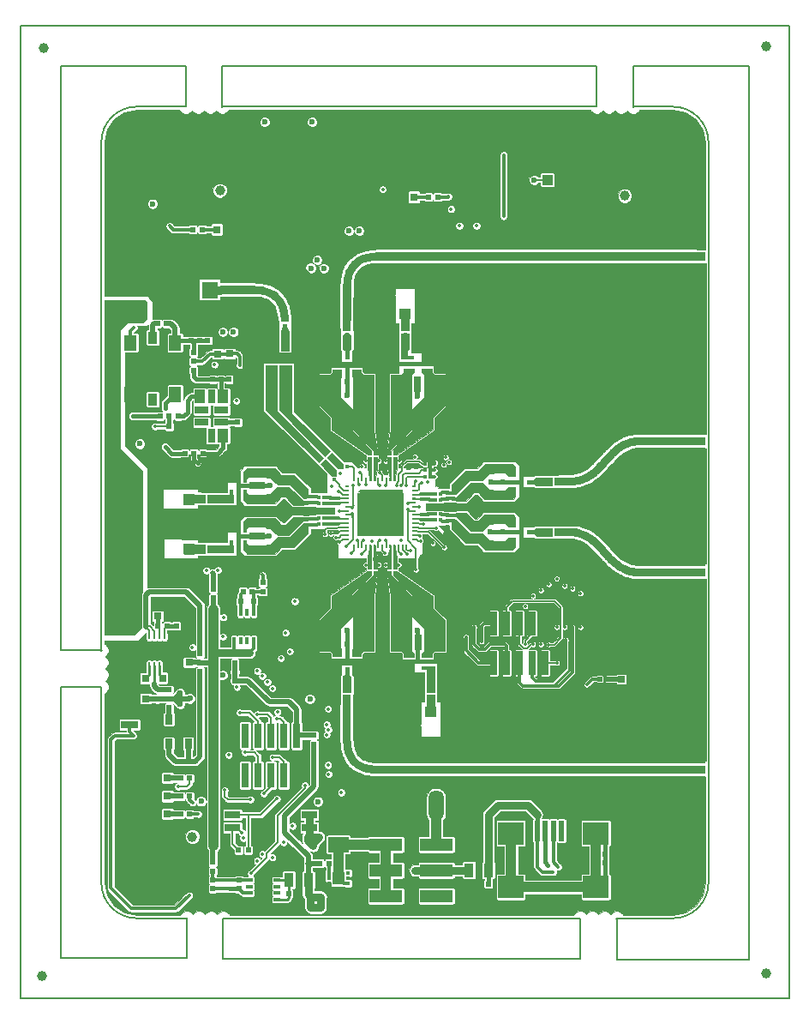
<source format=gtl>
G04 (created by PCBNEW (2013-june-11)-stable) date Tue 10 Oct 2017 05:17:01 PM CEST*
%MOIN*%
G04 Gerber Fmt 3.4, Leading zero omitted, Abs format*
%FSLAX34Y34*%
G01*
G70*
G90*
G04 APERTURE LIST*
%ADD10C,0.00590551*%
%ADD11C,0.00787402*%
%ADD12C,0.0001*%
%ADD13C,0.023622*%
%ADD14R,0.0291339X0.0944882*%
%ADD15R,0.0751968X0.0751968*%
%ADD16R,0.0598425X0.0598425*%
%ADD17R,0.0866142X0.0393701*%
%ADD18R,0.0393701X0.0393701*%
%ADD19R,0.0393701X0.0531496*%
%ADD20R,0.0275591X0.0531496*%
%ADD21R,0.0531496X0.0275591*%
%ADD22C,0.25*%
%ADD23R,0.0195X0.0195*%
%ADD24R,0.0314X0.0314*%
%ADD25R,0.0354X0.0551*%
%ADD26O,0.06X0.1179*%
%ADD27R,0.126X0.05*%
%ADD28R,0.0196X0.0787*%
%ADD29R,0.0984X0.0866*%
%ADD30R,0.0275591X0.0393701*%
%ADD31R,0.0314X0.0275*%
%ADD32R,0.0275X0.0314*%
%ADD33C,0.00984252*%
%ADD34R,0.00984252X0.015748*%
%ADD35R,0.096063X0.0629921*%
%ADD36R,0.0169291X0.0141732*%
%ADD37R,0.0452756X0.0511811*%
%ADD38R,0.08X0.06*%
%ADD39R,0.0629921X0.0925197*%
%ADD40R,0.0255906X0.011811*%
%ADD41R,0.0925197X0.0629921*%
%ADD42R,0.011811X0.0255906*%
%ADD43R,0.0472X0.0591*%
%ADD44R,0.0354331X0.0472441*%
%ADD45R,0.0669291X0.0314961*%
%ADD46R,0.0591X0.0299*%
%ADD47R,0.0393701X0.0866142*%
%ADD48R,0.19685X0.0589*%
%ADD49R,0.0984252X0.0275*%
%ADD50R,0.011811X0.0137795*%
%ADD51R,0.0137795X0.011811*%
%ADD52O,0.015748X0.00787402*%
%ADD53R,0.00787402X0.00787402*%
%ADD54O,0.00787402X0.015748*%
%ADD55R,0.181102X0.169291*%
%ADD56R,0.169291X0.011811*%
%ADD57C,0.019685*%
%ADD58R,0.0299213X0.0649606*%
%ADD59R,0.0700787X0.0161417*%
%ADD60R,0.0141732X0.0279528*%
%ADD61R,0.0141732X0.05*%
%ADD62R,0.0393701X0.0137795*%
%ADD63R,0.0299X0.0649*%
%ADD64R,0.0161417X0.0700787*%
%ADD65R,0.0279528X0.0141732*%
%ADD66R,0.05X0.0141732*%
%ADD67R,0.0137795X0.0393701*%
%ADD68R,0.0649X0.0299*%
%ADD69C,0.0393701*%
%ADD70C,0.0137795*%
%ADD71C,0.011811*%
%ADD72C,0.019685*%
%ADD73C,0.0314961*%
%ADD74C,0.0393701*%
%ADD75C,0.015748*%
%ADD76C,0.00393701*%
%ADD77C,0.00984252*%
%ADD78C,0.0011811*%
G04 APERTURE END LIST*
G54D10*
G54D11*
X40574Y-57658D02*
X40583Y-57658D01*
X40574Y-19850D02*
X40574Y-57658D01*
X40575Y-19849D02*
X40575Y-19862D01*
X70460Y-19849D02*
X40575Y-19849D01*
X70460Y-19868D02*
X70460Y-19849D01*
X70460Y-57658D02*
X70460Y-19868D01*
X40575Y-57658D02*
X70460Y-57658D01*
X68894Y-23267D02*
X68906Y-23267D01*
X68890Y-53390D02*
X68902Y-53390D01*
X43087Y-57659D02*
X43087Y-57647D01*
X40561Y-53217D02*
X40573Y-53217D01*
X40565Y-23094D02*
X40577Y-23094D01*
X68472Y-19849D02*
X68472Y-19861D01*
X44228Y-19839D02*
X44228Y-19851D01*
X42134Y-45546D02*
X42132Y-45546D01*
X42134Y-56091D02*
X42134Y-45546D01*
X47037Y-56091D02*
X42134Y-56091D01*
X42132Y-45546D02*
X42132Y-56028D01*
X42140Y-44129D02*
X42137Y-44129D01*
X42140Y-21415D02*
X42140Y-44129D01*
X47009Y-21415D02*
X42140Y-21415D01*
X48421Y-21415D02*
X48421Y-21427D01*
X62986Y-21415D02*
X48421Y-21415D01*
X64402Y-21424D02*
X64402Y-21430D01*
X68891Y-21424D02*
X64402Y-21424D01*
X68891Y-56132D02*
X68891Y-21424D01*
X68891Y-56134D02*
X63758Y-56134D01*
X68891Y-53037D02*
X68891Y-56134D01*
X48452Y-56093D02*
X48452Y-56096D01*
X62337Y-56110D02*
X48453Y-56110D01*
X63753Y-54537D02*
X63753Y-54539D01*
X65949Y-54537D02*
X63753Y-54537D01*
X48423Y-22989D02*
X48423Y-22991D01*
X62988Y-22989D02*
X48423Y-22989D01*
X64404Y-22993D02*
X64404Y-22989D01*
X65944Y-22993D02*
X64404Y-22993D01*
X47009Y-22991D02*
X45088Y-22991D01*
X47037Y-54537D02*
X47037Y-54538D01*
X45099Y-54537D02*
X47037Y-54537D01*
X63759Y-56135D02*
X63759Y-54560D01*
X62336Y-56109D02*
X62336Y-54534D01*
X62337Y-54539D02*
X54171Y-54539D01*
X63754Y-54538D02*
X63754Y-54539D01*
X62986Y-22990D02*
X62986Y-21415D01*
X64402Y-23001D02*
X64402Y-21426D01*
X64403Y-22990D02*
X64403Y-22989D01*
X48453Y-54536D02*
X48453Y-54537D01*
X59734Y-54536D02*
X48453Y-54536D01*
X43713Y-45545D02*
X43715Y-45545D01*
X43713Y-53156D02*
X43713Y-45545D01*
X43714Y-44133D02*
X43715Y-44133D01*
X43714Y-24370D02*
X43714Y-44133D01*
X48424Y-22992D02*
X48424Y-22991D01*
X43722Y-44129D02*
X42147Y-44129D01*
X43704Y-45546D02*
X42129Y-45546D01*
X47035Y-56091D02*
X47035Y-54516D01*
X48452Y-56109D02*
X48452Y-54534D01*
X48421Y-22997D02*
X48421Y-21422D01*
X47007Y-22992D02*
X47007Y-21417D01*
X43713Y-53157D02*
G75*
G03X45091Y-54535I1377J0D01*
G74*
G01*
X65950Y-54536D02*
G75*
G03X67328Y-53158I0J1377D01*
G74*
G01*
X45091Y-22991D02*
G75*
G03X43713Y-24369I0J-1377D01*
G74*
G01*
X67327Y-24370D02*
G75*
G03X65949Y-22992I-1377J0D01*
G74*
G01*
X67328Y-24372D02*
X67328Y-53149D01*
G54D12*
G36*
X53009Y-47577D02*
X52867Y-47577D01*
X52726Y-47577D01*
X52726Y-47442D01*
X52726Y-47307D01*
X52867Y-47307D01*
X53009Y-47307D01*
X53009Y-47442D01*
X53009Y-47577D01*
X53009Y-47577D01*
X53009Y-47577D01*
G37*
G36*
X53419Y-47577D02*
X53264Y-47577D01*
X53109Y-47577D01*
X53109Y-47442D01*
X53109Y-47307D01*
X53264Y-47307D01*
X53419Y-47307D01*
X53419Y-47442D01*
X53419Y-47577D01*
X53419Y-47577D01*
X53419Y-47577D01*
G37*
G36*
X53776Y-47577D02*
X53647Y-47577D01*
X53519Y-47577D01*
X53519Y-47442D01*
X53519Y-47307D01*
X53647Y-47307D01*
X53776Y-47307D01*
X53776Y-47442D01*
X53776Y-47577D01*
X53776Y-47577D01*
X53776Y-47577D01*
G37*
G36*
X54498Y-49243D02*
X53609Y-49243D01*
X52721Y-49243D01*
X52721Y-48388D01*
X52721Y-47533D01*
X52864Y-47533D01*
X53007Y-47533D01*
X53009Y-47557D01*
X53010Y-47568D01*
X53011Y-47584D01*
X53012Y-47604D01*
X53013Y-47626D01*
X53014Y-47648D01*
X53014Y-47649D01*
X53022Y-47756D01*
X53033Y-47858D01*
X53049Y-47954D01*
X53067Y-48045D01*
X53090Y-48130D01*
X53116Y-48210D01*
X53127Y-48238D01*
X53163Y-48321D01*
X53203Y-48400D01*
X53248Y-48474D01*
X53297Y-48543D01*
X53350Y-48607D01*
X53408Y-48666D01*
X53471Y-48720D01*
X53538Y-48770D01*
X53610Y-48816D01*
X53687Y-48857D01*
X53769Y-48893D01*
X53856Y-48926D01*
X53910Y-48943D01*
X53982Y-48963D01*
X54055Y-48979D01*
X54130Y-48993D01*
X54209Y-49004D01*
X54292Y-49013D01*
X54379Y-49019D01*
X54439Y-49021D01*
X54498Y-49023D01*
X54498Y-49133D01*
X54498Y-49243D01*
X54498Y-49243D01*
X54498Y-49243D01*
G37*
G36*
X54491Y-48722D02*
X54491Y-48751D01*
X54491Y-48780D01*
X54490Y-48808D01*
X54490Y-48834D01*
X54490Y-48856D01*
X54489Y-48872D01*
X54489Y-48875D01*
X54487Y-48923D01*
X54465Y-48922D01*
X54451Y-48922D01*
X54434Y-48921D01*
X54416Y-48921D01*
X54411Y-48920D01*
X54362Y-48918D01*
X54310Y-48915D01*
X54255Y-48909D01*
X54201Y-48903D01*
X54150Y-48895D01*
X54123Y-48891D01*
X54027Y-48871D01*
X53936Y-48846D01*
X53850Y-48818D01*
X53769Y-48785D01*
X53693Y-48747D01*
X53622Y-48705D01*
X53556Y-48659D01*
X53494Y-48609D01*
X53466Y-48583D01*
X53428Y-48543D01*
X53394Y-48505D01*
X53362Y-48464D01*
X53336Y-48426D01*
X53299Y-48366D01*
X53266Y-48304D01*
X53236Y-48240D01*
X53209Y-48174D01*
X53186Y-48104D01*
X53167Y-48030D01*
X53150Y-47953D01*
X53136Y-47871D01*
X53125Y-47784D01*
X53117Y-47692D01*
X53113Y-47628D01*
X53109Y-47551D01*
X53121Y-47549D01*
X53127Y-47548D01*
X53138Y-47547D01*
X53155Y-47547D01*
X53176Y-47546D01*
X53201Y-47545D01*
X53229Y-47544D01*
X53259Y-47543D01*
X53274Y-47543D01*
X53310Y-47542D01*
X53340Y-47541D01*
X53364Y-47541D01*
X53383Y-47541D01*
X53397Y-47541D01*
X53407Y-47541D01*
X53414Y-47542D01*
X53417Y-47543D01*
X53418Y-47543D01*
X53419Y-47548D01*
X53420Y-47558D01*
X53421Y-47572D01*
X53421Y-47589D01*
X53421Y-47593D01*
X53423Y-47663D01*
X53429Y-47735D01*
X53438Y-47807D01*
X53451Y-47880D01*
X53466Y-47951D01*
X53485Y-48018D01*
X53506Y-48081D01*
X53509Y-48090D01*
X53537Y-48156D01*
X53571Y-48218D01*
X53609Y-48275D01*
X53651Y-48327D01*
X53699Y-48375D01*
X53751Y-48418D01*
X53784Y-48441D01*
X53844Y-48477D01*
X53909Y-48509D01*
X53980Y-48537D01*
X54055Y-48560D01*
X54136Y-48579D01*
X54222Y-48594D01*
X54312Y-48604D01*
X54384Y-48610D01*
X54406Y-48611D01*
X54427Y-48612D01*
X54446Y-48613D01*
X54461Y-48614D01*
X54470Y-48615D01*
X54491Y-48617D01*
X54491Y-48722D01*
X54491Y-48722D01*
X54491Y-48722D01*
G37*
G36*
X54498Y-48516D02*
X54487Y-48515D01*
X54477Y-48515D01*
X54465Y-48514D01*
X54456Y-48514D01*
X54388Y-48510D01*
X54326Y-48505D01*
X54269Y-48499D01*
X54219Y-48493D01*
X54188Y-48487D01*
X54111Y-48471D01*
X54040Y-48451D01*
X53974Y-48428D01*
X53913Y-48400D01*
X53857Y-48369D01*
X53806Y-48334D01*
X53760Y-48295D01*
X53718Y-48252D01*
X53680Y-48204D01*
X53677Y-48199D01*
X53648Y-48153D01*
X53622Y-48102D01*
X53599Y-48044D01*
X53578Y-47982D01*
X53560Y-47916D01*
X53546Y-47845D01*
X53534Y-47771D01*
X53526Y-47693D01*
X53521Y-47612D01*
X53520Y-47578D01*
X53519Y-47533D01*
X54008Y-47533D01*
X54498Y-47533D01*
X54498Y-48024D01*
X54498Y-48516D01*
X54498Y-48516D01*
X54498Y-48516D01*
G37*
G36*
X65907Y-48516D02*
X65907Y-48363D01*
X65907Y-48210D01*
X66555Y-48210D01*
X67203Y-48210D01*
X67203Y-48363D01*
X67203Y-48516D01*
X66555Y-48516D01*
X65907Y-48516D01*
X65907Y-48516D01*
X65907Y-48516D01*
G37*
G36*
X65907Y-48926D02*
X65907Y-48771D01*
X65907Y-48616D01*
X66555Y-48616D01*
X67203Y-48616D01*
X67203Y-48771D01*
X67203Y-48926D01*
X66555Y-48926D01*
X65907Y-48926D01*
X65907Y-48926D01*
X65907Y-48926D01*
G37*
G36*
X65907Y-49373D02*
X65907Y-49200D01*
X65907Y-49026D01*
X66555Y-49026D01*
X67203Y-49026D01*
X67203Y-49200D01*
X67203Y-49373D01*
X66555Y-49373D01*
X65907Y-49373D01*
X65907Y-49373D01*
X65907Y-49373D01*
G37*
G36*
X64630Y-48516D02*
X64630Y-48363D01*
X64630Y-48210D01*
X65278Y-48210D01*
X65926Y-48210D01*
X65926Y-48363D01*
X65926Y-48516D01*
X65278Y-48516D01*
X64630Y-48516D01*
X64630Y-48516D01*
X64630Y-48516D01*
G37*
G36*
X64630Y-48926D02*
X64630Y-48771D01*
X64630Y-48616D01*
X65278Y-48616D01*
X65926Y-48616D01*
X65926Y-48771D01*
X65926Y-48926D01*
X65278Y-48926D01*
X64630Y-48926D01*
X64630Y-48926D01*
X64630Y-48926D01*
G37*
G36*
X64630Y-49373D02*
X64630Y-49200D01*
X64630Y-49026D01*
X65278Y-49026D01*
X65926Y-49026D01*
X65926Y-49200D01*
X65926Y-49373D01*
X65278Y-49373D01*
X64630Y-49373D01*
X64630Y-49373D01*
X64630Y-49373D01*
G37*
G36*
X62064Y-48516D02*
X62064Y-48363D01*
X62064Y-48210D01*
X62712Y-48210D01*
X63360Y-48210D01*
X63360Y-48363D01*
X63360Y-48516D01*
X62712Y-48516D01*
X62064Y-48516D01*
X62064Y-48516D01*
X62064Y-48516D01*
G37*
G36*
X62064Y-48926D02*
X62064Y-48771D01*
X62064Y-48616D01*
X62712Y-48616D01*
X63360Y-48616D01*
X63360Y-48771D01*
X63360Y-48926D01*
X62712Y-48926D01*
X62064Y-48926D01*
X62064Y-48926D01*
X62064Y-48926D01*
G37*
G36*
X62064Y-49373D02*
X62064Y-49200D01*
X62064Y-49026D01*
X62712Y-49026D01*
X63360Y-49026D01*
X63360Y-49200D01*
X63360Y-49373D01*
X62712Y-49373D01*
X62064Y-49373D01*
X62064Y-49373D01*
X62064Y-49373D01*
G37*
G36*
X63341Y-48516D02*
X63341Y-48363D01*
X63341Y-48210D01*
X63989Y-48210D01*
X64637Y-48210D01*
X64637Y-48363D01*
X64637Y-48516D01*
X63989Y-48516D01*
X63341Y-48516D01*
X63341Y-48516D01*
X63341Y-48516D01*
G37*
G36*
X63341Y-48926D02*
X63341Y-48771D01*
X63341Y-48616D01*
X63989Y-48616D01*
X64637Y-48616D01*
X64637Y-48771D01*
X64637Y-48926D01*
X63989Y-48926D01*
X63341Y-48926D01*
X63341Y-48926D01*
X63341Y-48926D01*
G37*
G36*
X63341Y-49373D02*
X63341Y-49200D01*
X63341Y-49026D01*
X63989Y-49026D01*
X64637Y-49026D01*
X64637Y-49200D01*
X64637Y-49373D01*
X63989Y-49373D01*
X63341Y-49373D01*
X63341Y-49373D01*
X63341Y-49373D01*
G37*
G36*
X58215Y-48516D02*
X58215Y-48363D01*
X58215Y-48210D01*
X58863Y-48210D01*
X59511Y-48210D01*
X59511Y-48363D01*
X59511Y-48516D01*
X58863Y-48516D01*
X58215Y-48516D01*
X58215Y-48516D01*
X58215Y-48516D01*
G37*
G36*
X58215Y-48926D02*
X58215Y-48771D01*
X58215Y-48616D01*
X58863Y-48616D01*
X59511Y-48616D01*
X59511Y-48771D01*
X59511Y-48926D01*
X58863Y-48926D01*
X58215Y-48926D01*
X58215Y-48926D01*
X58215Y-48926D01*
G37*
G36*
X58215Y-49373D02*
X58215Y-49200D01*
X58215Y-49026D01*
X58863Y-49026D01*
X59511Y-49026D01*
X59511Y-49200D01*
X59511Y-49373D01*
X58863Y-49373D01*
X58215Y-49373D01*
X58215Y-49373D01*
X58215Y-49373D01*
G37*
G36*
X56938Y-48516D02*
X56938Y-48363D01*
X56938Y-48210D01*
X57586Y-48210D01*
X58234Y-48210D01*
X58234Y-48363D01*
X58234Y-48516D01*
X57586Y-48516D01*
X56938Y-48516D01*
X56938Y-48516D01*
X56938Y-48516D01*
G37*
G36*
X56938Y-48926D02*
X56938Y-48771D01*
X56938Y-48616D01*
X57586Y-48616D01*
X58234Y-48616D01*
X58234Y-48771D01*
X58234Y-48926D01*
X57586Y-48926D01*
X56938Y-48926D01*
X56938Y-48926D01*
X56938Y-48926D01*
G37*
G36*
X56938Y-49373D02*
X56938Y-49200D01*
X56938Y-49026D01*
X57586Y-49026D01*
X58234Y-49026D01*
X58234Y-49200D01*
X58234Y-49373D01*
X57586Y-49373D01*
X56938Y-49373D01*
X56938Y-49373D01*
X56938Y-49373D01*
G37*
G36*
X59504Y-48516D02*
X59504Y-48363D01*
X59504Y-48210D01*
X60152Y-48210D01*
X60800Y-48210D01*
X60800Y-48363D01*
X60800Y-48516D01*
X60152Y-48516D01*
X59504Y-48516D01*
X59504Y-48516D01*
X59504Y-48516D01*
G37*
G36*
X59504Y-48926D02*
X59504Y-48771D01*
X59504Y-48616D01*
X60152Y-48616D01*
X60800Y-48616D01*
X60800Y-48771D01*
X60800Y-48926D01*
X60152Y-48926D01*
X59504Y-48926D01*
X59504Y-48926D01*
X59504Y-48926D01*
G37*
G36*
X59504Y-49373D02*
X59504Y-49200D01*
X59504Y-49026D01*
X60152Y-49026D01*
X60800Y-49026D01*
X60800Y-49200D01*
X60800Y-49373D01*
X60152Y-49373D01*
X59504Y-49373D01*
X59504Y-49373D01*
X59504Y-49373D01*
G37*
G36*
X60781Y-48516D02*
X60781Y-48363D01*
X60781Y-48210D01*
X61429Y-48210D01*
X62077Y-48210D01*
X62077Y-48363D01*
X62077Y-48516D01*
X61429Y-48516D01*
X60781Y-48516D01*
X60781Y-48516D01*
X60781Y-48516D01*
G37*
G36*
X60781Y-48926D02*
X60781Y-48771D01*
X60781Y-48616D01*
X61429Y-48616D01*
X62077Y-48616D01*
X62077Y-48771D01*
X62077Y-48926D01*
X61429Y-48926D01*
X60781Y-48926D01*
X60781Y-48926D01*
X60781Y-48926D01*
G37*
G36*
X60781Y-49373D02*
X60781Y-49200D01*
X60781Y-49026D01*
X61429Y-49026D01*
X62077Y-49026D01*
X62077Y-49200D01*
X62077Y-49373D01*
X61429Y-49373D01*
X60781Y-49373D01*
X60781Y-49373D01*
X60781Y-49373D01*
G37*
G36*
X55654Y-48515D02*
X55654Y-48362D01*
X55654Y-48209D01*
X56302Y-48209D01*
X56950Y-48209D01*
X56950Y-48362D01*
X56950Y-48515D01*
X56302Y-48515D01*
X55654Y-48515D01*
X55654Y-48515D01*
X55654Y-48515D01*
G37*
G36*
X55654Y-48925D02*
X55654Y-48770D01*
X55654Y-48615D01*
X56302Y-48615D01*
X56950Y-48615D01*
X56950Y-48770D01*
X56950Y-48925D01*
X56302Y-48925D01*
X55654Y-48925D01*
X55654Y-48925D01*
X55654Y-48925D01*
G37*
G36*
X55654Y-49372D02*
X55654Y-49199D01*
X55654Y-49025D01*
X56302Y-49025D01*
X56950Y-49025D01*
X56950Y-49199D01*
X56950Y-49372D01*
X56302Y-49372D01*
X55654Y-49372D01*
X55654Y-49372D01*
X55654Y-49372D01*
G37*
G36*
X54432Y-48515D02*
X54432Y-48362D01*
X54432Y-48209D01*
X55080Y-48209D01*
X55728Y-48209D01*
X55728Y-48362D01*
X55728Y-48515D01*
X55080Y-48515D01*
X54432Y-48515D01*
X54432Y-48515D01*
X54432Y-48515D01*
G37*
G36*
X54432Y-48925D02*
X54432Y-48770D01*
X54432Y-48615D01*
X55080Y-48615D01*
X55728Y-48615D01*
X55728Y-48770D01*
X55728Y-48925D01*
X55080Y-48925D01*
X54432Y-48925D01*
X54432Y-48925D01*
X54432Y-48925D01*
G37*
G36*
X54432Y-49372D02*
X54432Y-49199D01*
X54432Y-49025D01*
X55080Y-49025D01*
X55728Y-49025D01*
X55728Y-49199D01*
X55728Y-49372D01*
X55080Y-49372D01*
X54432Y-49372D01*
X54432Y-49372D01*
X54432Y-49372D01*
G37*
G36*
X53010Y-47576D02*
X52857Y-47576D01*
X52704Y-47576D01*
X52704Y-46928D01*
X52704Y-46280D01*
X52857Y-46280D01*
X53010Y-46280D01*
X53010Y-46928D01*
X53010Y-47576D01*
X53010Y-47576D01*
X53010Y-47576D01*
G37*
G36*
X53420Y-47576D02*
X53265Y-47576D01*
X53110Y-47576D01*
X53110Y-46928D01*
X53110Y-46280D01*
X53265Y-46280D01*
X53420Y-46280D01*
X53420Y-46928D01*
X53420Y-47576D01*
X53420Y-47576D01*
X53420Y-47576D01*
G37*
G36*
X53867Y-47576D02*
X53694Y-47576D01*
X53520Y-47576D01*
X53520Y-46928D01*
X53520Y-46280D01*
X53694Y-46280D01*
X53867Y-46280D01*
X53867Y-46928D01*
X53867Y-47576D01*
X53867Y-47576D01*
X53867Y-47576D01*
G37*
G36*
X53010Y-47152D02*
X52857Y-47152D01*
X52704Y-47152D01*
X52704Y-46504D01*
X52704Y-45856D01*
X52857Y-45856D01*
X53010Y-45856D01*
X53010Y-46504D01*
X53010Y-47152D01*
X53010Y-47152D01*
X53010Y-47152D01*
G37*
G36*
X53420Y-47152D02*
X53265Y-47152D01*
X53110Y-47152D01*
X53110Y-46504D01*
X53110Y-45856D01*
X53265Y-45856D01*
X53420Y-45856D01*
X53420Y-46504D01*
X53420Y-47152D01*
X53420Y-47152D01*
X53420Y-47152D01*
G37*
G36*
X53867Y-47152D02*
X53694Y-47152D01*
X53520Y-47152D01*
X53520Y-46504D01*
X53520Y-45856D01*
X53694Y-45856D01*
X53867Y-45856D01*
X53867Y-46504D01*
X53867Y-47152D01*
X53867Y-47152D01*
X53867Y-47152D01*
G37*
G36*
X53012Y-31318D02*
X52859Y-31318D01*
X52706Y-31318D01*
X52706Y-30670D01*
X52706Y-30022D01*
X52859Y-30022D01*
X53012Y-30022D01*
X53012Y-30670D01*
X53012Y-31318D01*
X53012Y-31318D01*
X53012Y-31318D01*
G37*
G36*
X53422Y-31318D02*
X53267Y-31318D01*
X53112Y-31318D01*
X53112Y-30670D01*
X53112Y-30022D01*
X53267Y-30022D01*
X53422Y-30022D01*
X53422Y-30670D01*
X53422Y-31318D01*
X53422Y-31318D01*
X53422Y-31318D01*
G37*
G36*
X53869Y-31318D02*
X53696Y-31318D01*
X53522Y-31318D01*
X53522Y-30670D01*
X53522Y-30022D01*
X53696Y-30022D01*
X53869Y-30022D01*
X53869Y-30670D01*
X53869Y-31318D01*
X53869Y-31318D01*
X53869Y-31318D01*
G37*
G36*
X53011Y-31703D02*
X52858Y-31703D01*
X52705Y-31703D01*
X52705Y-31055D01*
X52705Y-30407D01*
X52858Y-30407D01*
X53011Y-30407D01*
X53011Y-31055D01*
X53011Y-31703D01*
X53011Y-31703D01*
X53011Y-31703D01*
G37*
G36*
X53421Y-31703D02*
X53266Y-31703D01*
X53111Y-31703D01*
X53111Y-31055D01*
X53111Y-30407D01*
X53266Y-30407D01*
X53421Y-30407D01*
X53421Y-31055D01*
X53421Y-31703D01*
X53421Y-31703D01*
X53421Y-31703D01*
G37*
G36*
X53868Y-31703D02*
X53695Y-31703D01*
X53521Y-31703D01*
X53521Y-31055D01*
X53521Y-30407D01*
X53695Y-30407D01*
X53868Y-30407D01*
X53868Y-31055D01*
X53868Y-31703D01*
X53868Y-31703D01*
X53868Y-31703D01*
G37*
G36*
X54467Y-28559D02*
X54467Y-28406D01*
X54467Y-28253D01*
X55115Y-28253D01*
X55763Y-28253D01*
X55763Y-28406D01*
X55763Y-28559D01*
X55115Y-28559D01*
X54467Y-28559D01*
X54467Y-28559D01*
X54467Y-28559D01*
G37*
G36*
X54467Y-28969D02*
X54467Y-28814D01*
X54467Y-28659D01*
X55115Y-28659D01*
X55763Y-28659D01*
X55763Y-28814D01*
X55763Y-28969D01*
X55115Y-28969D01*
X54467Y-28969D01*
X54467Y-28969D01*
X54467Y-28969D01*
G37*
G36*
X54467Y-29416D02*
X54467Y-29243D01*
X54467Y-29069D01*
X55115Y-29069D01*
X55763Y-29069D01*
X55763Y-29243D01*
X55763Y-29416D01*
X55115Y-29416D01*
X54467Y-29416D01*
X54467Y-29416D01*
X54467Y-29416D01*
G37*
G36*
X55665Y-28559D02*
X55665Y-28406D01*
X55665Y-28253D01*
X56313Y-28253D01*
X56961Y-28253D01*
X56961Y-28406D01*
X56961Y-28559D01*
X56313Y-28559D01*
X55665Y-28559D01*
X55665Y-28559D01*
X55665Y-28559D01*
G37*
G36*
X55665Y-28969D02*
X55665Y-28814D01*
X55665Y-28659D01*
X56313Y-28659D01*
X56961Y-28659D01*
X56961Y-28814D01*
X56961Y-28969D01*
X56313Y-28969D01*
X55665Y-28969D01*
X55665Y-28969D01*
X55665Y-28969D01*
G37*
G36*
X55665Y-29416D02*
X55665Y-29243D01*
X55665Y-29069D01*
X56313Y-29069D01*
X56961Y-29069D01*
X56961Y-29243D01*
X56961Y-29416D01*
X56313Y-29416D01*
X55665Y-29416D01*
X55665Y-29416D01*
X55665Y-29416D01*
G37*
G36*
X64632Y-40843D02*
X64632Y-40690D01*
X64632Y-40537D01*
X65280Y-40537D01*
X65928Y-40537D01*
X65928Y-40690D01*
X65928Y-40843D01*
X65280Y-40843D01*
X64632Y-40843D01*
X64632Y-40843D01*
X64632Y-40843D01*
G37*
G36*
X64632Y-41253D02*
X64632Y-41098D01*
X64632Y-40943D01*
X65280Y-40943D01*
X65928Y-40943D01*
X65928Y-41098D01*
X65928Y-41253D01*
X65280Y-41253D01*
X64632Y-41253D01*
X64632Y-41253D01*
X64632Y-41253D01*
G37*
G36*
X64632Y-41700D02*
X64632Y-41527D01*
X64632Y-41353D01*
X65280Y-41353D01*
X65928Y-41353D01*
X65928Y-41527D01*
X65928Y-41700D01*
X65280Y-41700D01*
X64632Y-41700D01*
X64632Y-41700D01*
X64632Y-41700D01*
G37*
G36*
X65909Y-40843D02*
X65909Y-40690D01*
X65909Y-40537D01*
X66557Y-40537D01*
X67205Y-40537D01*
X67205Y-40690D01*
X67205Y-40843D01*
X66557Y-40843D01*
X65909Y-40843D01*
X65909Y-40843D01*
X65909Y-40843D01*
G37*
G36*
X65909Y-41253D02*
X65909Y-41098D01*
X65909Y-40943D01*
X66557Y-40943D01*
X67205Y-40943D01*
X67205Y-41098D01*
X67205Y-41253D01*
X66557Y-41253D01*
X65909Y-41253D01*
X65909Y-41253D01*
X65909Y-41253D01*
G37*
G36*
X65909Y-41700D02*
X65909Y-41527D01*
X65909Y-41353D01*
X66557Y-41353D01*
X67205Y-41353D01*
X67205Y-41527D01*
X67205Y-41700D01*
X66557Y-41700D01*
X65909Y-41700D01*
X65909Y-41700D01*
X65909Y-41700D01*
G37*
G36*
X65916Y-35733D02*
X65916Y-35580D01*
X65916Y-35427D01*
X66564Y-35427D01*
X67212Y-35427D01*
X67212Y-35580D01*
X67212Y-35733D01*
X66564Y-35733D01*
X65916Y-35733D01*
X65916Y-35733D01*
X65916Y-35733D01*
G37*
G36*
X65916Y-36143D02*
X65916Y-35988D01*
X65916Y-35833D01*
X66564Y-35833D01*
X67212Y-35833D01*
X67212Y-35988D01*
X67212Y-36143D01*
X66564Y-36143D01*
X65916Y-36143D01*
X65916Y-36143D01*
X65916Y-36143D01*
G37*
G36*
X65916Y-36590D02*
X65916Y-36417D01*
X65916Y-36243D01*
X66564Y-36243D01*
X67212Y-36243D01*
X67212Y-36417D01*
X67212Y-36590D01*
X66564Y-36590D01*
X65916Y-36590D01*
X65916Y-36590D01*
X65916Y-36590D01*
G37*
G36*
X64639Y-35733D02*
X64639Y-35580D01*
X64639Y-35427D01*
X65287Y-35427D01*
X65935Y-35427D01*
X65935Y-35580D01*
X65935Y-35733D01*
X65287Y-35733D01*
X64639Y-35733D01*
X64639Y-35733D01*
X64639Y-35733D01*
G37*
G36*
X64639Y-36143D02*
X64639Y-35988D01*
X64639Y-35833D01*
X65287Y-35833D01*
X65935Y-35833D01*
X65935Y-35988D01*
X65935Y-36143D01*
X65287Y-36143D01*
X64639Y-36143D01*
X64639Y-36143D01*
X64639Y-36143D01*
G37*
G36*
X64639Y-36590D02*
X64639Y-36417D01*
X64639Y-36243D01*
X65287Y-36243D01*
X65935Y-36243D01*
X65935Y-36417D01*
X65935Y-36590D01*
X65287Y-36590D01*
X64639Y-36590D01*
X64639Y-36590D01*
X64639Y-36590D01*
G37*
G36*
X60792Y-28560D02*
X60792Y-28407D01*
X60792Y-28254D01*
X61440Y-28254D01*
X62088Y-28254D01*
X62088Y-28407D01*
X62088Y-28560D01*
X61440Y-28560D01*
X60792Y-28560D01*
X60792Y-28560D01*
X60792Y-28560D01*
G37*
G36*
X60792Y-28970D02*
X60792Y-28815D01*
X60792Y-28660D01*
X61440Y-28660D01*
X62088Y-28660D01*
X62088Y-28815D01*
X62088Y-28970D01*
X61440Y-28970D01*
X60792Y-28970D01*
X60792Y-28970D01*
X60792Y-28970D01*
G37*
G36*
X60792Y-29417D02*
X60792Y-29244D01*
X60792Y-29070D01*
X61440Y-29070D01*
X62088Y-29070D01*
X62088Y-29244D01*
X62088Y-29417D01*
X61440Y-29417D01*
X60792Y-29417D01*
X60792Y-29417D01*
X60792Y-29417D01*
G37*
G36*
X59515Y-28560D02*
X59515Y-28407D01*
X59515Y-28254D01*
X60163Y-28254D01*
X60811Y-28254D01*
X60811Y-28407D01*
X60811Y-28560D01*
X60163Y-28560D01*
X59515Y-28560D01*
X59515Y-28560D01*
X59515Y-28560D01*
G37*
G36*
X59515Y-28970D02*
X59515Y-28815D01*
X59515Y-28660D01*
X60163Y-28660D01*
X60811Y-28660D01*
X60811Y-28815D01*
X60811Y-28970D01*
X60163Y-28970D01*
X59515Y-28970D01*
X59515Y-28970D01*
X59515Y-28970D01*
G37*
G36*
X59515Y-29417D02*
X59515Y-29244D01*
X59515Y-29070D01*
X60163Y-29070D01*
X60811Y-29070D01*
X60811Y-29244D01*
X60811Y-29417D01*
X60163Y-29417D01*
X59515Y-29417D01*
X59515Y-29417D01*
X59515Y-29417D01*
G37*
G36*
X56949Y-28560D02*
X56949Y-28407D01*
X56949Y-28254D01*
X57597Y-28254D01*
X58245Y-28254D01*
X58245Y-28407D01*
X58245Y-28560D01*
X57597Y-28560D01*
X56949Y-28560D01*
X56949Y-28560D01*
X56949Y-28560D01*
G37*
G36*
X56949Y-28970D02*
X56949Y-28815D01*
X56949Y-28660D01*
X57597Y-28660D01*
X58245Y-28660D01*
X58245Y-28815D01*
X58245Y-28970D01*
X57597Y-28970D01*
X56949Y-28970D01*
X56949Y-28970D01*
X56949Y-28970D01*
G37*
G36*
X56949Y-29417D02*
X56949Y-29244D01*
X56949Y-29070D01*
X57597Y-29070D01*
X58245Y-29070D01*
X58245Y-29244D01*
X58245Y-29417D01*
X57597Y-29417D01*
X56949Y-29417D01*
X56949Y-29417D01*
X56949Y-29417D01*
G37*
G36*
X58226Y-28560D02*
X58226Y-28407D01*
X58226Y-28254D01*
X58874Y-28254D01*
X59522Y-28254D01*
X59522Y-28407D01*
X59522Y-28560D01*
X58874Y-28560D01*
X58226Y-28560D01*
X58226Y-28560D01*
X58226Y-28560D01*
G37*
G36*
X58226Y-28970D02*
X58226Y-28815D01*
X58226Y-28660D01*
X58874Y-28660D01*
X59522Y-28660D01*
X59522Y-28815D01*
X59522Y-28970D01*
X58874Y-28970D01*
X58226Y-28970D01*
X58226Y-28970D01*
X58226Y-28970D01*
G37*
G36*
X58226Y-29417D02*
X58226Y-29244D01*
X58226Y-29070D01*
X58874Y-29070D01*
X59522Y-29070D01*
X59522Y-29244D01*
X59522Y-29417D01*
X58874Y-29417D01*
X58226Y-29417D01*
X58226Y-29417D01*
X58226Y-29417D01*
G37*
G36*
X63352Y-28560D02*
X63352Y-28407D01*
X63352Y-28254D01*
X64000Y-28254D01*
X64648Y-28254D01*
X64648Y-28407D01*
X64648Y-28560D01*
X64000Y-28560D01*
X63352Y-28560D01*
X63352Y-28560D01*
X63352Y-28560D01*
G37*
G36*
X63352Y-28970D02*
X63352Y-28815D01*
X63352Y-28660D01*
X64000Y-28660D01*
X64648Y-28660D01*
X64648Y-28815D01*
X64648Y-28970D01*
X64000Y-28970D01*
X63352Y-28970D01*
X63352Y-28970D01*
X63352Y-28970D01*
G37*
G36*
X63352Y-29417D02*
X63352Y-29244D01*
X63352Y-29070D01*
X64000Y-29070D01*
X64648Y-29070D01*
X64648Y-29244D01*
X64648Y-29417D01*
X64000Y-29417D01*
X63352Y-29417D01*
X63352Y-29417D01*
X63352Y-29417D01*
G37*
G36*
X62075Y-28560D02*
X62075Y-28407D01*
X62075Y-28254D01*
X62723Y-28254D01*
X63371Y-28254D01*
X63371Y-28407D01*
X63371Y-28560D01*
X62723Y-28560D01*
X62075Y-28560D01*
X62075Y-28560D01*
X62075Y-28560D01*
G37*
G36*
X62075Y-28970D02*
X62075Y-28815D01*
X62075Y-28660D01*
X62723Y-28660D01*
X63371Y-28660D01*
X63371Y-28815D01*
X63371Y-28970D01*
X62723Y-28970D01*
X62075Y-28970D01*
X62075Y-28970D01*
X62075Y-28970D01*
G37*
G36*
X62075Y-29417D02*
X62075Y-29244D01*
X62075Y-29070D01*
X62723Y-29070D01*
X63371Y-29070D01*
X63371Y-29244D01*
X63371Y-29417D01*
X62723Y-29417D01*
X62075Y-29417D01*
X62075Y-29417D01*
X62075Y-29417D01*
G37*
G36*
X64641Y-28560D02*
X64641Y-28407D01*
X64641Y-28254D01*
X65289Y-28254D01*
X65937Y-28254D01*
X65937Y-28407D01*
X65937Y-28560D01*
X65289Y-28560D01*
X64641Y-28560D01*
X64641Y-28560D01*
X64641Y-28560D01*
G37*
G36*
X64641Y-28970D02*
X64641Y-28815D01*
X64641Y-28660D01*
X65289Y-28660D01*
X65937Y-28660D01*
X65937Y-28815D01*
X65937Y-28970D01*
X65289Y-28970D01*
X64641Y-28970D01*
X64641Y-28970D01*
X64641Y-28970D01*
G37*
G36*
X64641Y-29417D02*
X64641Y-29244D01*
X64641Y-29070D01*
X65289Y-29070D01*
X65937Y-29070D01*
X65937Y-29244D01*
X65937Y-29417D01*
X65289Y-29417D01*
X64641Y-29417D01*
X64641Y-29417D01*
X64641Y-29417D01*
G37*
G36*
X65918Y-28560D02*
X65918Y-28407D01*
X65918Y-28254D01*
X66566Y-28254D01*
X67214Y-28254D01*
X67214Y-28407D01*
X67214Y-28560D01*
X66566Y-28560D01*
X65918Y-28560D01*
X65918Y-28560D01*
X65918Y-28560D01*
G37*
G36*
X65918Y-28970D02*
X65918Y-28815D01*
X65918Y-28660D01*
X66566Y-28660D01*
X67214Y-28660D01*
X67214Y-28815D01*
X67214Y-28970D01*
X66566Y-28970D01*
X65918Y-28970D01*
X65918Y-28970D01*
X65918Y-28970D01*
G37*
G36*
X65918Y-29417D02*
X65918Y-29244D01*
X65918Y-29070D01*
X66566Y-29070D01*
X67214Y-29070D01*
X67214Y-29244D01*
X67214Y-29417D01*
X66566Y-29417D01*
X65918Y-29417D01*
X65918Y-29417D01*
X65918Y-29417D01*
G37*
G36*
X52794Y-30047D02*
X52794Y-29158D01*
X52794Y-28270D01*
X53649Y-28270D01*
X54504Y-28270D01*
X54504Y-28413D01*
X54504Y-28556D01*
X54480Y-28558D01*
X54469Y-28559D01*
X54453Y-28560D01*
X54433Y-28561D01*
X54411Y-28562D01*
X54389Y-28563D01*
X54388Y-28563D01*
X54281Y-28571D01*
X54179Y-28582D01*
X54083Y-28598D01*
X53992Y-28616D01*
X53907Y-28639D01*
X53827Y-28665D01*
X53799Y-28676D01*
X53716Y-28712D01*
X53637Y-28752D01*
X53563Y-28797D01*
X53494Y-28846D01*
X53430Y-28899D01*
X53371Y-28957D01*
X53317Y-29020D01*
X53267Y-29087D01*
X53221Y-29159D01*
X53180Y-29236D01*
X53144Y-29318D01*
X53111Y-29405D01*
X53094Y-29459D01*
X53074Y-29531D01*
X53058Y-29604D01*
X53044Y-29679D01*
X53033Y-29758D01*
X53024Y-29841D01*
X53018Y-29928D01*
X53016Y-29988D01*
X53014Y-30047D01*
X52904Y-30047D01*
X52794Y-30047D01*
X52794Y-30047D01*
X52794Y-30047D01*
G37*
G36*
X53315Y-30040D02*
X53286Y-30040D01*
X53257Y-30040D01*
X53229Y-30039D01*
X53203Y-30039D01*
X53181Y-30039D01*
X53165Y-30038D01*
X53162Y-30038D01*
X53114Y-30036D01*
X53115Y-30014D01*
X53115Y-30000D01*
X53116Y-29983D01*
X53116Y-29965D01*
X53117Y-29960D01*
X53119Y-29911D01*
X53122Y-29859D01*
X53128Y-29804D01*
X53134Y-29750D01*
X53142Y-29699D01*
X53146Y-29672D01*
X53166Y-29576D01*
X53191Y-29485D01*
X53219Y-29399D01*
X53252Y-29318D01*
X53290Y-29242D01*
X53332Y-29171D01*
X53378Y-29105D01*
X53428Y-29043D01*
X53454Y-29015D01*
X53494Y-28977D01*
X53532Y-28943D01*
X53573Y-28911D01*
X53611Y-28885D01*
X53671Y-28848D01*
X53733Y-28815D01*
X53797Y-28785D01*
X53863Y-28758D01*
X53933Y-28735D01*
X54007Y-28716D01*
X54084Y-28699D01*
X54166Y-28685D01*
X54253Y-28674D01*
X54345Y-28666D01*
X54409Y-28662D01*
X54486Y-28658D01*
X54488Y-28670D01*
X54489Y-28676D01*
X54490Y-28687D01*
X54490Y-28704D01*
X54491Y-28725D01*
X54492Y-28750D01*
X54493Y-28778D01*
X54494Y-28808D01*
X54494Y-28823D01*
X54495Y-28859D01*
X54496Y-28889D01*
X54496Y-28913D01*
X54496Y-28932D01*
X54496Y-28946D01*
X54496Y-28956D01*
X54495Y-28963D01*
X54494Y-28966D01*
X54494Y-28967D01*
X54489Y-28968D01*
X54479Y-28969D01*
X54465Y-28970D01*
X54448Y-28970D01*
X54444Y-28970D01*
X54374Y-28972D01*
X54302Y-28978D01*
X54230Y-28987D01*
X54157Y-29000D01*
X54086Y-29015D01*
X54019Y-29034D01*
X53956Y-29055D01*
X53947Y-29058D01*
X53881Y-29086D01*
X53819Y-29120D01*
X53762Y-29158D01*
X53710Y-29200D01*
X53662Y-29248D01*
X53619Y-29300D01*
X53596Y-29333D01*
X53560Y-29393D01*
X53528Y-29458D01*
X53500Y-29529D01*
X53477Y-29604D01*
X53458Y-29685D01*
X53443Y-29771D01*
X53433Y-29861D01*
X53427Y-29933D01*
X53426Y-29955D01*
X53425Y-29976D01*
X53424Y-29995D01*
X53423Y-30010D01*
X53422Y-30019D01*
X53420Y-30040D01*
X53315Y-30040D01*
X53315Y-30040D01*
X53315Y-30040D01*
G37*
G36*
X53521Y-30047D02*
X53522Y-30036D01*
X53522Y-30026D01*
X53523Y-30014D01*
X53523Y-30005D01*
X53527Y-29937D01*
X53532Y-29875D01*
X53538Y-29818D01*
X53544Y-29768D01*
X53550Y-29737D01*
X53566Y-29660D01*
X53586Y-29589D01*
X53609Y-29523D01*
X53637Y-29462D01*
X53668Y-29406D01*
X53703Y-29355D01*
X53742Y-29309D01*
X53785Y-29267D01*
X53833Y-29229D01*
X53838Y-29226D01*
X53884Y-29197D01*
X53935Y-29171D01*
X53993Y-29148D01*
X54055Y-29127D01*
X54121Y-29109D01*
X54192Y-29095D01*
X54266Y-29083D01*
X54344Y-29075D01*
X54425Y-29070D01*
X54459Y-29069D01*
X54504Y-29068D01*
X54504Y-29557D01*
X54504Y-30047D01*
X54013Y-30047D01*
X53521Y-30047D01*
X53521Y-30047D01*
X53521Y-30047D01*
G37*
G36*
X61908Y-39776D02*
X61908Y-39934D01*
X61908Y-40092D01*
X61922Y-40095D01*
X62017Y-40122D01*
X62107Y-40153D01*
X62194Y-40187D01*
X62277Y-40227D01*
X62358Y-40271D01*
X62438Y-40321D01*
X62517Y-40376D01*
X62578Y-40423D01*
X62606Y-40446D01*
X62633Y-40468D01*
X62659Y-40491D01*
X62686Y-40514D01*
X62713Y-40539D01*
X62740Y-40565D01*
X62769Y-40594D01*
X62799Y-40624D01*
X62831Y-40657D01*
X62865Y-40693D01*
X62902Y-40732D01*
X62942Y-40775D01*
X62985Y-40822D01*
X63032Y-40874D01*
X63064Y-40910D01*
X63111Y-40962D01*
X63154Y-41009D01*
X63194Y-41053D01*
X63230Y-41092D01*
X63264Y-41127D01*
X63295Y-41160D01*
X63324Y-41189D01*
X63352Y-41216D01*
X63378Y-41242D01*
X63403Y-41265D01*
X63428Y-41288D01*
X63453Y-41309D01*
X63478Y-41330D01*
X63481Y-41332D01*
X63556Y-41390D01*
X63631Y-41441D01*
X63708Y-41485D01*
X63786Y-41524D01*
X63865Y-41556D01*
X63947Y-41582D01*
X64031Y-41602D01*
X64073Y-41610D01*
X64091Y-41613D01*
X64108Y-41615D01*
X64124Y-41618D01*
X64141Y-41619D01*
X64158Y-41621D01*
X64176Y-41622D01*
X64196Y-41623D01*
X64219Y-41624D01*
X64245Y-41624D01*
X64274Y-41625D01*
X64308Y-41625D01*
X64346Y-41625D01*
X64390Y-41625D01*
X64438Y-41625D01*
X64670Y-41624D01*
X64671Y-41490D01*
X64671Y-41356D01*
X64621Y-41354D01*
X64514Y-41347D01*
X64412Y-41334D01*
X64314Y-41317D01*
X64219Y-41294D01*
X64126Y-41266D01*
X64036Y-41233D01*
X63948Y-41194D01*
X63920Y-41181D01*
X63860Y-41150D01*
X63803Y-41118D01*
X63748Y-41084D01*
X63694Y-41048D01*
X63640Y-41009D01*
X63587Y-40967D01*
X63533Y-40921D01*
X63477Y-40871D01*
X63419Y-40816D01*
X63376Y-40774D01*
X63359Y-40756D01*
X63342Y-40740D01*
X63326Y-40723D01*
X63310Y-40707D01*
X63294Y-40691D01*
X63278Y-40673D01*
X63260Y-40654D01*
X63241Y-40634D01*
X63220Y-40611D01*
X63196Y-40586D01*
X63170Y-40557D01*
X63141Y-40525D01*
X63109Y-40490D01*
X63072Y-40450D01*
X63055Y-40430D01*
X63000Y-40370D01*
X62948Y-40315D01*
X62900Y-40265D01*
X62855Y-40219D01*
X62813Y-40177D01*
X62773Y-40138D01*
X62734Y-40103D01*
X62697Y-40071D01*
X62662Y-40042D01*
X62627Y-40015D01*
X62593Y-39990D01*
X62558Y-39967D01*
X62524Y-39946D01*
X62488Y-39926D01*
X62472Y-39917D01*
X62404Y-39883D01*
X62335Y-39854D01*
X62265Y-39830D01*
X62192Y-39810D01*
X62115Y-39795D01*
X62035Y-39785D01*
X61950Y-39778D01*
X61942Y-39777D01*
X61908Y-39776D01*
X61908Y-39776D01*
X61908Y-39776D01*
G37*
G36*
X61908Y-38969D02*
X61908Y-39119D01*
X61908Y-39269D01*
X61934Y-39269D01*
X61960Y-39269D01*
X61992Y-39271D01*
X62027Y-39273D01*
X62064Y-39277D01*
X62102Y-39281D01*
X62139Y-39285D01*
X62174Y-39290D01*
X62191Y-39292D01*
X62291Y-39311D01*
X62387Y-39336D01*
X62481Y-39366D01*
X62573Y-39401D01*
X62663Y-39443D01*
X62752Y-39490D01*
X62840Y-39544D01*
X62927Y-39604D01*
X63011Y-39669D01*
X63035Y-39688D01*
X63059Y-39709D01*
X63084Y-39731D01*
X63110Y-39755D01*
X63137Y-39780D01*
X63166Y-39808D01*
X63196Y-39839D01*
X63229Y-39873D01*
X63265Y-39910D01*
X63303Y-39950D01*
X63345Y-39995D01*
X63390Y-40044D01*
X63439Y-40097D01*
X63461Y-40120D01*
X63506Y-40169D01*
X63546Y-40214D01*
X63583Y-40254D01*
X63617Y-40290D01*
X63647Y-40323D01*
X63675Y-40352D01*
X63700Y-40378D01*
X63722Y-40401D01*
X63743Y-40422D01*
X63762Y-40441D01*
X63780Y-40459D01*
X63797Y-40474D01*
X63808Y-40485D01*
X63876Y-40545D01*
X63944Y-40598D01*
X64010Y-40646D01*
X64077Y-40688D01*
X64144Y-40724D01*
X64212Y-40756D01*
X64281Y-40782D01*
X64353Y-40803D01*
X64427Y-40820D01*
X64504Y-40833D01*
X64520Y-40835D01*
X64543Y-40838D01*
X64566Y-40840D01*
X64590Y-40842D01*
X64612Y-40844D01*
X64632Y-40845D01*
X64648Y-40846D01*
X64661Y-40846D01*
X64668Y-40846D01*
X64669Y-40846D01*
X64669Y-40842D01*
X64670Y-40832D01*
X64670Y-40817D01*
X64670Y-40797D01*
X64671Y-40773D01*
X64671Y-40745D01*
X64671Y-40715D01*
X64671Y-40682D01*
X64671Y-40665D01*
X64670Y-40487D01*
X64600Y-40464D01*
X64571Y-40454D01*
X64547Y-40446D01*
X64527Y-40438D01*
X64509Y-40431D01*
X64491Y-40424D01*
X64472Y-40416D01*
X64451Y-40406D01*
X64437Y-40400D01*
X64365Y-40364D01*
X64292Y-40323D01*
X64219Y-40277D01*
X64146Y-40226D01*
X64075Y-40172D01*
X64006Y-40115D01*
X63990Y-40101D01*
X63963Y-40077D01*
X63938Y-40053D01*
X63913Y-40030D01*
X63888Y-40005D01*
X63862Y-39980D01*
X63836Y-39953D01*
X63808Y-39924D01*
X63778Y-39893D01*
X63746Y-39858D01*
X63711Y-39821D01*
X63674Y-39779D01*
X63632Y-39733D01*
X63601Y-39699D01*
X63554Y-39646D01*
X63510Y-39598D01*
X63471Y-39554D01*
X63434Y-39514D01*
X63400Y-39478D01*
X63368Y-39445D01*
X63339Y-39415D01*
X63311Y-39388D01*
X63285Y-39362D01*
X63259Y-39339D01*
X63234Y-39316D01*
X63210Y-39295D01*
X63185Y-39274D01*
X63163Y-39256D01*
X63089Y-39201D01*
X63015Y-39152D01*
X62940Y-39109D01*
X62864Y-39072D01*
X62786Y-39041D01*
X62705Y-39016D01*
X62622Y-38996D01*
X62536Y-38981D01*
X62528Y-38980D01*
X62510Y-38978D01*
X62492Y-38976D01*
X62473Y-38975D01*
X62453Y-38973D01*
X62431Y-38972D01*
X62406Y-38971D01*
X62378Y-38970D01*
X62347Y-38970D01*
X62311Y-38969D01*
X62271Y-38969D01*
X62225Y-38969D01*
X62174Y-38969D01*
X62149Y-38969D01*
X61908Y-38969D01*
X61908Y-38969D01*
X61908Y-38969D01*
G37*
G36*
X61951Y-39369D02*
X61945Y-39369D01*
X61942Y-39371D01*
X61941Y-39373D01*
X61940Y-39376D01*
X61939Y-39381D01*
X61939Y-39392D01*
X61938Y-39408D01*
X61937Y-39428D01*
X61936Y-39451D01*
X61935Y-39477D01*
X61935Y-39494D01*
X61934Y-39522D01*
X61933Y-39550D01*
X61932Y-39576D01*
X61931Y-39600D01*
X61930Y-39620D01*
X61930Y-39635D01*
X61929Y-39639D01*
X61929Y-39656D01*
X61929Y-39667D01*
X61930Y-39674D01*
X61931Y-39676D01*
X61932Y-39677D01*
X61937Y-39677D01*
X61947Y-39678D01*
X61961Y-39679D01*
X61977Y-39680D01*
X61980Y-39680D01*
X62070Y-39687D01*
X62160Y-39701D01*
X62249Y-39722D01*
X62335Y-39748D01*
X62420Y-39781D01*
X62476Y-39807D01*
X62516Y-39827D01*
X62554Y-39848D01*
X62592Y-39871D01*
X62629Y-39895D01*
X62667Y-39921D01*
X62704Y-39949D01*
X62743Y-39979D01*
X62782Y-40013D01*
X62823Y-40049D01*
X62865Y-40089D01*
X62910Y-40132D01*
X62957Y-40180D01*
X63007Y-40232D01*
X63060Y-40288D01*
X63117Y-40350D01*
X63140Y-40375D01*
X63190Y-40431D01*
X63237Y-40481D01*
X63279Y-40528D01*
X63319Y-40570D01*
X63355Y-40609D01*
X63389Y-40644D01*
X63420Y-40677D01*
X63449Y-40706D01*
X63476Y-40734D01*
X63502Y-40759D01*
X63527Y-40782D01*
X63551Y-40804D01*
X63574Y-40825D01*
X63597Y-40846D01*
X63621Y-40866D01*
X63641Y-40882D01*
X63726Y-40947D01*
X63812Y-41006D01*
X63901Y-41059D01*
X63991Y-41105D01*
X64084Y-41145D01*
X64178Y-41178D01*
X64261Y-41202D01*
X64348Y-41221D01*
X64435Y-41237D01*
X64522Y-41247D01*
X64540Y-41248D01*
X64570Y-41251D01*
X64594Y-41253D01*
X64613Y-41254D01*
X64626Y-41255D01*
X64635Y-41255D01*
X64640Y-41255D01*
X64642Y-41255D01*
X64642Y-41251D01*
X64642Y-41241D01*
X64643Y-41226D01*
X64644Y-41207D01*
X64645Y-41185D01*
X64646Y-41160D01*
X64647Y-41133D01*
X64648Y-41106D01*
X64649Y-41078D01*
X64650Y-41051D01*
X64651Y-41026D01*
X64651Y-41003D01*
X64652Y-40982D01*
X64652Y-40966D01*
X64653Y-40955D01*
X64653Y-40949D01*
X64653Y-40948D01*
X64649Y-40947D01*
X64640Y-40946D01*
X64627Y-40945D01*
X64612Y-40944D01*
X64611Y-40944D01*
X64517Y-40936D01*
X64426Y-40922D01*
X64338Y-40903D01*
X64253Y-40878D01*
X64171Y-40846D01*
X64091Y-40809D01*
X64012Y-40766D01*
X63935Y-40716D01*
X63858Y-40659D01*
X63847Y-40650D01*
X63823Y-40631D01*
X63800Y-40611D01*
X63776Y-40591D01*
X63752Y-40569D01*
X63728Y-40546D01*
X63702Y-40522D01*
X63675Y-40495D01*
X63646Y-40466D01*
X63616Y-40434D01*
X63582Y-40399D01*
X63546Y-40361D01*
X63507Y-40319D01*
X63464Y-40272D01*
X63417Y-40221D01*
X63403Y-40205D01*
X63347Y-40144D01*
X63296Y-40089D01*
X63248Y-40038D01*
X63204Y-39991D01*
X63164Y-39949D01*
X63127Y-39911D01*
X63093Y-39877D01*
X63062Y-39846D01*
X63033Y-39820D01*
X63007Y-39796D01*
X62993Y-39784D01*
X62909Y-39716D01*
X62825Y-39654D01*
X62740Y-39599D01*
X62653Y-39550D01*
X62566Y-39507D01*
X62477Y-39470D01*
X62386Y-39439D01*
X62292Y-39414D01*
X62196Y-39395D01*
X62098Y-39381D01*
X62065Y-39377D01*
X62043Y-39375D01*
X62020Y-39373D01*
X61998Y-39372D01*
X61980Y-39370D01*
X61977Y-39370D01*
X61962Y-39369D01*
X61951Y-39369D01*
X61951Y-39369D01*
X61951Y-39369D01*
G37*
G36*
X49617Y-29639D02*
X50506Y-29639D01*
X51394Y-29639D01*
X51394Y-30494D01*
X51394Y-31349D01*
X51251Y-31349D01*
X51108Y-31349D01*
X51106Y-31325D01*
X51105Y-31314D01*
X51104Y-31298D01*
X51103Y-31278D01*
X51102Y-31256D01*
X51101Y-31234D01*
X51101Y-31233D01*
X51093Y-31126D01*
X51082Y-31024D01*
X51066Y-30928D01*
X51048Y-30837D01*
X51025Y-30752D01*
X50999Y-30672D01*
X50988Y-30644D01*
X50952Y-30561D01*
X50912Y-30482D01*
X50867Y-30408D01*
X50818Y-30339D01*
X50765Y-30275D01*
X50707Y-30216D01*
X50644Y-30162D01*
X50577Y-30112D01*
X50505Y-30066D01*
X50428Y-30025D01*
X50346Y-29989D01*
X50259Y-29956D01*
X50205Y-29939D01*
X50133Y-29919D01*
X50060Y-29903D01*
X49985Y-29889D01*
X49906Y-29878D01*
X49823Y-29869D01*
X49736Y-29863D01*
X49676Y-29861D01*
X49617Y-29859D01*
X49617Y-29749D01*
X49617Y-29639D01*
X49617Y-29639D01*
X49617Y-29639D01*
G37*
G36*
X49624Y-30160D02*
X49624Y-30131D01*
X49624Y-30102D01*
X49625Y-30074D01*
X49625Y-30048D01*
X49625Y-30026D01*
X49626Y-30010D01*
X49626Y-30007D01*
X49628Y-29959D01*
X49650Y-29960D01*
X49664Y-29960D01*
X49681Y-29961D01*
X49699Y-29961D01*
X49704Y-29962D01*
X49753Y-29964D01*
X49805Y-29967D01*
X49860Y-29973D01*
X49914Y-29979D01*
X49965Y-29987D01*
X49992Y-29991D01*
X50088Y-30011D01*
X50179Y-30036D01*
X50265Y-30064D01*
X50346Y-30097D01*
X50422Y-30135D01*
X50493Y-30177D01*
X50559Y-30223D01*
X50621Y-30273D01*
X50649Y-30299D01*
X50687Y-30339D01*
X50721Y-30377D01*
X50753Y-30418D01*
X50779Y-30456D01*
X50816Y-30516D01*
X50849Y-30578D01*
X50879Y-30642D01*
X50906Y-30708D01*
X50929Y-30778D01*
X50948Y-30852D01*
X50965Y-30929D01*
X50979Y-31011D01*
X50990Y-31098D01*
X50998Y-31190D01*
X51002Y-31254D01*
X51006Y-31331D01*
X50994Y-31333D01*
X50988Y-31334D01*
X50977Y-31335D01*
X50960Y-31335D01*
X50939Y-31336D01*
X50914Y-31337D01*
X50886Y-31338D01*
X50856Y-31339D01*
X50841Y-31339D01*
X50805Y-31340D01*
X50775Y-31341D01*
X50751Y-31341D01*
X50732Y-31341D01*
X50718Y-31341D01*
X50708Y-31341D01*
X50701Y-31340D01*
X50698Y-31339D01*
X50697Y-31339D01*
X50696Y-31334D01*
X50695Y-31324D01*
X50694Y-31310D01*
X50694Y-31293D01*
X50694Y-31289D01*
X50692Y-31219D01*
X50686Y-31147D01*
X50677Y-31075D01*
X50664Y-31002D01*
X50649Y-30931D01*
X50630Y-30864D01*
X50609Y-30801D01*
X50606Y-30792D01*
X50578Y-30726D01*
X50544Y-30664D01*
X50506Y-30607D01*
X50464Y-30555D01*
X50416Y-30507D01*
X50364Y-30464D01*
X50331Y-30441D01*
X50271Y-30405D01*
X50206Y-30373D01*
X50135Y-30345D01*
X50060Y-30322D01*
X49979Y-30303D01*
X49893Y-30288D01*
X49803Y-30278D01*
X49731Y-30272D01*
X49709Y-30271D01*
X49688Y-30270D01*
X49669Y-30269D01*
X49654Y-30268D01*
X49645Y-30267D01*
X49624Y-30265D01*
X49624Y-30160D01*
X49624Y-30160D01*
X49624Y-30160D01*
G37*
G36*
X49617Y-30366D02*
X49628Y-30367D01*
X49638Y-30367D01*
X49650Y-30368D01*
X49659Y-30368D01*
X49727Y-30372D01*
X49789Y-30377D01*
X49846Y-30383D01*
X49896Y-30389D01*
X49927Y-30395D01*
X50004Y-30411D01*
X50075Y-30431D01*
X50141Y-30454D01*
X50202Y-30482D01*
X50258Y-30513D01*
X50309Y-30548D01*
X50355Y-30587D01*
X50397Y-30630D01*
X50435Y-30678D01*
X50438Y-30683D01*
X50467Y-30729D01*
X50493Y-30780D01*
X50516Y-30838D01*
X50537Y-30900D01*
X50555Y-30966D01*
X50569Y-31037D01*
X50581Y-31111D01*
X50589Y-31189D01*
X50594Y-31270D01*
X50595Y-31304D01*
X50596Y-31349D01*
X50107Y-31349D01*
X49617Y-31349D01*
X49617Y-30858D01*
X49617Y-30366D01*
X49617Y-30366D01*
X49617Y-30366D01*
G37*
G36*
X49636Y-30368D02*
X49636Y-30521D01*
X49636Y-30674D01*
X48988Y-30674D01*
X48340Y-30674D01*
X48340Y-30521D01*
X48340Y-30368D01*
X48988Y-30368D01*
X49636Y-30368D01*
X49636Y-30368D01*
X49636Y-30368D01*
G37*
G36*
X49636Y-29958D02*
X49636Y-30113D01*
X49636Y-30268D01*
X48988Y-30268D01*
X48340Y-30268D01*
X48340Y-30113D01*
X48340Y-29958D01*
X48988Y-29958D01*
X49636Y-29958D01*
X49636Y-29958D01*
X49636Y-29958D01*
G37*
G36*
X49636Y-29511D02*
X49636Y-29684D01*
X49636Y-29858D01*
X48988Y-29858D01*
X48340Y-29858D01*
X48340Y-29684D01*
X48340Y-29511D01*
X48988Y-29511D01*
X49636Y-29511D01*
X49636Y-29511D01*
X49636Y-29511D01*
G37*
G36*
X55264Y-31693D02*
X55122Y-31693D01*
X54981Y-31693D01*
X54981Y-31558D01*
X54981Y-31423D01*
X55122Y-31423D01*
X55264Y-31423D01*
X55264Y-31558D01*
X55264Y-31693D01*
X55264Y-31693D01*
X55264Y-31693D01*
G37*
G36*
X55674Y-31693D02*
X55519Y-31693D01*
X55364Y-31693D01*
X55364Y-31558D01*
X55364Y-31423D01*
X55519Y-31423D01*
X55674Y-31423D01*
X55674Y-31558D01*
X55674Y-31693D01*
X55674Y-31693D01*
X55674Y-31693D01*
G37*
G36*
X56031Y-31693D02*
X55902Y-31693D01*
X55774Y-31693D01*
X55774Y-31558D01*
X55774Y-31423D01*
X55902Y-31423D01*
X56031Y-31423D01*
X56031Y-31558D01*
X56031Y-31693D01*
X56031Y-31693D01*
X56031Y-31693D01*
G37*
G36*
X61688Y-37310D02*
X61688Y-37168D01*
X61688Y-37027D01*
X61823Y-37027D01*
X61958Y-37027D01*
X61958Y-37168D01*
X61958Y-37310D01*
X61823Y-37310D01*
X61688Y-37310D01*
X61688Y-37310D01*
X61688Y-37310D01*
G37*
G36*
X61688Y-37720D02*
X61688Y-37565D01*
X61688Y-37410D01*
X61823Y-37410D01*
X61958Y-37410D01*
X61958Y-37565D01*
X61958Y-37720D01*
X61823Y-37720D01*
X61688Y-37720D01*
X61688Y-37720D01*
X61688Y-37720D01*
G37*
G36*
X61688Y-38077D02*
X61688Y-37948D01*
X61688Y-37820D01*
X61823Y-37820D01*
X61958Y-37820D01*
X61958Y-37948D01*
X61958Y-38077D01*
X61823Y-38077D01*
X61688Y-38077D01*
X61688Y-38077D01*
X61688Y-38077D01*
G37*
G36*
X61503Y-37310D02*
X61503Y-37168D01*
X61503Y-37027D01*
X61638Y-37027D01*
X61773Y-37027D01*
X61773Y-37168D01*
X61773Y-37310D01*
X61638Y-37310D01*
X61503Y-37310D01*
X61503Y-37310D01*
X61503Y-37310D01*
G37*
G36*
X61503Y-37720D02*
X61503Y-37565D01*
X61503Y-37410D01*
X61638Y-37410D01*
X61773Y-37410D01*
X61773Y-37565D01*
X61773Y-37720D01*
X61638Y-37720D01*
X61503Y-37720D01*
X61503Y-37720D01*
X61503Y-37720D01*
G37*
G36*
X61503Y-38077D02*
X61503Y-37948D01*
X61503Y-37820D01*
X61638Y-37820D01*
X61773Y-37820D01*
X61773Y-37948D01*
X61773Y-38077D01*
X61638Y-38077D01*
X61503Y-38077D01*
X61503Y-38077D01*
X61503Y-38077D01*
G37*
G36*
X61353Y-37310D02*
X61353Y-37168D01*
X61353Y-37027D01*
X61488Y-37027D01*
X61623Y-37027D01*
X61623Y-37168D01*
X61623Y-37310D01*
X61488Y-37310D01*
X61353Y-37310D01*
X61353Y-37310D01*
X61353Y-37310D01*
G37*
G36*
X61353Y-37720D02*
X61353Y-37565D01*
X61353Y-37410D01*
X61488Y-37410D01*
X61623Y-37410D01*
X61623Y-37565D01*
X61623Y-37720D01*
X61488Y-37720D01*
X61353Y-37720D01*
X61353Y-37720D01*
X61353Y-37720D01*
G37*
G36*
X61353Y-38077D02*
X61353Y-37948D01*
X61353Y-37820D01*
X61488Y-37820D01*
X61623Y-37820D01*
X61623Y-37948D01*
X61623Y-38077D01*
X61488Y-38077D01*
X61353Y-38077D01*
X61353Y-38077D01*
X61353Y-38077D01*
G37*
G36*
X56778Y-45841D02*
X56920Y-45841D01*
X57061Y-45841D01*
X57061Y-45976D01*
X57061Y-46111D01*
X56920Y-46111D01*
X56778Y-46111D01*
X56778Y-45976D01*
X56778Y-45841D01*
X56778Y-45841D01*
X56778Y-45841D01*
G37*
G36*
X56368Y-45841D02*
X56523Y-45841D01*
X56678Y-45841D01*
X56678Y-45976D01*
X56678Y-46111D01*
X56523Y-46111D01*
X56368Y-46111D01*
X56368Y-45976D01*
X56368Y-45841D01*
X56368Y-45841D01*
X56368Y-45841D01*
G37*
G36*
X56011Y-45841D02*
X56140Y-45841D01*
X56268Y-45841D01*
X56268Y-45976D01*
X56268Y-46111D01*
X56140Y-46111D01*
X56011Y-46111D01*
X56011Y-45976D01*
X56011Y-45841D01*
X56011Y-45841D01*
X56011Y-45841D01*
G37*
G36*
X53519Y-45857D02*
X53661Y-45857D01*
X53802Y-45857D01*
X53802Y-45992D01*
X53802Y-46127D01*
X53661Y-46127D01*
X53519Y-46127D01*
X53519Y-45992D01*
X53519Y-45857D01*
X53519Y-45857D01*
X53519Y-45857D01*
G37*
G36*
X53109Y-45857D02*
X53264Y-45857D01*
X53419Y-45857D01*
X53419Y-45992D01*
X53419Y-46127D01*
X53264Y-46127D01*
X53109Y-46127D01*
X53109Y-45992D01*
X53109Y-45857D01*
X53109Y-45857D01*
X53109Y-45857D01*
G37*
G36*
X52752Y-45857D02*
X52881Y-45857D01*
X53009Y-45857D01*
X53009Y-45992D01*
X53009Y-46127D01*
X52881Y-46127D01*
X52752Y-46127D01*
X52752Y-45992D01*
X52752Y-45857D01*
X52752Y-45857D01*
X52752Y-45857D01*
G37*
G36*
X47737Y-38491D02*
X47737Y-38633D01*
X47737Y-38774D01*
X47602Y-38774D01*
X47467Y-38774D01*
X47467Y-38633D01*
X47467Y-38491D01*
X47602Y-38491D01*
X47737Y-38491D01*
X47737Y-38491D01*
X47737Y-38491D01*
G37*
G36*
X47737Y-38081D02*
X47737Y-38236D01*
X47737Y-38391D01*
X47602Y-38391D01*
X47467Y-38391D01*
X47467Y-38236D01*
X47467Y-38081D01*
X47602Y-38081D01*
X47737Y-38081D01*
X47737Y-38081D01*
X47737Y-38081D01*
G37*
G36*
X47737Y-37724D02*
X47737Y-37853D01*
X47737Y-37981D01*
X47602Y-37981D01*
X47467Y-37981D01*
X47467Y-37853D01*
X47467Y-37724D01*
X47602Y-37724D01*
X47737Y-37724D01*
X47737Y-37724D01*
X47737Y-37724D01*
G37*
G36*
X61921Y-37312D02*
X61921Y-37154D01*
X61921Y-36996D01*
X61935Y-36993D01*
X62030Y-36966D01*
X62120Y-36935D01*
X62207Y-36901D01*
X62290Y-36861D01*
X62371Y-36817D01*
X62451Y-36767D01*
X62530Y-36712D01*
X62591Y-36665D01*
X62619Y-36642D01*
X62646Y-36620D01*
X62672Y-36597D01*
X62699Y-36574D01*
X62726Y-36549D01*
X62753Y-36523D01*
X62782Y-36494D01*
X62812Y-36464D01*
X62844Y-36431D01*
X62878Y-36395D01*
X62915Y-36356D01*
X62955Y-36313D01*
X62998Y-36266D01*
X63045Y-36214D01*
X63077Y-36178D01*
X63124Y-36126D01*
X63167Y-36079D01*
X63207Y-36035D01*
X63243Y-35996D01*
X63277Y-35961D01*
X63308Y-35928D01*
X63337Y-35899D01*
X63365Y-35872D01*
X63391Y-35846D01*
X63416Y-35823D01*
X63441Y-35800D01*
X63466Y-35779D01*
X63491Y-35758D01*
X63494Y-35756D01*
X63569Y-35698D01*
X63644Y-35647D01*
X63721Y-35603D01*
X63799Y-35564D01*
X63878Y-35532D01*
X63960Y-35506D01*
X64044Y-35486D01*
X64086Y-35478D01*
X64104Y-35475D01*
X64121Y-35473D01*
X64137Y-35470D01*
X64154Y-35469D01*
X64171Y-35467D01*
X64189Y-35466D01*
X64209Y-35465D01*
X64232Y-35464D01*
X64258Y-35464D01*
X64287Y-35463D01*
X64321Y-35463D01*
X64359Y-35463D01*
X64403Y-35463D01*
X64451Y-35463D01*
X64683Y-35464D01*
X64684Y-35598D01*
X64684Y-35732D01*
X64634Y-35734D01*
X64527Y-35741D01*
X64425Y-35754D01*
X64327Y-35771D01*
X64232Y-35794D01*
X64139Y-35822D01*
X64049Y-35855D01*
X63961Y-35894D01*
X63933Y-35907D01*
X63873Y-35938D01*
X63816Y-35970D01*
X63761Y-36004D01*
X63707Y-36040D01*
X63653Y-36079D01*
X63600Y-36121D01*
X63546Y-36167D01*
X63490Y-36217D01*
X63432Y-36272D01*
X63389Y-36314D01*
X63372Y-36332D01*
X63355Y-36348D01*
X63339Y-36365D01*
X63323Y-36381D01*
X63307Y-36397D01*
X63291Y-36415D01*
X63273Y-36434D01*
X63254Y-36454D01*
X63233Y-36477D01*
X63209Y-36502D01*
X63183Y-36531D01*
X63154Y-36563D01*
X63122Y-36598D01*
X63085Y-36638D01*
X63068Y-36658D01*
X63013Y-36718D01*
X62961Y-36773D01*
X62913Y-36823D01*
X62868Y-36869D01*
X62826Y-36911D01*
X62786Y-36950D01*
X62747Y-36985D01*
X62710Y-37017D01*
X62675Y-37046D01*
X62640Y-37073D01*
X62606Y-37098D01*
X62571Y-37121D01*
X62537Y-37142D01*
X62501Y-37162D01*
X62485Y-37171D01*
X62417Y-37205D01*
X62348Y-37234D01*
X62278Y-37258D01*
X62205Y-37278D01*
X62128Y-37293D01*
X62048Y-37303D01*
X61963Y-37310D01*
X61955Y-37311D01*
X61921Y-37312D01*
X61921Y-37312D01*
X61921Y-37312D01*
G37*
G36*
X61921Y-38119D02*
X61921Y-37969D01*
X61921Y-37819D01*
X61947Y-37819D01*
X61973Y-37819D01*
X62005Y-37817D01*
X62040Y-37815D01*
X62077Y-37811D01*
X62115Y-37807D01*
X62152Y-37803D01*
X62187Y-37798D01*
X62204Y-37796D01*
X62304Y-37777D01*
X62400Y-37752D01*
X62494Y-37722D01*
X62586Y-37687D01*
X62676Y-37645D01*
X62765Y-37598D01*
X62853Y-37544D01*
X62940Y-37484D01*
X63024Y-37419D01*
X63048Y-37400D01*
X63072Y-37379D01*
X63097Y-37357D01*
X63123Y-37333D01*
X63150Y-37308D01*
X63179Y-37280D01*
X63209Y-37249D01*
X63242Y-37215D01*
X63278Y-37178D01*
X63316Y-37138D01*
X63358Y-37093D01*
X63403Y-37044D01*
X63452Y-36991D01*
X63474Y-36968D01*
X63519Y-36919D01*
X63559Y-36874D01*
X63596Y-36834D01*
X63630Y-36798D01*
X63660Y-36765D01*
X63688Y-36736D01*
X63713Y-36710D01*
X63735Y-36687D01*
X63756Y-36666D01*
X63775Y-36647D01*
X63793Y-36629D01*
X63810Y-36614D01*
X63821Y-36603D01*
X63889Y-36543D01*
X63957Y-36490D01*
X64023Y-36442D01*
X64090Y-36400D01*
X64157Y-36364D01*
X64225Y-36332D01*
X64294Y-36306D01*
X64366Y-36285D01*
X64440Y-36268D01*
X64517Y-36255D01*
X64533Y-36253D01*
X64556Y-36250D01*
X64579Y-36248D01*
X64603Y-36246D01*
X64625Y-36244D01*
X64645Y-36243D01*
X64661Y-36242D01*
X64674Y-36242D01*
X64681Y-36242D01*
X64682Y-36242D01*
X64682Y-36246D01*
X64683Y-36256D01*
X64683Y-36271D01*
X64683Y-36291D01*
X64684Y-36315D01*
X64684Y-36343D01*
X64684Y-36373D01*
X64684Y-36406D01*
X64684Y-36423D01*
X64683Y-36601D01*
X64613Y-36624D01*
X64584Y-36634D01*
X64560Y-36642D01*
X64540Y-36650D01*
X64522Y-36657D01*
X64504Y-36664D01*
X64485Y-36672D01*
X64464Y-36682D01*
X64450Y-36688D01*
X64378Y-36724D01*
X64305Y-36765D01*
X64232Y-36811D01*
X64159Y-36862D01*
X64088Y-36916D01*
X64019Y-36973D01*
X64003Y-36987D01*
X63976Y-37011D01*
X63951Y-37035D01*
X63926Y-37058D01*
X63901Y-37083D01*
X63875Y-37108D01*
X63849Y-37135D01*
X63821Y-37164D01*
X63791Y-37195D01*
X63759Y-37230D01*
X63724Y-37267D01*
X63687Y-37309D01*
X63645Y-37355D01*
X63614Y-37389D01*
X63567Y-37442D01*
X63523Y-37490D01*
X63484Y-37534D01*
X63447Y-37574D01*
X63413Y-37610D01*
X63381Y-37643D01*
X63352Y-37673D01*
X63324Y-37700D01*
X63298Y-37726D01*
X63272Y-37749D01*
X63247Y-37772D01*
X63223Y-37793D01*
X63198Y-37814D01*
X63176Y-37832D01*
X63102Y-37887D01*
X63028Y-37936D01*
X62953Y-37979D01*
X62877Y-38016D01*
X62799Y-38047D01*
X62718Y-38072D01*
X62635Y-38092D01*
X62549Y-38107D01*
X62541Y-38108D01*
X62523Y-38110D01*
X62505Y-38112D01*
X62486Y-38113D01*
X62466Y-38115D01*
X62444Y-38116D01*
X62419Y-38117D01*
X62391Y-38118D01*
X62360Y-38118D01*
X62324Y-38119D01*
X62284Y-38119D01*
X62238Y-38119D01*
X62187Y-38119D01*
X62162Y-38119D01*
X61921Y-38119D01*
X61921Y-38119D01*
X61921Y-38119D01*
G37*
G36*
X61964Y-37719D02*
X61958Y-37719D01*
X61955Y-37717D01*
X61954Y-37715D01*
X61953Y-37712D01*
X61952Y-37707D01*
X61952Y-37696D01*
X61951Y-37680D01*
X61950Y-37660D01*
X61949Y-37637D01*
X61948Y-37611D01*
X61948Y-37594D01*
X61947Y-37566D01*
X61946Y-37538D01*
X61945Y-37512D01*
X61944Y-37488D01*
X61943Y-37468D01*
X61943Y-37453D01*
X61942Y-37449D01*
X61942Y-37432D01*
X61942Y-37421D01*
X61943Y-37414D01*
X61944Y-37412D01*
X61945Y-37411D01*
X61950Y-37411D01*
X61960Y-37410D01*
X61974Y-37409D01*
X61990Y-37408D01*
X61993Y-37408D01*
X62083Y-37401D01*
X62173Y-37387D01*
X62262Y-37366D01*
X62348Y-37340D01*
X62433Y-37307D01*
X62489Y-37281D01*
X62529Y-37261D01*
X62567Y-37240D01*
X62605Y-37217D01*
X62642Y-37193D01*
X62680Y-37167D01*
X62717Y-37139D01*
X62756Y-37109D01*
X62795Y-37075D01*
X62836Y-37039D01*
X62878Y-36999D01*
X62923Y-36956D01*
X62970Y-36908D01*
X63020Y-36856D01*
X63073Y-36800D01*
X63130Y-36738D01*
X63153Y-36713D01*
X63203Y-36657D01*
X63250Y-36607D01*
X63292Y-36560D01*
X63332Y-36518D01*
X63368Y-36479D01*
X63402Y-36444D01*
X63433Y-36411D01*
X63462Y-36382D01*
X63489Y-36354D01*
X63515Y-36329D01*
X63540Y-36306D01*
X63564Y-36284D01*
X63587Y-36263D01*
X63610Y-36242D01*
X63634Y-36222D01*
X63654Y-36206D01*
X63739Y-36141D01*
X63825Y-36082D01*
X63914Y-36029D01*
X64004Y-35983D01*
X64097Y-35943D01*
X64191Y-35910D01*
X64274Y-35886D01*
X64361Y-35867D01*
X64448Y-35851D01*
X64535Y-35841D01*
X64553Y-35840D01*
X64583Y-35837D01*
X64607Y-35835D01*
X64626Y-35834D01*
X64639Y-35833D01*
X64648Y-35833D01*
X64653Y-35833D01*
X64655Y-35833D01*
X64655Y-35837D01*
X64655Y-35847D01*
X64656Y-35862D01*
X64657Y-35881D01*
X64658Y-35903D01*
X64659Y-35928D01*
X64660Y-35955D01*
X64661Y-35982D01*
X64662Y-36010D01*
X64663Y-36037D01*
X64664Y-36062D01*
X64664Y-36085D01*
X64665Y-36106D01*
X64665Y-36122D01*
X64666Y-36133D01*
X64666Y-36139D01*
X64666Y-36140D01*
X64662Y-36141D01*
X64653Y-36142D01*
X64640Y-36143D01*
X64625Y-36144D01*
X64624Y-36144D01*
X64530Y-36152D01*
X64439Y-36166D01*
X64351Y-36185D01*
X64266Y-36210D01*
X64184Y-36242D01*
X64104Y-36279D01*
X64025Y-36322D01*
X63948Y-36372D01*
X63871Y-36429D01*
X63860Y-36438D01*
X63836Y-36457D01*
X63813Y-36477D01*
X63789Y-36497D01*
X63765Y-36519D01*
X63741Y-36542D01*
X63715Y-36566D01*
X63688Y-36593D01*
X63659Y-36622D01*
X63629Y-36654D01*
X63595Y-36689D01*
X63559Y-36727D01*
X63520Y-36769D01*
X63477Y-36816D01*
X63430Y-36867D01*
X63416Y-36883D01*
X63360Y-36944D01*
X63309Y-36999D01*
X63261Y-37050D01*
X63217Y-37097D01*
X63177Y-37139D01*
X63140Y-37177D01*
X63106Y-37211D01*
X63075Y-37242D01*
X63046Y-37268D01*
X63020Y-37292D01*
X63006Y-37304D01*
X62922Y-37372D01*
X62838Y-37434D01*
X62753Y-37489D01*
X62666Y-37538D01*
X62579Y-37581D01*
X62490Y-37618D01*
X62399Y-37649D01*
X62305Y-37674D01*
X62209Y-37693D01*
X62111Y-37707D01*
X62078Y-37711D01*
X62056Y-37713D01*
X62033Y-37715D01*
X62011Y-37716D01*
X61993Y-37718D01*
X61990Y-37718D01*
X61975Y-37719D01*
X61964Y-37719D01*
X61964Y-37719D01*
X61964Y-37719D01*
G37*
G36*
X61675Y-39268D02*
X61675Y-39126D01*
X61675Y-38985D01*
X61810Y-38985D01*
X61945Y-38985D01*
X61945Y-39126D01*
X61945Y-39268D01*
X61810Y-39268D01*
X61675Y-39268D01*
X61675Y-39268D01*
X61675Y-39268D01*
G37*
G36*
X61675Y-39678D02*
X61675Y-39523D01*
X61675Y-39368D01*
X61810Y-39368D01*
X61945Y-39368D01*
X61945Y-39523D01*
X61945Y-39678D01*
X61810Y-39678D01*
X61675Y-39678D01*
X61675Y-39678D01*
X61675Y-39678D01*
G37*
G36*
X61675Y-40035D02*
X61675Y-39906D01*
X61675Y-39778D01*
X61810Y-39778D01*
X61945Y-39778D01*
X61945Y-39906D01*
X61945Y-40035D01*
X61810Y-40035D01*
X61675Y-40035D01*
X61675Y-40035D01*
X61675Y-40035D01*
G37*
G36*
X61496Y-39268D02*
X61496Y-39126D01*
X61496Y-38985D01*
X61631Y-38985D01*
X61766Y-38985D01*
X61766Y-39126D01*
X61766Y-39268D01*
X61631Y-39268D01*
X61496Y-39268D01*
X61496Y-39268D01*
X61496Y-39268D01*
G37*
G36*
X61496Y-39678D02*
X61496Y-39523D01*
X61496Y-39368D01*
X61631Y-39368D01*
X61766Y-39368D01*
X61766Y-39523D01*
X61766Y-39678D01*
X61631Y-39678D01*
X61496Y-39678D01*
X61496Y-39678D01*
X61496Y-39678D01*
G37*
G36*
X61496Y-40035D02*
X61496Y-39906D01*
X61496Y-39778D01*
X61631Y-39778D01*
X61766Y-39778D01*
X61766Y-39906D01*
X61766Y-40035D01*
X61631Y-40035D01*
X61496Y-40035D01*
X61496Y-40035D01*
X61496Y-40035D01*
G37*
G36*
X61347Y-39268D02*
X61347Y-39126D01*
X61347Y-38985D01*
X61482Y-38985D01*
X61617Y-38985D01*
X61617Y-39126D01*
X61617Y-39268D01*
X61482Y-39268D01*
X61347Y-39268D01*
X61347Y-39268D01*
X61347Y-39268D01*
G37*
G36*
X61347Y-39678D02*
X61347Y-39523D01*
X61347Y-39368D01*
X61482Y-39368D01*
X61617Y-39368D01*
X61617Y-39523D01*
X61617Y-39678D01*
X61482Y-39678D01*
X61347Y-39678D01*
X61347Y-39678D01*
X61347Y-39678D01*
G37*
G36*
X61347Y-40035D02*
X61347Y-39906D01*
X61347Y-39778D01*
X61482Y-39778D01*
X61617Y-39778D01*
X61617Y-39906D01*
X61617Y-40035D01*
X61482Y-40035D01*
X61347Y-40035D01*
X61347Y-40035D01*
X61347Y-40035D01*
G37*
G36*
X53010Y-31703D02*
X52868Y-31703D01*
X52727Y-31703D01*
X52727Y-31568D01*
X52727Y-31433D01*
X52868Y-31433D01*
X53010Y-31433D01*
X53010Y-31568D01*
X53010Y-31703D01*
X53010Y-31703D01*
X53010Y-31703D01*
G37*
G36*
X53420Y-31703D02*
X53265Y-31703D01*
X53110Y-31703D01*
X53110Y-31568D01*
X53110Y-31433D01*
X53265Y-31433D01*
X53420Y-31433D01*
X53420Y-31568D01*
X53420Y-31703D01*
X53420Y-31703D01*
X53420Y-31703D01*
G37*
G36*
X53777Y-31703D02*
X53648Y-31703D01*
X53520Y-31703D01*
X53520Y-31568D01*
X53520Y-31433D01*
X53648Y-31433D01*
X53777Y-31433D01*
X53777Y-31568D01*
X53777Y-31703D01*
X53777Y-31703D01*
X53777Y-31703D01*
G37*
G36*
X47734Y-40435D02*
X47734Y-40577D01*
X47734Y-40718D01*
X47599Y-40718D01*
X47464Y-40718D01*
X47464Y-40577D01*
X47464Y-40435D01*
X47599Y-40435D01*
X47734Y-40435D01*
X47734Y-40435D01*
X47734Y-40435D01*
G37*
G36*
X47734Y-40025D02*
X47734Y-40180D01*
X47734Y-40335D01*
X47599Y-40335D01*
X47464Y-40335D01*
X47464Y-40180D01*
X47464Y-40025D01*
X47599Y-40025D01*
X47734Y-40025D01*
X47734Y-40025D01*
X47734Y-40025D01*
G37*
G36*
X47734Y-39668D02*
X47734Y-39797D01*
X47734Y-39925D01*
X47599Y-39925D01*
X47464Y-39925D01*
X47464Y-39797D01*
X47464Y-39668D01*
X47599Y-39668D01*
X47734Y-39668D01*
X47734Y-39668D01*
X47734Y-39668D01*
G37*
G54D13*
X48497Y-52602D03*
X48750Y-52377D03*
X48507Y-52119D03*
X64888Y-49878D03*
X64887Y-50901D03*
X64887Y-50389D03*
X64903Y-47151D03*
X64903Y-47663D03*
X64904Y-46640D03*
X64901Y-27169D03*
X64901Y-27681D03*
X64902Y-26658D03*
X64907Y-30422D03*
X64907Y-30934D03*
X64908Y-29911D03*
X64907Y-34363D03*
X64907Y-34875D03*
X64908Y-33852D03*
X64901Y-37072D03*
X64900Y-38095D03*
X64900Y-37583D03*
X64907Y-39494D03*
X64907Y-40006D03*
X64908Y-38983D03*
X64909Y-42675D03*
X64909Y-43187D03*
X64910Y-42164D03*
X64283Y-54207D03*
X65838Y-54221D03*
X64775Y-54221D03*
X65326Y-54221D03*
X66938Y-51339D03*
X66938Y-51851D03*
X66938Y-52914D03*
X66938Y-52363D03*
X66852Y-53369D03*
X66615Y-53763D03*
X66271Y-54044D03*
X66944Y-43802D03*
X66943Y-45376D03*
X66943Y-44825D03*
X66943Y-44313D03*
X66943Y-45927D03*
X66957Y-32532D03*
X66957Y-31981D03*
X66957Y-31469D03*
X66957Y-33083D03*
X57739Y-23361D03*
X57227Y-23361D03*
X56715Y-23361D03*
X56164Y-23361D03*
X55141Y-23360D03*
X55653Y-23360D03*
X61439Y-23361D03*
X60927Y-23361D03*
X60415Y-23361D03*
X59864Y-23361D03*
X58290Y-23360D03*
X58841Y-23360D03*
X59353Y-23360D03*
X63058Y-23537D03*
X62541Y-23361D03*
X61990Y-23361D03*
X56624Y-29723D03*
X56621Y-30160D03*
X56619Y-30672D03*
X56619Y-31183D03*
X54414Y-29678D03*
X54412Y-30136D03*
X54410Y-30648D03*
X54410Y-31159D03*
X57604Y-46350D03*
X57605Y-46864D03*
X57603Y-47376D03*
X57603Y-47887D03*
X55401Y-46376D03*
X55402Y-46890D03*
X55400Y-47402D03*
X55400Y-47913D03*
X55913Y-52677D03*
X45267Y-31248D03*
X45051Y-30696D03*
X45102Y-42846D03*
X48905Y-45299D03*
X45102Y-43240D03*
X48905Y-44960D03*
G54D14*
X51309Y-47441D03*
X51309Y-48976D03*
X50809Y-47441D03*
X50809Y-48976D03*
X50309Y-47441D03*
X50309Y-48976D03*
X49809Y-47441D03*
X49809Y-48976D03*
X49309Y-47441D03*
X49309Y-48976D03*
G54D13*
X52137Y-50001D03*
X47590Y-49992D03*
X51822Y-46017D03*
X48433Y-45090D03*
X52172Y-51383D03*
X51739Y-51383D03*
X51952Y-51729D03*
X52370Y-29271D03*
X52114Y-28948D03*
X51858Y-29263D03*
X48440Y-31748D03*
X48850Y-31755D03*
X53342Y-27822D03*
X53748Y-27818D03*
X45216Y-36094D03*
X60552Y-25838D03*
X45897Y-39783D03*
X45897Y-39419D03*
X45897Y-40948D03*
X45897Y-40574D03*
X45885Y-38632D03*
X45889Y-39007D03*
X45889Y-37460D03*
X45889Y-37842D03*
X46720Y-37275D03*
X46287Y-37275D03*
X46728Y-39208D03*
X46354Y-39208D03*
X46307Y-41141D03*
X46755Y-41141D03*
X46721Y-44412D03*
X46715Y-43659D03*
X46755Y-42348D03*
X46316Y-42341D03*
X50066Y-23590D03*
X45704Y-26767D03*
X51913Y-23590D03*
X51842Y-54118D03*
X52240Y-54122D03*
X52248Y-53708D03*
X51850Y-53704D03*
X47157Y-45996D03*
X46775Y-46220D03*
X45893Y-46003D03*
X46775Y-45787D03*
G54D15*
X48860Y-31040D03*
X48860Y-29174D03*
G54D16*
X47927Y-30107D03*
G54D15*
X46994Y-29174D03*
X46994Y-31040D03*
G54D17*
X61649Y-26409D03*
X61649Y-25267D03*
G54D18*
X62240Y-25838D03*
X61059Y-25838D03*
G54D19*
X47543Y-35775D03*
X47543Y-34259D03*
X48449Y-35775D03*
X48449Y-34259D03*
G54D20*
X47996Y-35775D03*
G54D21*
X47612Y-35253D03*
X47612Y-34781D03*
X48380Y-34777D03*
X48380Y-35253D03*
G54D20*
X47998Y-34259D03*
G54D22*
X45694Y-52573D03*
X65381Y-52572D03*
G54D23*
X63094Y-45234D03*
X63448Y-45234D03*
G54D24*
X64580Y-45237D03*
X63950Y-45237D03*
G54D25*
X58764Y-52669D03*
X58014Y-52669D03*
G54D23*
X58759Y-53200D03*
X58405Y-53200D03*
X63301Y-52390D03*
X63655Y-52390D03*
X63301Y-52057D03*
X63655Y-52057D03*
X47151Y-49086D03*
X46797Y-49086D03*
X47151Y-50483D03*
X46797Y-50483D03*
X47151Y-49794D03*
X46797Y-49794D03*
G54D26*
X57734Y-50153D03*
X55734Y-50153D03*
X56734Y-50153D03*
G54D27*
X56743Y-53673D03*
X56743Y-52673D03*
X56743Y-51673D03*
X54774Y-53673D03*
X54774Y-52673D03*
X54774Y-51673D03*
G54D28*
X60664Y-51133D03*
X60979Y-51133D03*
X61293Y-51133D03*
X61607Y-51133D03*
X61922Y-51133D03*
G54D29*
X62946Y-53317D03*
X59640Y-53317D03*
X59640Y-51231D03*
X62946Y-51231D03*
G54D24*
X45656Y-49086D03*
X46286Y-49086D03*
X45656Y-49794D03*
X46286Y-49794D03*
X45656Y-50483D03*
X46286Y-50483D03*
G54D30*
X46342Y-46807D03*
X47090Y-46807D03*
X47090Y-47751D03*
X46342Y-47751D03*
X46716Y-47751D03*
G54D23*
X48070Y-41732D03*
X48070Y-42086D03*
X48042Y-52715D03*
X48042Y-52361D03*
X51757Y-52515D03*
X51403Y-52515D03*
X49058Y-53395D03*
X49058Y-53749D03*
X48042Y-53039D03*
X48042Y-53393D03*
X49577Y-41839D03*
X49223Y-41839D03*
X46343Y-46001D03*
X46343Y-46355D03*
X46343Y-46000D03*
X46343Y-45646D03*
X47555Y-44597D03*
X47555Y-44951D03*
X47555Y-44597D03*
X47555Y-44243D03*
X46633Y-42823D03*
X46633Y-43177D03*
X45913Y-43177D03*
X46267Y-43177D03*
X49989Y-41843D03*
X49989Y-41489D03*
X49130Y-42227D03*
X48776Y-42227D03*
X51005Y-53572D03*
X51359Y-53572D03*
X49062Y-53045D03*
X49062Y-52691D03*
X49635Y-42223D03*
X49989Y-42223D03*
G54D31*
X45913Y-42359D03*
X45913Y-42789D03*
G54D32*
X46526Y-45200D03*
X46096Y-45200D03*
G54D31*
X47129Y-44592D03*
X47129Y-45022D03*
X45444Y-46005D03*
X45444Y-46435D03*
G54D32*
X45423Y-45208D03*
X44993Y-45208D03*
G54D25*
X51762Y-53047D03*
X51012Y-53047D03*
G54D33*
X45770Y-43654D03*
G54D34*
X45770Y-43575D03*
X45573Y-43575D03*
G54D33*
X45573Y-43654D03*
X45967Y-43654D03*
G54D34*
X45967Y-43575D03*
X46164Y-43575D03*
G54D33*
X46164Y-43654D03*
X46164Y-44619D03*
G54D34*
X46164Y-44697D03*
X45967Y-44697D03*
G54D33*
X45967Y-44619D03*
X45573Y-44619D03*
G54D34*
X45573Y-44697D03*
X45770Y-44697D03*
G54D33*
X45770Y-44619D03*
G54D35*
X45868Y-44136D03*
G54D36*
X53303Y-53175D03*
X53303Y-52978D03*
X53303Y-52781D03*
X52566Y-52781D03*
X52566Y-52978D03*
X52566Y-53175D03*
G54D37*
X52935Y-52978D03*
G54D38*
X52937Y-51669D03*
X52937Y-50369D03*
G54D39*
X50009Y-53431D03*
G54D40*
X50550Y-53559D03*
X50550Y-53303D03*
X50550Y-53047D03*
X50550Y-53815D03*
X49468Y-53815D03*
X49468Y-53047D03*
X49468Y-53303D03*
X49468Y-53559D03*
G54D41*
X49254Y-43192D03*
G54D42*
X49127Y-43733D03*
X49382Y-43733D03*
X49638Y-43733D03*
X48870Y-43733D03*
X48870Y-42650D03*
X49638Y-42650D03*
X49382Y-42650D03*
X49127Y-42650D03*
G54D43*
X44844Y-34173D03*
X44844Y-32173D03*
X46576Y-32173D03*
X46576Y-34173D03*
G54D44*
X45710Y-31972D03*
X45710Y-34373D03*
G54D31*
X48696Y-32596D03*
X48696Y-32166D03*
X48244Y-32604D03*
X48244Y-32174D03*
G54D23*
X46253Y-31417D03*
X45899Y-31417D03*
X47203Y-32080D03*
X47203Y-31726D03*
X47854Y-31726D03*
X47854Y-32080D03*
X47525Y-31726D03*
X47525Y-32080D03*
X47297Y-32889D03*
X47297Y-32535D03*
X48673Y-33594D03*
X48673Y-33240D03*
X48358Y-33240D03*
X48358Y-33594D03*
X48043Y-33240D03*
X48043Y-33594D03*
X46958Y-36467D03*
X47312Y-36467D03*
X46348Y-35023D03*
X45994Y-35023D03*
X47666Y-36465D03*
X47312Y-36465D03*
X49014Y-35253D03*
X49014Y-34899D03*
X46348Y-35023D03*
X46702Y-35023D03*
X47297Y-33243D03*
X47297Y-32889D03*
X46698Y-35419D03*
X46344Y-35419D03*
X56791Y-26501D03*
X56437Y-26501D03*
G54D24*
X55236Y-26503D03*
X55866Y-26503D03*
G54D23*
X49055Y-51889D03*
X49055Y-52243D03*
X49425Y-51889D03*
X49425Y-52243D03*
G54D45*
X44810Y-48359D03*
X44810Y-47020D03*
G54D46*
X51807Y-51015D03*
X51807Y-50515D03*
X48815Y-50515D03*
X48815Y-51015D03*
G54D13*
X48149Y-29344D03*
X47223Y-30364D03*
X48189Y-30797D03*
X47667Y-30794D03*
X47223Y-29878D03*
X47662Y-29343D03*
X44750Y-23498D03*
X44406Y-23779D03*
X44169Y-24173D03*
X44083Y-25179D03*
X44083Y-24628D03*
X44083Y-25691D03*
X44083Y-26203D03*
X44083Y-26754D03*
X45695Y-23321D03*
X46246Y-23321D03*
X45183Y-23321D03*
G54D22*
X45676Y-24956D03*
X65363Y-24955D03*
G54D13*
X66997Y-24462D03*
X66997Y-26037D03*
X66997Y-25525D03*
X66997Y-24974D03*
X63569Y-23538D03*
X64120Y-23538D03*
X65690Y-23362D03*
X65139Y-23362D03*
X66145Y-23448D03*
X66539Y-23685D03*
X66820Y-24029D03*
G54D17*
X46528Y-39607D03*
X46528Y-40748D03*
G54D18*
X45937Y-40178D03*
X47118Y-40178D03*
G54D13*
X54042Y-49188D03*
X53553Y-49035D03*
X53190Y-48714D03*
X52953Y-48288D03*
X52822Y-47865D03*
X54095Y-48218D03*
X53801Y-47906D03*
X66948Y-48281D03*
X66948Y-49261D03*
X66946Y-47685D03*
X66948Y-49856D03*
X66950Y-46626D03*
X66948Y-50915D03*
X66436Y-50915D03*
X66438Y-46626D03*
X66436Y-49856D03*
X66434Y-47685D03*
X66436Y-49261D03*
X66436Y-48281D03*
X65412Y-48281D03*
X65412Y-49261D03*
X65411Y-47685D03*
X65412Y-49856D03*
X65415Y-46626D03*
X65412Y-50915D03*
X65924Y-50915D03*
X65927Y-46626D03*
X65924Y-49856D03*
X65923Y-47685D03*
X65924Y-49261D03*
X65924Y-48281D03*
X64898Y-49262D03*
X64898Y-48282D03*
X62332Y-48282D03*
X62332Y-49262D03*
X63358Y-48281D03*
X63358Y-49261D03*
X62846Y-49261D03*
X62846Y-48281D03*
X63870Y-48281D03*
X63870Y-49261D03*
X64382Y-49261D03*
X64382Y-48281D03*
X59256Y-48281D03*
X59256Y-49261D03*
X58744Y-49261D03*
X58744Y-48281D03*
X57720Y-48281D03*
X57720Y-49261D03*
X58232Y-49261D03*
X58232Y-48281D03*
X57206Y-49262D03*
X57206Y-48282D03*
X59772Y-48282D03*
X59772Y-49262D03*
X60798Y-48281D03*
X60798Y-49261D03*
X60286Y-49261D03*
X60286Y-48281D03*
X61310Y-48281D03*
X61310Y-49261D03*
X61822Y-49261D03*
X61822Y-48281D03*
X56695Y-48280D03*
X56695Y-49260D03*
X56183Y-49260D03*
X56183Y-48280D03*
X55159Y-48280D03*
X55159Y-49260D03*
X55671Y-49260D03*
X55671Y-48280D03*
X54645Y-49261D03*
X54645Y-48281D03*
X52776Y-47442D03*
X53756Y-47447D03*
X52775Y-46484D03*
X53755Y-46489D03*
X53755Y-47001D03*
X52775Y-46996D03*
X52775Y-45975D03*
X53755Y-45980D03*
X53756Y-30029D03*
X52776Y-30029D03*
X52776Y-31050D03*
X53756Y-31050D03*
X53756Y-30538D03*
X52776Y-30538D03*
X53757Y-31433D03*
X52777Y-31433D03*
X54656Y-28325D03*
X54656Y-29305D03*
X55682Y-28324D03*
X55682Y-29304D03*
X55170Y-29304D03*
X55170Y-28324D03*
X56194Y-28324D03*
X56194Y-29304D03*
X56706Y-29304D03*
X56706Y-28324D03*
G54D47*
X56091Y-30441D03*
X54950Y-30441D03*
G54D18*
X55521Y-29850D03*
X55521Y-31031D03*
G54D47*
X55950Y-47093D03*
X57091Y-47093D03*
G54D18*
X56521Y-47683D03*
X56521Y-46502D03*
G54D13*
X64388Y-40547D03*
X64381Y-41584D03*
X64897Y-40605D03*
X64897Y-41585D03*
X65923Y-40604D03*
X65923Y-41584D03*
X65922Y-40008D03*
X65923Y-42179D03*
X65926Y-38949D03*
X65923Y-43238D03*
X65411Y-43238D03*
X65414Y-38949D03*
X65411Y-42179D03*
X65410Y-40008D03*
X65411Y-41584D03*
X65411Y-40604D03*
X66435Y-40604D03*
X66435Y-41584D03*
X66433Y-40008D03*
X66435Y-42179D03*
X66437Y-38949D03*
X66435Y-43238D03*
X66947Y-43238D03*
X66949Y-38949D03*
X66947Y-42179D03*
X66945Y-40008D03*
X66947Y-41584D03*
X66947Y-40604D03*
X66957Y-35498D03*
X66957Y-36478D03*
X66955Y-34902D03*
X66957Y-37073D03*
X66959Y-33843D03*
X66957Y-38132D03*
X66445Y-38132D03*
X66447Y-33843D03*
X66445Y-37073D03*
X66443Y-34902D03*
X66445Y-36478D03*
X66445Y-35498D03*
X65421Y-35498D03*
X65421Y-36478D03*
X65420Y-34902D03*
X65421Y-37073D03*
X65424Y-33843D03*
X65421Y-38132D03*
X65933Y-38132D03*
X65936Y-33843D03*
X65933Y-37073D03*
X65932Y-34902D03*
X65933Y-36478D03*
X65933Y-35498D03*
X64907Y-36479D03*
X64907Y-35499D03*
X64437Y-36533D03*
X64416Y-35507D03*
X61833Y-28325D03*
X61833Y-29305D03*
X61321Y-29305D03*
X61321Y-28325D03*
X60297Y-28325D03*
X60297Y-29305D03*
X60809Y-29305D03*
X60809Y-28325D03*
X59783Y-29306D03*
X59783Y-28326D03*
X57217Y-28326D03*
X57217Y-29306D03*
X58243Y-28325D03*
X58243Y-29305D03*
X57731Y-29305D03*
X57731Y-28325D03*
X58755Y-28325D03*
X58755Y-29305D03*
X59267Y-29305D03*
X59267Y-28325D03*
X64393Y-28325D03*
X64393Y-29305D03*
X63881Y-29305D03*
X63881Y-28325D03*
X62857Y-28325D03*
X62857Y-29305D03*
X63369Y-29305D03*
X63369Y-28325D03*
X62343Y-29306D03*
X62343Y-28326D03*
X64909Y-28326D03*
X64909Y-29306D03*
X65935Y-28325D03*
X65935Y-29305D03*
X65934Y-27729D03*
X65935Y-29900D03*
X65938Y-26670D03*
X65935Y-30959D03*
X65423Y-30959D03*
X65426Y-26670D03*
X65423Y-29900D03*
X65422Y-27729D03*
X65423Y-29305D03*
X65423Y-28325D03*
X66447Y-28325D03*
X66447Y-29305D03*
X66445Y-27729D03*
X66447Y-29900D03*
X66449Y-26670D03*
X66447Y-30959D03*
X66959Y-30959D03*
X66961Y-26670D03*
X66959Y-29900D03*
X66957Y-27729D03*
X66959Y-29305D03*
X66959Y-28325D03*
G54D48*
X66221Y-27201D03*
X66221Y-30430D03*
G54D49*
X66713Y-28816D03*
G54D17*
X46520Y-37668D03*
X46520Y-38809D03*
G54D18*
X45929Y-38239D03*
X47110Y-38239D03*
G54D13*
X54127Y-29347D03*
X53815Y-29641D03*
X54168Y-28368D03*
X53745Y-28499D03*
X53319Y-28736D03*
X52998Y-29099D03*
X52845Y-29588D03*
G54D50*
X55144Y-36995D03*
X54927Y-36995D03*
G54D51*
X55147Y-36672D03*
X55147Y-36455D03*
X54915Y-36670D03*
X54915Y-36453D03*
G54D50*
X54356Y-36993D03*
X54139Y-36993D03*
G54D51*
X54365Y-36671D03*
X54365Y-36454D03*
X54130Y-36672D03*
X54130Y-36455D03*
G54D10*
G36*
X52095Y-36550D02*
X51997Y-36452D01*
X52081Y-36369D01*
X52178Y-36466D01*
X52095Y-36550D01*
X52095Y-36550D01*
G37*
G36*
X52248Y-36397D02*
X52150Y-36299D01*
X52234Y-36216D01*
X52331Y-36313D01*
X52248Y-36397D01*
X52248Y-36397D01*
G37*
G36*
X52482Y-36813D02*
X52385Y-36911D01*
X52301Y-36827D01*
X52399Y-36730D01*
X52482Y-36813D01*
X52482Y-36813D01*
G37*
G36*
X52329Y-36660D02*
X52232Y-36758D01*
X52148Y-36674D01*
X52246Y-36577D01*
X52329Y-36660D01*
X52329Y-36660D01*
G37*
G36*
X52691Y-36602D02*
X52594Y-36700D01*
X52510Y-36616D01*
X52608Y-36519D01*
X52691Y-36602D01*
X52691Y-36602D01*
G37*
G36*
X52538Y-36449D02*
X52441Y-36547D01*
X52357Y-36463D01*
X52455Y-36366D01*
X52538Y-36449D01*
X52538Y-36449D01*
G37*
G36*
X52615Y-37069D02*
X52517Y-36971D01*
X52601Y-36888D01*
X52698Y-36985D01*
X52615Y-37069D01*
X52615Y-37069D01*
G37*
G36*
X52768Y-36916D02*
X52670Y-36818D01*
X52754Y-36735D01*
X52851Y-36832D01*
X52768Y-36916D01*
X52768Y-36916D01*
G37*
G54D51*
X52771Y-37278D03*
X52771Y-37495D03*
G54D50*
X53043Y-36993D03*
X53260Y-36993D03*
X55902Y-35120D03*
X55685Y-35120D03*
X53597Y-35120D03*
X53380Y-35120D03*
G54D52*
X53262Y-37756D03*
X53262Y-37914D03*
X53262Y-38071D03*
X53262Y-38229D03*
X53262Y-38386D03*
X53262Y-38544D03*
X53262Y-38701D03*
X53262Y-38859D03*
X53262Y-39016D03*
X53262Y-39174D03*
X53262Y-39331D03*
X53262Y-39489D03*
X53262Y-39646D03*
X53262Y-39804D03*
G54D53*
X53223Y-37756D03*
X53223Y-37914D03*
X53223Y-38071D03*
X53223Y-38229D03*
X53223Y-38386D03*
X53223Y-38544D03*
X53223Y-38701D03*
X53223Y-38859D03*
X53223Y-39016D03*
X53223Y-39174D03*
X53223Y-39331D03*
X53223Y-39489D03*
X53223Y-39646D03*
X53223Y-39804D03*
X53537Y-40119D03*
X53695Y-40119D03*
X53852Y-40119D03*
X54010Y-40119D03*
X54167Y-40119D03*
X54325Y-40119D03*
X54482Y-40119D03*
X54640Y-40119D03*
X54797Y-40119D03*
X54955Y-40119D03*
X55112Y-40119D03*
X55270Y-40119D03*
X55427Y-40119D03*
X55585Y-40119D03*
X55900Y-39804D03*
X55900Y-39646D03*
X55900Y-39489D03*
X55900Y-39331D03*
X55900Y-39174D03*
X55900Y-39016D03*
X55900Y-38859D03*
X55900Y-38701D03*
X55900Y-38544D03*
X55900Y-38386D03*
X55900Y-38229D03*
X55900Y-38071D03*
X55900Y-37914D03*
X55900Y-37756D03*
X55585Y-37441D03*
X55427Y-37441D03*
X55270Y-37441D03*
X55112Y-37441D03*
X54955Y-37441D03*
X54797Y-37441D03*
X54640Y-37441D03*
X54482Y-37441D03*
X54325Y-37441D03*
X54167Y-37441D03*
X54010Y-37441D03*
X53852Y-37441D03*
X53695Y-37441D03*
X53537Y-37441D03*
G54D54*
X53537Y-40079D03*
X53695Y-40079D03*
X53852Y-40079D03*
X54010Y-40079D03*
X54167Y-40079D03*
X54325Y-40079D03*
X54482Y-40079D03*
X54640Y-40079D03*
X54797Y-40079D03*
X54955Y-40079D03*
X55112Y-40079D03*
X55270Y-40079D03*
X55427Y-40079D03*
X55585Y-40079D03*
G54D52*
X55860Y-39804D03*
X55860Y-39646D03*
X55860Y-39489D03*
X55860Y-39331D03*
X55860Y-39174D03*
X55860Y-39016D03*
X55860Y-38859D03*
X55860Y-38701D03*
X55860Y-38544D03*
X55860Y-38386D03*
X55860Y-38229D03*
X55860Y-38071D03*
X55860Y-37914D03*
X55860Y-37756D03*
G54D54*
X55585Y-37481D03*
X55427Y-37481D03*
X55270Y-37481D03*
X55112Y-37481D03*
X54955Y-37481D03*
X54797Y-37481D03*
X54640Y-37481D03*
X54482Y-37481D03*
X54325Y-37481D03*
X54167Y-37481D03*
X54010Y-37481D03*
X53852Y-37481D03*
X53695Y-37481D03*
X53537Y-37481D03*
G54D55*
X54561Y-38839D03*
G54D56*
X54620Y-37934D03*
G54D10*
G36*
X53656Y-37993D02*
X53774Y-37874D01*
X53852Y-37874D01*
X53971Y-37993D01*
X53656Y-37993D01*
X53656Y-37993D01*
G37*
G54D13*
X53262Y-34214D03*
X56018Y-34250D03*
X53689Y-36547D03*
X55587Y-36571D03*
G54D57*
X54049Y-39174D03*
G54D51*
X51923Y-39026D03*
X51923Y-39243D03*
X51923Y-38160D03*
X51923Y-38376D03*
G54D50*
X56520Y-37126D03*
X56303Y-37126D03*
X56520Y-37363D03*
X56303Y-37363D03*
X56520Y-36890D03*
X56303Y-36890D03*
G54D51*
X51687Y-39243D03*
X51687Y-39026D03*
X51923Y-39262D03*
X51923Y-39479D03*
X51923Y-38790D03*
X51923Y-39006D03*
G54D50*
X52169Y-39213D03*
X52386Y-39213D03*
X52169Y-38977D03*
X52386Y-38977D03*
G54D51*
X52632Y-38987D03*
X52632Y-39203D03*
X51687Y-38376D03*
X51687Y-38160D03*
X51923Y-38396D03*
X51923Y-38613D03*
X51923Y-37924D03*
X51923Y-38140D03*
G54D50*
X52169Y-38426D03*
X52386Y-38426D03*
X52169Y-38189D03*
X52386Y-38189D03*
G54D51*
X52632Y-38199D03*
X52632Y-38416D03*
G54D13*
X51648Y-38701D03*
X51945Y-39833D03*
X51661Y-40119D03*
X51065Y-38701D03*
X50232Y-39678D03*
X50261Y-37723D03*
G54D57*
X55034Y-38898D03*
X54640Y-38898D03*
X54443Y-38622D03*
X55270Y-39174D03*
X54640Y-38347D03*
X54049Y-38622D03*
X54246Y-38898D03*
X54837Y-38622D03*
X54049Y-38071D03*
X53852Y-38347D03*
X54246Y-38347D03*
X54994Y-38347D03*
X54443Y-39174D03*
X54837Y-39174D03*
X55270Y-39528D03*
G54D58*
X50846Y-33426D03*
X49846Y-33426D03*
X50846Y-32174D03*
X49846Y-32174D03*
X50346Y-32174D03*
X50346Y-33426D03*
G54D51*
X50847Y-31281D03*
X50847Y-31498D03*
G54D50*
X54924Y-40567D03*
X55141Y-40567D03*
X55683Y-42440D03*
X55900Y-42440D03*
X53378Y-42440D03*
X53595Y-42440D03*
X54136Y-40565D03*
X54353Y-40565D03*
G54D51*
X54364Y-40889D03*
X54364Y-41106D03*
X54132Y-40887D03*
X54132Y-41104D03*
X54914Y-40888D03*
X54914Y-41105D03*
X55149Y-40887D03*
X55149Y-41104D03*
G54D13*
X56017Y-43345D03*
X53261Y-43346D03*
X55590Y-41013D03*
G54D51*
X57159Y-37981D03*
X57159Y-37764D03*
X57160Y-38455D03*
X57160Y-38238D03*
G54D50*
X56914Y-38033D03*
X56697Y-38033D03*
G54D51*
X57160Y-38219D03*
X57160Y-38002D03*
X57160Y-39086D03*
X57160Y-38869D03*
X57396Y-38002D03*
X57396Y-38219D03*
G54D50*
X56914Y-38269D03*
X56697Y-38269D03*
G54D51*
X56451Y-38259D03*
X56451Y-38042D03*
G54D50*
X56698Y-39056D03*
X56915Y-39056D03*
G54D51*
X56451Y-39046D03*
X56451Y-38829D03*
G54D50*
X56698Y-38820D03*
X56915Y-38820D03*
G54D51*
X57160Y-39322D03*
X57160Y-39105D03*
X57160Y-38849D03*
X57160Y-38632D03*
X57397Y-38868D03*
X57397Y-39085D03*
G54D13*
X56885Y-38544D03*
X58857Y-37567D03*
X58850Y-39522D03*
X49539Y-29628D03*
X50073Y-29694D03*
X50562Y-29847D03*
X50925Y-30168D03*
X51162Y-30594D03*
X51293Y-31017D03*
X51320Y-31476D03*
X51387Y-32914D03*
X51430Y-33426D03*
X49531Y-30592D03*
X50020Y-30664D03*
X50314Y-30976D03*
X50365Y-31424D03*
X51388Y-32437D03*
X51373Y-31948D03*
X51428Y-34326D03*
X51435Y-33891D03*
X49788Y-34081D03*
X49803Y-31425D03*
X49796Y-34816D03*
X49285Y-40685D03*
X49785Y-40685D03*
X50353Y-40685D03*
X51339Y-40405D03*
X50850Y-40414D03*
X52248Y-38701D03*
X49554Y-38700D03*
X50054Y-38700D03*
X50554Y-38700D03*
X50881Y-36977D03*
X51370Y-36986D03*
X50384Y-36706D03*
X49816Y-36705D03*
X49316Y-36705D03*
X51692Y-37272D03*
X51976Y-37558D03*
X51928Y-33512D03*
X51927Y-34009D03*
X51925Y-34468D03*
X53173Y-36249D03*
X52791Y-35991D03*
X52385Y-35205D03*
X52072Y-34875D03*
X52393Y-35679D03*
X54639Y-35978D03*
X54639Y-35478D03*
X54639Y-33478D03*
X54639Y-34478D03*
X54639Y-33978D03*
X54639Y-34978D03*
X57346Y-33535D03*
X57347Y-34032D03*
X57349Y-34491D03*
X56101Y-36272D03*
X56483Y-36014D03*
X56889Y-35228D03*
X57202Y-34898D03*
X56881Y-35702D03*
X52396Y-41859D03*
X52075Y-42663D03*
X52388Y-42333D03*
X52794Y-41547D03*
X53176Y-41289D03*
X51928Y-43070D03*
X51930Y-43529D03*
X51931Y-44026D03*
X54638Y-42582D03*
X54638Y-43582D03*
X54638Y-43082D03*
X54638Y-44082D03*
X54638Y-42082D03*
X54638Y-41582D03*
X56884Y-41882D03*
X57205Y-42686D03*
X56892Y-42356D03*
X56486Y-41570D03*
X56104Y-41312D03*
X57352Y-43093D03*
X57350Y-43552D03*
X57349Y-44049D03*
X56894Y-44457D03*
X53690Y-40990D03*
X55125Y-44499D03*
X57156Y-39688D03*
X57440Y-39974D03*
X59817Y-40540D03*
X59317Y-40540D03*
X58748Y-40540D03*
X60817Y-40540D03*
X60317Y-40540D03*
X57762Y-40260D03*
X58251Y-40269D03*
X58579Y-38546D03*
X59079Y-38546D03*
X59579Y-38546D03*
X58233Y-36830D03*
X57744Y-36839D03*
X58730Y-36559D03*
X59299Y-36558D03*
X59799Y-36558D03*
X58067Y-38545D03*
X57422Y-37125D03*
X57138Y-37411D03*
X57485Y-38544D03*
X52054Y-37174D03*
X51764Y-36879D03*
X51442Y-36593D03*
X50494Y-35682D03*
X50890Y-36019D03*
X51180Y-36314D03*
X50233Y-35409D03*
X49996Y-35103D03*
X51455Y-34722D03*
X52054Y-35380D03*
X51753Y-35076D03*
X49337Y-32308D03*
X49337Y-32808D03*
X49337Y-33808D03*
X49337Y-33308D03*
X49337Y-31808D03*
X55978Y-36989D03*
X55662Y-37025D03*
X49788Y-34447D03*
X49829Y-32750D03*
X50209Y-32762D03*
X50583Y-32762D03*
X50983Y-32762D03*
X53265Y-33686D03*
G54D59*
X53263Y-44566D03*
G54D60*
X53542Y-44206D03*
G54D61*
X53263Y-44316D03*
G54D60*
X52983Y-44206D03*
G54D61*
X52983Y-44816D03*
G54D60*
X53263Y-44926D03*
G54D61*
X53542Y-44816D03*
G54D13*
X49130Y-38692D03*
G54D51*
X55524Y-31851D03*
X55524Y-31635D03*
G54D13*
X56008Y-31453D03*
X55029Y-31369D03*
X56938Y-32724D03*
X56893Y-33160D03*
G54D62*
X55664Y-32730D03*
X55664Y-32986D03*
X55664Y-33241D03*
X56373Y-33241D03*
X56373Y-32986D03*
X56373Y-32730D03*
G54D51*
X53261Y-31858D03*
X53261Y-31641D03*
G54D63*
X56518Y-33765D03*
X56018Y-33765D03*
X55518Y-33765D03*
X55518Y-32514D03*
X56518Y-32514D03*
G54D59*
X53264Y-32990D03*
G54D60*
X52985Y-33351D03*
G54D61*
X53264Y-33240D03*
G54D60*
X53544Y-33351D03*
G54D61*
X53544Y-32740D03*
G54D60*
X53264Y-32630D03*
G54D61*
X52985Y-32740D03*
G54D48*
X66221Y-34369D03*
X66221Y-37598D03*
G54D49*
X66713Y-35984D03*
G54D13*
X62674Y-36731D03*
X63099Y-36260D03*
X63503Y-35870D03*
X63966Y-35606D03*
X61663Y-38074D03*
X62219Y-38041D03*
X62652Y-37923D03*
X63183Y-37604D03*
X63603Y-37215D03*
X64023Y-36765D03*
X62215Y-36994D03*
X61743Y-37053D03*
G54D50*
X61412Y-37568D03*
X61195Y-37568D03*
G54D64*
X60039Y-37566D03*
G54D65*
X59679Y-37287D03*
G54D66*
X59789Y-37566D03*
G54D65*
X59679Y-37846D03*
G54D66*
X60289Y-37846D03*
G54D65*
X60399Y-37566D03*
G54D66*
X60289Y-37287D03*
G54D64*
X60044Y-39524D03*
G54D65*
X59683Y-39244D03*
G54D66*
X59794Y-39524D03*
G54D65*
X59683Y-39803D03*
G54D66*
X60294Y-39803D03*
G54D65*
X60404Y-39524D03*
G54D66*
X60294Y-39244D03*
G54D50*
X61407Y-39524D03*
X61190Y-39524D03*
G54D48*
X66217Y-39479D03*
X66217Y-42708D03*
G54D49*
X66709Y-41094D03*
G54D51*
X56523Y-45694D03*
X56523Y-45911D03*
G54D13*
X57006Y-46098D03*
X56018Y-46164D03*
X53263Y-43874D03*
X56017Y-43346D03*
G54D51*
X53265Y-45699D03*
X53265Y-45916D03*
G54D50*
X55683Y-42441D03*
X55900Y-42441D03*
G54D48*
X66220Y-47157D03*
X66220Y-50386D03*
G54D49*
X66712Y-48772D03*
G54D62*
X56374Y-44815D03*
X56374Y-44560D03*
X56374Y-44304D03*
X55665Y-44304D03*
X55665Y-44560D03*
X55665Y-44815D03*
G54D63*
X55522Y-43818D03*
X56022Y-43818D03*
X56522Y-43818D03*
X56522Y-45069D03*
X55522Y-45069D03*
G54D13*
X47833Y-39558D03*
G54D50*
X47672Y-40179D03*
X47889Y-40179D03*
G54D13*
X47865Y-40683D03*
G54D67*
X48779Y-40034D03*
X49035Y-40034D03*
X49291Y-40034D03*
X49291Y-39325D03*
X49035Y-39325D03*
X48779Y-39325D03*
G54D68*
X49778Y-39179D03*
X49778Y-39679D03*
X49778Y-40179D03*
X48527Y-40179D03*
X48527Y-39179D03*
G54D13*
X47963Y-37703D03*
X47501Y-37703D03*
X47414Y-38722D03*
G54D50*
X47678Y-38227D03*
X47894Y-38227D03*
G54D13*
X47845Y-38832D03*
G54D67*
X48777Y-38081D03*
X49033Y-38081D03*
X49289Y-38081D03*
X49289Y-37372D03*
X49033Y-37372D03*
X48777Y-37372D03*
G54D68*
X49775Y-37226D03*
X49775Y-37726D03*
X49775Y-38226D03*
X48524Y-38226D03*
X48524Y-37226D03*
G54D13*
X52750Y-45594D03*
X52699Y-45095D03*
X52697Y-44636D03*
X53831Y-44645D03*
X53833Y-45104D03*
X53777Y-45592D03*
X56019Y-45198D03*
X56014Y-45666D03*
X55134Y-44985D03*
X55128Y-45473D03*
X63905Y-41461D03*
X63508Y-41209D03*
X61690Y-40035D03*
X62182Y-40074D03*
X63988Y-40275D03*
X63588Y-39904D03*
X63168Y-39475D03*
X62678Y-39175D03*
X62208Y-39035D03*
X63084Y-40800D03*
X62620Y-40348D03*
X61668Y-39036D03*
X53802Y-32381D03*
X53775Y-31922D03*
X53840Y-32858D03*
X52699Y-32893D03*
X52713Y-32417D03*
X52781Y-31935D03*
X52310Y-33170D03*
X54200Y-33165D03*
X55029Y-31802D03*
X55031Y-32219D03*
X55024Y-33047D03*
X55029Y-32644D03*
X56003Y-32291D03*
X56001Y-31874D03*
X56937Y-31888D03*
X56939Y-32305D03*
X56501Y-31874D03*
X48382Y-37708D03*
X48850Y-36808D03*
X48387Y-36807D03*
X47931Y-37208D03*
X47934Y-36813D03*
X48403Y-40683D03*
X48830Y-40674D03*
X48285Y-39585D03*
X48297Y-38728D03*
X48721Y-38736D03*
X57004Y-45466D03*
X57010Y-44978D03*
X55541Y-45697D03*
X60182Y-40104D03*
X60682Y-40104D03*
X61150Y-40032D03*
X60668Y-38939D03*
X60168Y-38939D03*
X61145Y-39038D03*
X60238Y-36972D03*
X60738Y-36972D03*
X60029Y-38546D03*
X60236Y-38172D03*
X60738Y-38128D03*
X61233Y-37044D03*
X61179Y-38066D03*
X52221Y-44475D03*
X54279Y-44456D03*
X59342Y-37567D03*
X59350Y-39518D03*
X47353Y-39635D03*
G54D23*
X47275Y-27765D03*
X47629Y-27765D03*
G54D24*
X48835Y-27765D03*
X48205Y-27765D03*
G54D14*
X60980Y-43078D03*
X60980Y-44614D03*
X60480Y-43078D03*
X60480Y-44614D03*
X59980Y-43078D03*
X59980Y-44614D03*
X59480Y-43078D03*
X59480Y-44614D03*
X58980Y-43078D03*
X58980Y-44614D03*
G54D23*
X48905Y-44625D03*
X48905Y-44271D03*
X52566Y-52410D03*
X52212Y-52410D03*
X51975Y-47420D03*
X51975Y-47774D03*
G54D69*
X47254Y-51364D03*
X48328Y-26249D03*
X64073Y-26458D03*
X41468Y-20713D03*
X69585Y-20640D03*
X69587Y-56693D03*
X41419Y-56784D03*
G54D70*
X49988Y-41196D03*
X56687Y-37127D03*
X56687Y-37363D03*
X56687Y-36811D03*
X54246Y-39876D03*
X55388Y-39843D03*
X56604Y-39962D03*
X52658Y-37737D03*
X53845Y-36973D03*
X56398Y-37580D03*
X57025Y-36913D03*
X57230Y-36809D03*
X57109Y-36620D03*
X52526Y-48582D03*
X49232Y-51425D03*
X50800Y-51579D03*
X62590Y-45456D03*
X46370Y-27629D03*
X48964Y-34429D03*
X48118Y-33019D03*
X53000Y-37235D03*
X54009Y-37668D03*
X47467Y-36853D03*
X49102Y-33039D03*
X45802Y-35419D03*
X54657Y-26200D03*
X54502Y-36761D03*
X53991Y-36761D03*
X53990Y-40799D03*
X54501Y-40799D03*
X54777Y-40799D03*
X55288Y-40799D03*
X55289Y-36761D03*
X54778Y-36761D03*
X50379Y-48285D03*
X47255Y-44000D03*
X53744Y-37669D03*
X52531Y-46397D03*
X60196Y-43874D03*
X52484Y-47003D03*
X60503Y-43885D03*
X52480Y-47397D03*
X61118Y-43897D03*
X52539Y-47204D03*
X60811Y-43885D03*
X58503Y-43779D03*
X61732Y-43224D03*
X57893Y-43606D03*
X49972Y-45118D03*
X49775Y-44921D03*
X58212Y-43224D03*
X61425Y-43224D03*
X50169Y-45358D03*
X62039Y-43228D03*
X61783Y-43720D03*
X62346Y-43228D03*
X50366Y-45598D03*
X61437Y-44614D03*
X48464Y-42834D03*
X48661Y-48185D03*
X60196Y-42401D03*
X55369Y-40368D03*
X60503Y-42007D03*
X55599Y-40383D03*
X56137Y-39870D03*
X61118Y-41562D03*
X55742Y-40237D03*
X60811Y-41791D03*
X57051Y-40125D03*
X61732Y-41622D03*
X56102Y-39685D03*
X61425Y-41338D03*
X56728Y-39377D03*
X62039Y-41724D03*
X56249Y-39223D03*
X62346Y-41909D03*
X51240Y-42216D03*
X53434Y-40348D03*
X49185Y-51200D03*
X50562Y-46519D03*
X50539Y-49893D03*
X47484Y-50484D03*
X48988Y-45562D03*
X49984Y-52039D03*
X47263Y-50043D03*
X49775Y-52311D03*
X46692Y-49413D03*
X47126Y-53654D03*
X44957Y-47436D03*
X49523Y-52795D03*
X51633Y-49370D03*
X50030Y-49696D03*
X49511Y-49921D03*
X48511Y-49562D03*
X53854Y-40363D03*
X49303Y-48090D03*
X51153Y-50944D03*
X52415Y-39608D03*
X50527Y-46783D03*
X52984Y-39921D03*
X51051Y-44165D03*
X53043Y-49645D03*
X52555Y-48933D03*
X53529Y-44565D03*
X53358Y-44566D03*
X53167Y-44565D03*
X52995Y-44566D03*
X60968Y-43744D03*
X57972Y-27625D03*
X54746Y-37219D03*
X54533Y-40340D03*
X53533Y-32991D03*
X53362Y-32992D03*
X53171Y-32991D03*
X52999Y-32992D03*
X60042Y-37832D03*
X60041Y-37661D03*
X60042Y-37470D03*
X60041Y-37298D03*
X60045Y-39258D03*
X60046Y-39430D03*
X60045Y-39621D03*
X60046Y-39792D03*
X52947Y-37953D03*
X55191Y-37697D03*
X55388Y-37697D03*
X55585Y-37697D03*
X55939Y-37559D03*
X56175Y-37599D03*
X46190Y-34722D03*
X46189Y-36213D03*
X54758Y-37717D03*
X50366Y-52169D03*
X57314Y-26976D03*
X44930Y-35006D03*
X44968Y-31586D03*
X59358Y-27244D03*
X59362Y-24866D03*
X57208Y-26492D03*
X56077Y-38544D03*
X53892Y-39843D03*
X52986Y-38701D03*
X53656Y-39843D03*
X53774Y-37205D03*
X61088Y-52470D03*
X54522Y-37717D03*
X54530Y-37219D03*
X54758Y-39843D03*
X61481Y-52538D03*
X54522Y-39843D03*
X61282Y-52743D03*
X54749Y-40341D03*
X48448Y-43594D03*
X58307Y-27625D03*
X49090Y-46539D03*
X50877Y-43437D03*
X52824Y-39733D03*
X57641Y-27625D03*
X49787Y-46602D03*
X52644Y-39583D03*
X50692Y-44429D03*
X53498Y-37717D03*
X53459Y-38583D03*
X53459Y-38819D03*
X53228Y-40094D03*
X55624Y-38662D03*
X55951Y-40989D03*
X55908Y-36600D03*
X55624Y-38426D03*
X48043Y-41128D03*
X48253Y-41002D03*
X48043Y-41127D03*
X47793Y-41021D03*
X48253Y-41001D03*
G54D71*
X49989Y-41197D02*
X49988Y-41196D01*
X49989Y-41489D02*
X49989Y-41197D01*
X56520Y-36890D02*
X56520Y-37363D01*
X56520Y-37126D02*
X56520Y-37363D01*
X56687Y-37126D02*
X56687Y-37127D01*
X56520Y-37126D02*
X56687Y-37126D01*
X56687Y-37363D02*
X56687Y-37363D01*
X56520Y-37363D02*
X56687Y-37363D01*
G54D11*
X54242Y-39876D02*
X54241Y-39875D01*
X54246Y-39876D02*
X54242Y-39876D01*
G54D71*
X56687Y-36882D02*
X56679Y-36890D01*
X56679Y-36890D02*
X56520Y-36890D01*
X56687Y-36811D02*
X56687Y-36882D01*
G54D72*
X45444Y-46005D02*
X45887Y-46005D01*
X45887Y-46005D02*
X45889Y-46007D01*
X46775Y-45783D02*
X46775Y-46216D01*
X46343Y-46001D02*
X47148Y-46001D01*
X47148Y-46001D02*
X47157Y-45992D01*
X46343Y-46001D02*
X46560Y-46001D01*
X46560Y-46001D02*
X46775Y-46216D01*
X46343Y-46001D02*
X46557Y-46001D01*
X46557Y-46001D02*
X46775Y-45783D01*
X45889Y-46007D02*
X46336Y-46007D01*
X46336Y-46007D02*
X46343Y-46001D01*
X48042Y-52361D02*
X48042Y-51740D01*
X48042Y-51740D02*
X48070Y-51711D01*
X47129Y-44592D02*
X47550Y-44592D01*
X47550Y-44592D02*
X47555Y-44597D01*
G54D71*
X49638Y-44050D02*
X49472Y-44216D01*
G54D73*
X49472Y-44216D02*
X48070Y-44216D01*
G54D71*
X48870Y-43733D02*
X48870Y-44216D01*
X48870Y-44200D02*
X48870Y-44216D01*
X48870Y-44215D02*
X48870Y-44200D01*
X48870Y-44216D02*
X48870Y-44215D01*
X49638Y-43733D02*
X49638Y-44050D01*
X49472Y-44216D02*
X48870Y-44216D01*
X48870Y-44216D02*
X48070Y-44216D01*
X48079Y-44727D02*
X48070Y-44736D01*
G54D72*
X48082Y-43960D02*
X48070Y-43960D01*
X48071Y-43960D02*
X48082Y-43960D01*
X48070Y-43959D02*
X48071Y-43960D01*
X47555Y-44597D02*
X48000Y-44597D01*
X48089Y-42558D02*
X48070Y-42539D01*
G54D74*
X48070Y-42539D02*
X48070Y-43960D01*
X48070Y-43960D02*
X48070Y-44216D01*
X48070Y-44216D02*
X48070Y-44736D01*
X48070Y-44736D02*
X48070Y-51711D01*
G54D72*
X48070Y-42086D02*
X48070Y-42539D01*
X51975Y-47420D02*
X51330Y-47420D01*
X51330Y-47420D02*
X51309Y-47441D01*
X50358Y-46122D02*
X51008Y-46122D01*
X51008Y-46122D02*
X51309Y-46423D01*
X51309Y-46423D02*
X51309Y-47441D01*
X44251Y-30696D02*
X45051Y-30696D01*
X45267Y-31248D02*
X44177Y-31248D01*
X48905Y-44960D02*
X48905Y-45299D01*
X48905Y-44625D02*
X48905Y-44960D01*
X48905Y-45299D02*
X49413Y-45299D01*
X49413Y-45299D02*
X50236Y-46122D01*
X50236Y-46122D02*
X50358Y-46122D01*
X45102Y-42846D02*
X45102Y-37318D01*
X44007Y-31417D02*
X44007Y-30940D01*
X44007Y-30940D02*
X44251Y-30696D01*
X44177Y-31248D02*
X44007Y-31417D01*
X44007Y-36224D02*
X44007Y-31417D01*
X45102Y-37318D02*
X44007Y-36224D01*
G54D73*
X51952Y-51729D02*
X51952Y-51603D01*
X51952Y-51603D02*
X52172Y-51383D01*
X51739Y-51383D02*
X52172Y-51383D01*
X51739Y-51383D02*
X51739Y-51517D01*
X51739Y-51517D02*
X51952Y-51729D01*
G54D71*
X50800Y-51579D02*
X50799Y-51578D01*
X63094Y-45234D02*
X62812Y-45234D01*
X62812Y-45234D02*
X62590Y-45456D01*
G54D73*
X51807Y-51015D02*
X51807Y-51315D01*
X51807Y-51315D02*
X51739Y-51383D01*
X51807Y-51015D02*
X51807Y-50515D01*
G54D72*
X51975Y-47774D02*
X51975Y-49410D01*
X51757Y-52114D02*
X51757Y-52515D01*
X50855Y-51212D02*
X51757Y-52114D01*
X50855Y-50530D02*
X50855Y-51212D01*
X51975Y-49410D02*
X50855Y-50530D01*
X52212Y-52410D02*
X51757Y-52410D01*
X51755Y-52398D02*
X51757Y-52398D01*
X51755Y-52407D02*
X51755Y-52398D01*
X51757Y-52410D02*
X51755Y-52407D01*
X51757Y-52398D02*
X51757Y-52515D01*
X51757Y-52515D02*
X51757Y-53042D01*
X51757Y-53042D02*
X51762Y-53047D01*
X52212Y-52410D02*
X51863Y-52410D01*
X51863Y-52410D02*
X51757Y-52515D01*
G54D71*
X51863Y-52410D02*
X51757Y-52515D01*
X47275Y-27765D02*
X46506Y-27765D01*
X46506Y-27765D02*
X46370Y-27629D01*
G54D73*
X51850Y-53704D02*
X51850Y-54110D01*
X51862Y-54122D02*
X52240Y-54122D01*
X51850Y-54110D02*
X51862Y-54122D01*
X52240Y-54122D02*
X52240Y-53716D01*
X52240Y-53716D02*
X52248Y-53708D01*
X51850Y-53704D02*
X52244Y-53704D01*
X52244Y-53704D02*
X52248Y-53708D01*
X51850Y-53704D02*
X51762Y-53616D01*
X51762Y-53616D02*
X51762Y-53047D01*
G54D71*
X51757Y-53042D02*
X51762Y-53047D01*
G54D73*
X56743Y-52673D02*
X55916Y-52673D01*
X55916Y-52673D02*
X55913Y-52677D01*
G54D72*
X55916Y-52673D02*
X55913Y-52677D01*
G54D73*
X56743Y-52673D02*
X58010Y-52673D01*
X58010Y-52673D02*
X58014Y-52669D01*
G54D74*
X54774Y-52673D02*
X54774Y-51673D01*
X54774Y-52673D02*
X54774Y-53673D01*
X54774Y-51673D02*
X54774Y-53673D01*
X52937Y-51669D02*
X52937Y-52976D01*
X52937Y-52976D02*
X52935Y-52978D01*
X52937Y-51669D02*
X54770Y-51669D01*
X54770Y-51669D02*
X54774Y-51673D01*
X52935Y-52978D02*
X52935Y-51718D01*
X52935Y-51718D02*
X52941Y-51712D01*
X54774Y-51673D02*
X52980Y-51673D01*
X52980Y-51673D02*
X52941Y-51712D01*
G54D71*
X53303Y-53175D02*
X53131Y-53175D01*
X53131Y-53175D02*
X52935Y-52978D01*
G54D11*
X47927Y-30107D02*
X50202Y-30107D01*
X50847Y-30753D02*
X50847Y-31281D01*
X50202Y-30107D02*
X50847Y-30753D01*
X53537Y-37481D02*
X53537Y-37441D01*
X53483Y-36993D02*
X53537Y-37047D01*
X53537Y-37047D02*
X53537Y-37481D01*
X53260Y-36993D02*
X53483Y-36993D01*
X53262Y-37914D02*
X53132Y-37914D01*
X53132Y-37914D02*
X52971Y-37753D01*
X52971Y-37753D02*
X52971Y-37695D01*
X52971Y-37695D02*
X52771Y-37495D01*
X54010Y-37667D02*
X54010Y-37481D01*
X54010Y-37667D02*
X54009Y-37668D01*
X61059Y-25838D02*
X60551Y-25838D01*
G54D75*
X47312Y-36698D02*
X47467Y-36853D01*
X47312Y-36467D02*
X47312Y-36698D01*
G54D71*
X48696Y-32596D02*
X48990Y-32596D01*
X49102Y-32708D02*
X49102Y-33039D01*
X48990Y-32596D02*
X49102Y-32708D01*
X48244Y-32604D02*
X48688Y-32604D01*
X48688Y-32604D02*
X48696Y-32596D01*
X47297Y-32889D02*
X47645Y-32889D01*
X47930Y-32604D02*
X48244Y-32604D01*
X47645Y-32889D02*
X47930Y-32604D01*
G54D11*
X45802Y-35419D02*
X45802Y-35419D01*
X45802Y-35419D02*
X46344Y-35419D01*
G54D75*
X46348Y-35023D02*
X46348Y-35415D01*
X46348Y-35415D02*
X46344Y-35419D01*
G54D71*
X51904Y-38160D02*
X51923Y-38140D01*
X51687Y-38160D02*
X51904Y-38160D01*
X52120Y-38140D02*
X52169Y-38189D01*
X51923Y-38140D02*
X52120Y-38140D01*
X51904Y-38376D02*
X51923Y-38396D01*
X51687Y-38376D02*
X51904Y-38376D01*
X52140Y-38396D02*
X52169Y-38426D01*
X51923Y-38396D02*
X52140Y-38396D01*
X51904Y-39026D02*
X51923Y-39006D01*
X51687Y-39026D02*
X51904Y-39026D01*
X52140Y-39006D02*
X52169Y-38977D01*
X51923Y-39006D02*
X52140Y-39006D01*
X51904Y-39243D02*
X51923Y-39262D01*
X51687Y-39243D02*
X51904Y-39243D01*
X52120Y-39262D02*
X52169Y-39213D01*
X51923Y-39262D02*
X52120Y-39262D01*
X57180Y-39086D02*
X57160Y-39105D01*
X57396Y-39086D02*
X57180Y-39086D01*
X56963Y-39105D02*
X56914Y-39056D01*
X57160Y-39105D02*
X56963Y-39105D01*
X57180Y-38869D02*
X57160Y-38849D01*
X57396Y-38869D02*
X57180Y-38869D01*
X56944Y-38849D02*
X56914Y-38820D01*
X57160Y-38849D02*
X56944Y-38849D01*
X56944Y-38239D02*
X56914Y-38269D01*
X57160Y-38239D02*
X56944Y-38239D01*
X57180Y-38219D02*
X57160Y-38239D01*
X57396Y-38219D02*
X57180Y-38219D01*
X56914Y-38033D02*
X56965Y-37981D01*
X56965Y-37981D02*
X57159Y-37981D01*
X57396Y-38002D02*
X57160Y-38002D01*
G54D11*
X54379Y-36761D02*
X54356Y-36784D01*
X54356Y-36784D02*
X54356Y-36993D01*
X54502Y-36761D02*
X54379Y-36761D01*
G54D10*
X54325Y-37481D02*
X54325Y-37441D01*
G54D11*
X54139Y-36793D02*
X54139Y-36993D01*
X54106Y-36761D02*
X54139Y-36793D01*
X53991Y-36761D02*
X54106Y-36761D01*
G54D10*
X54167Y-37481D02*
X54167Y-37441D01*
G54D11*
X54094Y-40799D02*
X54136Y-40757D01*
X53990Y-40799D02*
X54094Y-40799D01*
X54136Y-40565D02*
X54136Y-40757D01*
X54136Y-40757D02*
X54094Y-40799D01*
X54094Y-40799D02*
X53990Y-40799D01*
X54377Y-40799D02*
X54353Y-40774D01*
X54501Y-40799D02*
X54377Y-40799D01*
X54377Y-40799D02*
X54501Y-40799D01*
X54353Y-40774D02*
X54377Y-40799D01*
X54353Y-40565D02*
X54353Y-40774D01*
X54900Y-40799D02*
X54924Y-40775D01*
X54777Y-40799D02*
X54900Y-40799D01*
X54900Y-40799D02*
X54777Y-40799D01*
X54924Y-40775D02*
X54900Y-40799D01*
X54924Y-40567D02*
X54924Y-40775D01*
X55141Y-40567D02*
X55141Y-40766D01*
X55173Y-40799D02*
X55141Y-40766D01*
X55141Y-40766D02*
X55173Y-40799D01*
X55288Y-40799D02*
X55173Y-40799D01*
X55173Y-40799D02*
X55288Y-40799D01*
G54D76*
X56527Y-45929D02*
X56501Y-45904D01*
G54D71*
X55524Y-31851D02*
X55524Y-32631D01*
G54D10*
X55112Y-37481D02*
X55112Y-37441D01*
G54D11*
X55185Y-36761D02*
X55144Y-36802D01*
X55144Y-36802D02*
X55144Y-36995D01*
X55289Y-36761D02*
X55185Y-36761D01*
X54902Y-36761D02*
X54927Y-36785D01*
X54927Y-36785D02*
X54927Y-36995D01*
X54778Y-36761D02*
X54902Y-36761D01*
G54D76*
X55514Y-31604D02*
X55540Y-31629D01*
G54D11*
X50809Y-48976D02*
X50809Y-48460D01*
X50634Y-48285D02*
X50379Y-48285D01*
X50809Y-48460D02*
X50634Y-48285D01*
X53695Y-37441D02*
X53695Y-37619D01*
X53695Y-37619D02*
X53744Y-37669D01*
X60480Y-43078D02*
X60480Y-43460D01*
X60196Y-43744D02*
X60196Y-43874D01*
X60480Y-43460D02*
X60196Y-43744D01*
X60503Y-43885D02*
X60433Y-43885D01*
X59980Y-43874D02*
X59980Y-43078D01*
X60137Y-44031D02*
X59980Y-43874D01*
X60287Y-44031D02*
X60137Y-44031D01*
X60433Y-43885D02*
X60287Y-44031D01*
X61118Y-43897D02*
X61322Y-43897D01*
X59720Y-42200D02*
X59480Y-42440D01*
X61330Y-42200D02*
X59720Y-42200D01*
X61574Y-42444D02*
X61330Y-42200D01*
X61574Y-43645D02*
X61574Y-42444D01*
X61322Y-43897D02*
X61574Y-43645D01*
X59480Y-43078D02*
X59480Y-42440D01*
G54D71*
X58503Y-43779D02*
X58503Y-43169D01*
X58503Y-43169D02*
X58594Y-43078D01*
X58594Y-43078D02*
X58980Y-43078D01*
G54D11*
X58980Y-43078D02*
X58594Y-43078D01*
X58594Y-43078D02*
X58503Y-43169D01*
G54D71*
X58381Y-44614D02*
X57893Y-44125D01*
X57893Y-44125D02*
X57893Y-43606D01*
X58381Y-44614D02*
X58980Y-44614D01*
X59480Y-43960D02*
X59401Y-43881D01*
X59401Y-43881D02*
X58822Y-43881D01*
X58822Y-43881D02*
X58625Y-44078D01*
X58625Y-44078D02*
X58401Y-44078D01*
X58401Y-44078D02*
X58212Y-43889D01*
X58212Y-43889D02*
X58212Y-43224D01*
X59480Y-43960D02*
X59480Y-44614D01*
X59980Y-44614D02*
X59980Y-45370D01*
X62039Y-44964D02*
X62039Y-43228D01*
X61496Y-45507D02*
X62039Y-44964D01*
X60118Y-45507D02*
X61496Y-45507D01*
X59980Y-45370D02*
X60118Y-45507D01*
X60480Y-45192D02*
X60614Y-45326D01*
X60614Y-45326D02*
X61275Y-45326D01*
X61275Y-45326D02*
X61783Y-44818D01*
X61783Y-44818D02*
X61783Y-43720D01*
X60480Y-45192D02*
X60480Y-44614D01*
G54D11*
X61437Y-44614D02*
X60980Y-44614D01*
G54D10*
X55270Y-40268D02*
X55270Y-40119D01*
X55270Y-40268D02*
X55369Y-40368D01*
X55427Y-40119D02*
X55427Y-40211D01*
X55427Y-40211D02*
X55599Y-40383D01*
X55985Y-39804D02*
X56051Y-39870D01*
X56051Y-39870D02*
X56137Y-39870D01*
X55985Y-39804D02*
X55900Y-39804D01*
G54D11*
X61118Y-41562D02*
X61118Y-41559D01*
G54D10*
X55585Y-40119D02*
X55585Y-40197D01*
X55585Y-40197D02*
X55624Y-40237D01*
X55624Y-40237D02*
X55742Y-40237D01*
G54D76*
X55624Y-40237D02*
X55742Y-40237D01*
X55585Y-40197D02*
X55624Y-40237D01*
G54D10*
X55985Y-39489D02*
X55900Y-39489D01*
X56023Y-39527D02*
X56295Y-39527D01*
X55985Y-39489D02*
X56023Y-39527D01*
X56452Y-39527D02*
X57051Y-40125D01*
X56295Y-39527D02*
X56452Y-39527D01*
X56063Y-39646D02*
X56102Y-39685D01*
X55900Y-39646D02*
X56063Y-39646D01*
X56070Y-39377D02*
X56728Y-39377D01*
X56024Y-39331D02*
X56070Y-39377D01*
X55900Y-39331D02*
X56024Y-39331D01*
X55900Y-39331D02*
X56024Y-39331D01*
X55900Y-39174D02*
X56040Y-39174D01*
X56089Y-39223D02*
X56249Y-39223D01*
X56040Y-39174D02*
X56089Y-39223D01*
X53537Y-40119D02*
X53537Y-40245D01*
X53537Y-40245D02*
X53434Y-40348D01*
G54D11*
X48815Y-51015D02*
X48815Y-51649D01*
X48815Y-51649D02*
X49055Y-51889D01*
X48815Y-51015D02*
X49000Y-51015D01*
X49000Y-51015D02*
X49185Y-51200D01*
X49425Y-50515D02*
X49425Y-51889D01*
X49917Y-50515D02*
X50539Y-49893D01*
X49917Y-50515D02*
X49425Y-50515D01*
X49425Y-50515D02*
X48815Y-50515D01*
G54D71*
X47483Y-50483D02*
X47484Y-50484D01*
X47151Y-50483D02*
X47483Y-50483D01*
X47151Y-49794D02*
X47151Y-49931D01*
X47151Y-49931D02*
X47263Y-50043D01*
G54D11*
X47151Y-49304D02*
X47043Y-49413D01*
X47043Y-49413D02*
X46692Y-49413D01*
X47151Y-49304D02*
X47151Y-49086D01*
G54D71*
X44957Y-47436D02*
X44243Y-47436D01*
X46618Y-54162D02*
X47126Y-53654D01*
X44887Y-54162D02*
X46618Y-54162D01*
X44087Y-53362D02*
X44887Y-54162D01*
X44087Y-47592D02*
X44087Y-53362D01*
X44243Y-47436D02*
X44087Y-47592D01*
X44810Y-47289D02*
X44810Y-47020D01*
X44957Y-47436D02*
X44810Y-47289D01*
G54D11*
X51633Y-49370D02*
X51633Y-49493D01*
X51633Y-49493D02*
X50566Y-50560D01*
X50566Y-51198D02*
X50566Y-50560D01*
X50566Y-51198D02*
X50566Y-51590D01*
X50566Y-51590D02*
X50137Y-52019D01*
X50137Y-52019D02*
X50137Y-52181D01*
X50137Y-52181D02*
X49523Y-52795D01*
X50030Y-49696D02*
X50309Y-49417D01*
X50309Y-49417D02*
X50309Y-48976D01*
X48511Y-49803D02*
X48511Y-49562D01*
X48633Y-49925D02*
X48511Y-49803D01*
X49507Y-49925D02*
X48633Y-49925D01*
X49511Y-49921D02*
X49507Y-49925D01*
G54D10*
X54010Y-40119D02*
X54010Y-40207D01*
X54010Y-40207D02*
X53854Y-40363D01*
G54D11*
X49809Y-48976D02*
X49809Y-48243D01*
X49656Y-48090D02*
X49303Y-48090D01*
X49809Y-48243D02*
X49656Y-48090D01*
G54D10*
X53262Y-39331D02*
X52920Y-39331D01*
X52415Y-39442D02*
X52415Y-39608D01*
X52475Y-39382D02*
X52415Y-39442D01*
X52870Y-39382D02*
X52475Y-39382D01*
X52920Y-39331D02*
X52870Y-39382D01*
G54D11*
X50527Y-46783D02*
X50674Y-46783D01*
X50809Y-46918D02*
X50809Y-47441D01*
X50674Y-46783D02*
X50809Y-46918D01*
G54D10*
X53262Y-39804D02*
X53101Y-39804D01*
X53101Y-39804D02*
X52984Y-39921D01*
G54D71*
X57091Y-47093D02*
X57091Y-46184D01*
X57091Y-46184D02*
X57006Y-46098D01*
G54D73*
X57091Y-47093D02*
X57624Y-47093D01*
X57610Y-41902D02*
X56218Y-40510D01*
X57610Y-47079D02*
X57610Y-41902D01*
X57624Y-47093D02*
X57610Y-47079D01*
G54D72*
X49313Y-36478D02*
X49313Y-30615D01*
X49335Y-30592D02*
X49531Y-30592D01*
X49313Y-30615D02*
X49335Y-30592D01*
X49331Y-36460D02*
X49313Y-36478D01*
X49313Y-36478D02*
X49311Y-36479D01*
X49331Y-36460D02*
X49331Y-36690D01*
X49331Y-36690D02*
X49316Y-36705D01*
X49311Y-36479D02*
X48534Y-36479D01*
G54D73*
X46728Y-39208D02*
X46728Y-39406D01*
X46728Y-39406D02*
X46528Y-39607D01*
X46520Y-38809D02*
X46728Y-39018D01*
X46728Y-39018D02*
X46728Y-39208D01*
G54D75*
X56017Y-44548D02*
X56018Y-44549D01*
X56017Y-43346D02*
X56017Y-44548D01*
G54D72*
X52776Y-30538D02*
X52762Y-30538D01*
X52762Y-30538D02*
X51250Y-29026D01*
X50562Y-29847D02*
X50562Y-29713D01*
X50562Y-29713D02*
X51250Y-29026D01*
X51250Y-29026D02*
X51302Y-28974D01*
X46528Y-40748D02*
X46684Y-40905D01*
X52775Y-46112D02*
X52775Y-46484D01*
X51656Y-44993D02*
X52775Y-46112D01*
X51656Y-41725D02*
X51656Y-44993D01*
X50868Y-40937D02*
X51656Y-41725D01*
X49006Y-40937D02*
X50868Y-40937D01*
X48754Y-40685D02*
X49006Y-40937D01*
X47625Y-40685D02*
X48754Y-40685D01*
X47406Y-40905D02*
X47625Y-40685D01*
X46684Y-40905D02*
X47406Y-40905D01*
G54D11*
X52775Y-46484D02*
X52775Y-45975D01*
G54D72*
X46520Y-37668D02*
X46799Y-37389D01*
X46799Y-36740D02*
X46824Y-36716D01*
X46799Y-37389D02*
X46799Y-36740D01*
G54D74*
X54950Y-30441D02*
X54809Y-30300D01*
X54809Y-30300D02*
X53769Y-30300D01*
X56091Y-30441D02*
X57708Y-32057D01*
X57708Y-35856D02*
X58176Y-36324D01*
X57708Y-32057D02*
X57708Y-35856D01*
X63099Y-36260D02*
X63073Y-36234D01*
X58266Y-36234D02*
X58176Y-36324D01*
X58176Y-36324D02*
X56890Y-37610D01*
X63073Y-36234D02*
X58266Y-36234D01*
X57156Y-39688D02*
X57156Y-39747D01*
X58209Y-40800D02*
X63084Y-40800D01*
X57156Y-39747D02*
X58209Y-40800D01*
X55950Y-47093D02*
X53847Y-47093D01*
X53847Y-47093D02*
X53755Y-47001D01*
G54D72*
X64580Y-45237D02*
X65221Y-45237D01*
X65415Y-45431D02*
X65415Y-46626D01*
X65221Y-45237D02*
X65415Y-45431D01*
G54D11*
X60980Y-43078D02*
X60980Y-43732D01*
X60980Y-43732D02*
X60968Y-43744D01*
G54D72*
X46716Y-47283D02*
X45775Y-47283D01*
X45775Y-47283D02*
X45767Y-47291D01*
X47090Y-46807D02*
X46901Y-46807D01*
X46716Y-46992D02*
X46716Y-47283D01*
X46716Y-47283D02*
X46716Y-47751D01*
X46901Y-46807D02*
X46716Y-46992D01*
G54D75*
X53262Y-33736D02*
X53263Y-33736D01*
X53262Y-34214D02*
X53262Y-33736D01*
G54D72*
X50230Y-39666D02*
X50230Y-39665D01*
G54D11*
X54620Y-38780D02*
X54561Y-38839D01*
X54620Y-37934D02*
X54620Y-38780D01*
G54D75*
X53262Y-34214D02*
X53262Y-33736D01*
X53262Y-33736D02*
X53263Y-33736D01*
X56017Y-43346D02*
X56017Y-43824D01*
X56017Y-43824D02*
X56017Y-43824D01*
X56021Y-43566D02*
X56021Y-43566D01*
G54D72*
X56018Y-33766D02*
X56018Y-33765D01*
G54D75*
X53262Y-32993D02*
X53264Y-32990D01*
X53262Y-34214D02*
X53262Y-32993D01*
G54D72*
X56018Y-34250D02*
X56018Y-33766D01*
G54D75*
X53263Y-43348D02*
X53261Y-43346D01*
X53263Y-44316D02*
X53263Y-43348D01*
X53263Y-44566D02*
X53263Y-44316D01*
X49045Y-39679D02*
X49045Y-39679D01*
X49778Y-39679D02*
X49045Y-39679D01*
X49043Y-37723D02*
X49043Y-37723D01*
X50261Y-37723D02*
X49043Y-37723D01*
X49779Y-39678D02*
X49778Y-39679D01*
X50232Y-39678D02*
X49779Y-39678D01*
X49778Y-37723D02*
X49775Y-37726D01*
X50261Y-37723D02*
X49778Y-37723D01*
X60039Y-37567D02*
X60039Y-37566D01*
X58857Y-37567D02*
X60039Y-37567D01*
X60042Y-39522D02*
X60044Y-39524D01*
X58850Y-39522D02*
X60042Y-39522D01*
G54D10*
X53104Y-38071D02*
X52986Y-37953D01*
X52986Y-37953D02*
X52947Y-37953D01*
X53262Y-38071D02*
X53104Y-38071D01*
X55270Y-37481D02*
X55270Y-37441D01*
X55270Y-37481D02*
X55270Y-37441D01*
X55270Y-37559D02*
X55270Y-37481D01*
X55191Y-37658D02*
X55270Y-37559D01*
X55191Y-37697D02*
X55191Y-37658D01*
X55270Y-37441D02*
X55270Y-37327D01*
X55270Y-37273D02*
X55403Y-37140D01*
X55270Y-37327D02*
X55270Y-37273D01*
X56200Y-36890D02*
X56073Y-36764D01*
X56073Y-36764D02*
X55779Y-36764D01*
X56303Y-36890D02*
X56200Y-36890D01*
X55403Y-36962D02*
X55601Y-36764D01*
X55601Y-36764D02*
X55779Y-36764D01*
X55403Y-37140D02*
X55403Y-36962D01*
G54D71*
X49058Y-53395D02*
X48044Y-53395D01*
X48044Y-53395D02*
X48042Y-53393D01*
X49468Y-53559D02*
X49221Y-53559D01*
X49221Y-53559D02*
X49058Y-53395D01*
X48706Y-53399D02*
X49055Y-53399D01*
X49055Y-53399D02*
X49058Y-53395D01*
X47629Y-27765D02*
X48205Y-27765D01*
G54D77*
X51005Y-53572D02*
X51005Y-53054D01*
X51005Y-53054D02*
X51012Y-53047D01*
X50550Y-53815D02*
X50936Y-53815D01*
X51005Y-53746D02*
X51005Y-53572D01*
X50936Y-53815D02*
X51005Y-53746D01*
X50550Y-53047D02*
X51012Y-53047D01*
G54D71*
X48042Y-53039D02*
X48042Y-52715D01*
X49062Y-53045D02*
X48048Y-53045D01*
X48048Y-53045D02*
X48042Y-53039D01*
X49468Y-53047D02*
X49064Y-53047D01*
X49064Y-53047D02*
X49062Y-53045D01*
G54D72*
X46343Y-45646D02*
X45898Y-45646D01*
X45770Y-45518D02*
X45770Y-45412D01*
X45898Y-45646D02*
X45770Y-45518D01*
G54D77*
X45770Y-44697D02*
X45770Y-45412D01*
G54D72*
X46343Y-46355D02*
X46343Y-46806D01*
X46343Y-46806D02*
X46342Y-46807D01*
G54D77*
X46350Y-46362D02*
X46343Y-46355D01*
G54D72*
X47555Y-44951D02*
X47555Y-48239D01*
X47358Y-48437D02*
X47098Y-48437D01*
X47555Y-48239D02*
X47358Y-48437D01*
X47098Y-48437D02*
X46598Y-48437D01*
X46342Y-48181D02*
X46342Y-47751D01*
X46598Y-48437D02*
X46342Y-48181D01*
X47098Y-48437D02*
X47090Y-48437D01*
X47090Y-47751D02*
X47090Y-48437D01*
G54D10*
X56175Y-37126D02*
X56303Y-37126D01*
X56057Y-37245D02*
X56175Y-37126D01*
X55821Y-37245D02*
X55821Y-37245D01*
X55821Y-37245D02*
X56057Y-37245D01*
X55506Y-37245D02*
X55821Y-37245D01*
X55427Y-37323D02*
X55506Y-37245D01*
X55427Y-37441D02*
X55427Y-37323D01*
X55427Y-37481D02*
X55427Y-37441D01*
X55388Y-37697D02*
X55427Y-37658D01*
X55427Y-37658D02*
X55427Y-37481D01*
G54D71*
X49130Y-42227D02*
X49130Y-41932D01*
X49130Y-41932D02*
X49223Y-41839D01*
X49127Y-42650D02*
X49127Y-42231D01*
X49127Y-42231D02*
X49130Y-42227D01*
G54D77*
X45967Y-44697D02*
X45967Y-45071D01*
X45967Y-45071D02*
X46096Y-45200D01*
X45573Y-44697D02*
X45573Y-45058D01*
X45573Y-45058D02*
X45423Y-45208D01*
G54D11*
X45770Y-43575D02*
X45770Y-43364D01*
X45598Y-43192D02*
X45444Y-43192D01*
X45770Y-43364D02*
X45598Y-43192D01*
X45573Y-43575D02*
X45573Y-43333D01*
G54D72*
X47555Y-42390D02*
X47019Y-41854D01*
X47019Y-41854D02*
X45566Y-41854D01*
X45566Y-41854D02*
X45444Y-41976D01*
X45444Y-41976D02*
X45444Y-43192D01*
X45444Y-43192D02*
X45444Y-43204D01*
X47555Y-42390D02*
X47555Y-44243D01*
G54D11*
X45573Y-43333D02*
X45444Y-43204D01*
G54D72*
X47555Y-43713D02*
X47555Y-43933D01*
X47555Y-43933D02*
X47555Y-44243D01*
G54D77*
X47555Y-44243D02*
X47555Y-43713D01*
G54D75*
X45913Y-43177D02*
X45913Y-42789D01*
X45913Y-42789D02*
X45913Y-42789D01*
G54D11*
X45967Y-43575D02*
X45967Y-43230D01*
X45967Y-43230D02*
X45913Y-43177D01*
G54D75*
X46267Y-43177D02*
X46633Y-43177D01*
X46633Y-43177D02*
X46633Y-43177D01*
G54D11*
X46633Y-43177D02*
X46633Y-43177D01*
X46164Y-43575D02*
X46164Y-43280D01*
X46164Y-43280D02*
X46267Y-43177D01*
G54D10*
X56303Y-37363D02*
X55900Y-37363D01*
X55900Y-37363D02*
X55624Y-37363D01*
X55624Y-37363D02*
X55585Y-37402D01*
X55585Y-37402D02*
X55585Y-37441D01*
X55585Y-37481D02*
X55585Y-37697D01*
G54D71*
X52566Y-52978D02*
X52566Y-52781D01*
X52566Y-52781D02*
X52566Y-52780D01*
X52566Y-52780D02*
X52566Y-52410D01*
G54D74*
X56734Y-50153D02*
X56734Y-51664D01*
X56734Y-51664D02*
X56743Y-51673D01*
G54D73*
X56734Y-51664D02*
X56743Y-51673D01*
G54D74*
X57137Y-51632D02*
X57120Y-51648D01*
G54D71*
X49989Y-41843D02*
X49581Y-41843D01*
X49581Y-41843D02*
X49577Y-41839D01*
X49635Y-42223D02*
X49635Y-41897D01*
X49635Y-41897D02*
X49577Y-41839D01*
X49638Y-42650D02*
X49638Y-42227D01*
X49638Y-42227D02*
X49635Y-42223D01*
G54D10*
X55900Y-37599D02*
X55939Y-37559D01*
X55900Y-37756D02*
X55900Y-37599D01*
X56136Y-37599D02*
X56175Y-37599D01*
X56057Y-37678D02*
X56136Y-37599D01*
X56057Y-37874D02*
X56057Y-37678D01*
X56018Y-37914D02*
X56057Y-37874D01*
X55900Y-37914D02*
X56018Y-37914D01*
G54D72*
X45899Y-31417D02*
X45787Y-31417D01*
X45710Y-31493D02*
X45710Y-31972D01*
X45787Y-31417D02*
X45710Y-31493D01*
X46253Y-31417D02*
X46405Y-31417D01*
X46576Y-31588D02*
X46576Y-32173D01*
X46405Y-31417D02*
X46576Y-31588D01*
G54D75*
X47297Y-32535D02*
X47297Y-32174D01*
X47297Y-32174D02*
X47203Y-32080D01*
X47203Y-32080D02*
X46669Y-32080D01*
X46669Y-32080D02*
X46576Y-32173D01*
X47854Y-32080D02*
X47525Y-32080D01*
X47525Y-32080D02*
X47203Y-32080D01*
X46576Y-34173D02*
X46531Y-34173D01*
X46190Y-34515D02*
X46190Y-34722D01*
X46531Y-34173D02*
X46190Y-34515D01*
X46443Y-36467D02*
X46189Y-36213D01*
X46443Y-36467D02*
X46958Y-36467D01*
G54D10*
X54797Y-37678D02*
X54758Y-37717D01*
X54797Y-37441D02*
X54797Y-37678D01*
G54D75*
X45994Y-35023D02*
X44947Y-35023D01*
X44947Y-35023D02*
X44930Y-35006D01*
G54D71*
X44844Y-31710D02*
X44844Y-32173D01*
X44968Y-31586D02*
X44844Y-31710D01*
X59358Y-27244D02*
X59358Y-24870D01*
X59358Y-24870D02*
X59362Y-24866D01*
X56791Y-26501D02*
X57198Y-26501D01*
X57198Y-26501D02*
X57208Y-26492D01*
G54D11*
X56077Y-38544D02*
X56077Y-38544D01*
X56077Y-38544D02*
X55900Y-38544D01*
G54D71*
X55866Y-26503D02*
X56435Y-26503D01*
X56435Y-26503D02*
X56437Y-26501D01*
G54D75*
X47297Y-33243D02*
X47297Y-33487D01*
X47404Y-33594D02*
X48043Y-33594D01*
X47297Y-33487D02*
X47404Y-33594D01*
X48358Y-33594D02*
X48358Y-34169D01*
X48358Y-34169D02*
X48449Y-34259D01*
X48673Y-33594D02*
X48043Y-33594D01*
G54D71*
X48043Y-33594D02*
X48358Y-33594D01*
X48358Y-33594D02*
X48673Y-33594D01*
G54D75*
X48380Y-35253D02*
X49013Y-35253D01*
X49013Y-35253D02*
X49014Y-35253D01*
X46702Y-35023D02*
X46901Y-35023D01*
X47197Y-34259D02*
X47543Y-34259D01*
X47059Y-34398D02*
X47197Y-34259D01*
X47059Y-34866D02*
X47059Y-34398D01*
X46901Y-35023D02*
X47059Y-34866D01*
X47666Y-36465D02*
X48241Y-36465D01*
X48449Y-36257D02*
X48449Y-35775D01*
X48241Y-36465D02*
X48449Y-36257D01*
G54D10*
X53852Y-39882D02*
X53892Y-39843D01*
X53852Y-40119D02*
X53852Y-39882D01*
G54D71*
X56461Y-39056D02*
X56452Y-39046D01*
X56698Y-39056D02*
X56461Y-39056D01*
X56128Y-39046D02*
X56452Y-39046D01*
G54D11*
X56098Y-39017D02*
X56128Y-39046D01*
X55822Y-39017D02*
X56098Y-39017D01*
X56461Y-38820D02*
X56452Y-38830D01*
G54D71*
X56461Y-38820D02*
X56452Y-38830D01*
X56698Y-38820D02*
X56461Y-38820D01*
X56122Y-38830D02*
X56452Y-38830D01*
G54D11*
X56093Y-38859D02*
X56122Y-38830D01*
X55822Y-38859D02*
X56093Y-38859D01*
G54D71*
X56461Y-38269D02*
X56452Y-38259D01*
X56698Y-38269D02*
X56461Y-38269D01*
X56135Y-38259D02*
X56459Y-38259D01*
X56468Y-38269D02*
X56459Y-38259D01*
G54D11*
X56105Y-38230D02*
X56135Y-38259D01*
X55829Y-38230D02*
X56105Y-38230D01*
G54D71*
X56461Y-38032D02*
X56452Y-38042D01*
X56698Y-38032D02*
X56461Y-38032D01*
X56129Y-38043D02*
X56459Y-38043D01*
X56468Y-38033D02*
X56459Y-38043D01*
G54D11*
X56468Y-38033D02*
X56459Y-38043D01*
X55829Y-38072D02*
X56100Y-38072D01*
X56100Y-38072D02*
X56129Y-38043D01*
G54D71*
X52622Y-38977D02*
X52632Y-38987D01*
X52386Y-38977D02*
X52622Y-38977D01*
X52949Y-38986D02*
X52625Y-38986D01*
X52615Y-38976D02*
X52625Y-38986D01*
G54D11*
X52978Y-39016D02*
X52949Y-38986D01*
X53255Y-39016D02*
X52978Y-39016D01*
G54D71*
X52622Y-39213D02*
X52632Y-39203D01*
X52386Y-39213D02*
X52622Y-39213D01*
X52954Y-39203D02*
X52625Y-39203D01*
X52615Y-39213D02*
X52625Y-39203D01*
G54D11*
X52615Y-39213D02*
X52625Y-39203D01*
X53255Y-39173D02*
X52984Y-39173D01*
X52984Y-39173D02*
X52954Y-39203D01*
G54D10*
X53262Y-38701D02*
X52986Y-38701D01*
G54D11*
X66713Y-28816D02*
X53908Y-28816D01*
X53261Y-29462D02*
X53261Y-31641D01*
X53908Y-28816D02*
X53261Y-29462D01*
X66712Y-48772D02*
X53941Y-48772D01*
X53265Y-48095D02*
X53265Y-45916D01*
X53941Y-48772D02*
X53265Y-48095D01*
X61407Y-39524D02*
X62331Y-39524D01*
X64121Y-41094D02*
X66709Y-41094D01*
X62803Y-39775D02*
X64121Y-41094D01*
X62582Y-39775D02*
X62803Y-39775D01*
X62331Y-39524D02*
X62582Y-39775D01*
X61412Y-37568D02*
X62412Y-37568D01*
X64307Y-35984D02*
X66713Y-35984D01*
X64110Y-36181D02*
X64307Y-35984D01*
X63799Y-36181D02*
X64110Y-36181D01*
X62412Y-37568D02*
X63799Y-36181D01*
G54D71*
X52622Y-38189D02*
X52632Y-38199D01*
X52386Y-38189D02*
X52622Y-38189D01*
X52956Y-38199D02*
X52632Y-38199D01*
G54D11*
X52985Y-38229D02*
X52956Y-38199D01*
X53262Y-38229D02*
X52985Y-38229D01*
X52622Y-38426D02*
X52632Y-38416D01*
G54D71*
X52622Y-38426D02*
X52632Y-38416D01*
X52386Y-38426D02*
X52622Y-38426D01*
X52961Y-38416D02*
X52632Y-38416D01*
G54D11*
X52991Y-38386D02*
X52961Y-38416D01*
X53262Y-38386D02*
X52991Y-38386D01*
G54D10*
X53695Y-39882D02*
X53656Y-39843D01*
X53695Y-40119D02*
X53695Y-39882D01*
X53852Y-37284D02*
X53774Y-37205D01*
X53852Y-37441D02*
X53852Y-37284D01*
G54D75*
X60979Y-51133D02*
X60979Y-52361D01*
X60979Y-52361D02*
X61088Y-52470D01*
G54D72*
X46286Y-50483D02*
X46797Y-50483D01*
X46797Y-49794D02*
X46286Y-49794D01*
G54D10*
X54482Y-37678D02*
X54522Y-37717D01*
X54482Y-37441D02*
X54482Y-37678D01*
G54D11*
X54640Y-37441D02*
X54640Y-37328D01*
X54640Y-37328D02*
X54530Y-37219D01*
G54D10*
X54797Y-39882D02*
X54758Y-39843D01*
X54797Y-40119D02*
X54797Y-39882D01*
G54D72*
X63448Y-45234D02*
X63452Y-45237D01*
X63452Y-45237D02*
X63950Y-45237D01*
X46286Y-49086D02*
X46797Y-49086D01*
G54D71*
X61293Y-52350D02*
X61293Y-51133D01*
X61481Y-52538D02*
X61293Y-52350D01*
G54D10*
X54482Y-39882D02*
X54522Y-39843D01*
X54482Y-40079D02*
X54482Y-39882D01*
G54D74*
X62946Y-51231D02*
X62946Y-53317D01*
X59640Y-51231D02*
X59640Y-53317D01*
X59640Y-53317D02*
X62946Y-53317D01*
G54D75*
X63301Y-52057D02*
X63301Y-51586D01*
X63301Y-51586D02*
X62946Y-51231D01*
X63301Y-52057D02*
X63301Y-52390D01*
X62946Y-53317D02*
X63301Y-52962D01*
X63301Y-52962D02*
X63301Y-52390D01*
G54D73*
X58764Y-52669D02*
X58764Y-50510D01*
X58764Y-50510D02*
X59129Y-50145D01*
X60303Y-50145D02*
X60664Y-50507D01*
X59129Y-50145D02*
X60303Y-50145D01*
G54D75*
X60664Y-51133D02*
X60664Y-50507D01*
X60664Y-50507D02*
X60338Y-50181D01*
X58764Y-52669D02*
X58764Y-53195D01*
X58764Y-53195D02*
X58759Y-53200D01*
X59094Y-50181D02*
X58764Y-50510D01*
X60338Y-50181D02*
X59094Y-50181D01*
G54D71*
X60664Y-51133D02*
X60664Y-52541D01*
X60866Y-52743D02*
X61282Y-52743D01*
X60664Y-52541D02*
X60866Y-52743D01*
G54D11*
X54640Y-40118D02*
X54640Y-40231D01*
X54640Y-40231D02*
X54749Y-40341D01*
X49090Y-46539D02*
X49458Y-46539D01*
X49809Y-46890D02*
X49809Y-47441D01*
X49458Y-46539D02*
X49809Y-46890D01*
G54D10*
X53051Y-39646D02*
X53262Y-39646D01*
X53051Y-39646D02*
X52964Y-39733D01*
X52964Y-39733D02*
X52824Y-39733D01*
G54D11*
X49787Y-46602D02*
X50178Y-46602D01*
X50309Y-46733D02*
X50309Y-47441D01*
X50178Y-46602D02*
X50309Y-46733D01*
G54D10*
X52998Y-39489D02*
X52904Y-39583D01*
X52904Y-39583D02*
X52644Y-39583D01*
X53262Y-39489D02*
X52998Y-39489D01*
G54D77*
X53459Y-38504D02*
X53498Y-38465D01*
G54D11*
X53498Y-38465D02*
X53498Y-37717D01*
G54D77*
X53459Y-38583D02*
X53459Y-38504D01*
G54D10*
X53419Y-38544D02*
X53262Y-38544D01*
X53419Y-38544D02*
X53459Y-38583D01*
G54D77*
X53459Y-38819D02*
X53459Y-38937D01*
G54D11*
X53498Y-38977D02*
X53498Y-39824D01*
X53459Y-38937D02*
X53498Y-38977D01*
G54D10*
X53419Y-38859D02*
X53262Y-38859D01*
X53419Y-38859D02*
X53459Y-38819D01*
G54D11*
X53498Y-39824D02*
X53228Y-40094D01*
X53228Y-40094D02*
X53228Y-40094D01*
G54D10*
X55900Y-38701D02*
X55663Y-38701D01*
X55626Y-38664D02*
X55624Y-38662D01*
X55663Y-38701D02*
X55626Y-38664D01*
G54D11*
X55626Y-39847D02*
X55626Y-38664D01*
X55951Y-40172D02*
X55951Y-40989D01*
X55626Y-39847D02*
X55951Y-40172D01*
G54D10*
X55663Y-38386D02*
X55624Y-38426D01*
X55900Y-38386D02*
X55663Y-38386D01*
G54D72*
X48070Y-41732D02*
X48070Y-41155D01*
X48070Y-41155D02*
X48043Y-41128D01*
G54D10*
G36*
X67243Y-35727D02*
X63725Y-35727D01*
X63188Y-36264D01*
X58254Y-36264D01*
X57777Y-35787D01*
X57777Y-32218D01*
X56848Y-31288D01*
X56848Y-31326D01*
X56716Y-31326D01*
X57675Y-32284D01*
X57675Y-35828D01*
X58144Y-36298D01*
X57344Y-37097D01*
X57344Y-36786D01*
X57327Y-36744D01*
X57295Y-36712D01*
X57253Y-36695D01*
X57208Y-36695D01*
X57188Y-36703D01*
X57206Y-36684D01*
X57223Y-36643D01*
X57223Y-36597D01*
X57206Y-36555D01*
X57174Y-36523D01*
X57132Y-36506D01*
X57087Y-36506D01*
X57045Y-36523D01*
X57013Y-36555D01*
X56995Y-36597D01*
X56995Y-36642D01*
X57012Y-36684D01*
X57045Y-36716D01*
X57086Y-36734D01*
X57132Y-36734D01*
X57152Y-36726D01*
X57134Y-36744D01*
X57116Y-36786D01*
X57116Y-36831D01*
X57133Y-36873D01*
X57166Y-36905D01*
X57207Y-36923D01*
X57253Y-36923D01*
X57295Y-36906D01*
X57327Y-36873D01*
X57344Y-36832D01*
X57344Y-36786D01*
X57344Y-37097D01*
X57139Y-37302D01*
X57139Y-36890D01*
X57122Y-36848D01*
X57090Y-36816D01*
X57048Y-36799D01*
X57003Y-36799D01*
X56961Y-36816D01*
X56929Y-36848D01*
X56911Y-36890D01*
X56911Y-36935D01*
X56928Y-36977D01*
X56961Y-37009D01*
X57002Y-37027D01*
X57048Y-37027D01*
X57090Y-37010D01*
X57122Y-36977D01*
X57139Y-36936D01*
X57139Y-36890D01*
X57139Y-37302D01*
X56692Y-37750D01*
X56692Y-37477D01*
X56710Y-37477D01*
X56752Y-37460D01*
X56784Y-37427D01*
X56801Y-37386D01*
X56801Y-37340D01*
X56784Y-37298D01*
X56752Y-37266D01*
X56710Y-37249D01*
X56692Y-37249D01*
X56692Y-37241D01*
X56710Y-37241D01*
X56752Y-37224D01*
X56784Y-37191D01*
X56801Y-37150D01*
X56801Y-37104D01*
X56784Y-37062D01*
X56752Y-37030D01*
X56710Y-37013D01*
X56665Y-37013D01*
X56642Y-37022D01*
X56624Y-37022D01*
X56624Y-36995D01*
X56679Y-36995D01*
X56719Y-36987D01*
X56753Y-36964D01*
X56761Y-36956D01*
X56761Y-36956D01*
X56776Y-36933D01*
X56783Y-36922D01*
X56783Y-36922D01*
X56791Y-36882D01*
X56791Y-36882D01*
X56791Y-36858D01*
X56801Y-36834D01*
X56801Y-36789D01*
X56784Y-36747D01*
X56752Y-36715D01*
X56710Y-36697D01*
X56664Y-36697D01*
X56622Y-36715D01*
X56590Y-36747D01*
X56578Y-36776D01*
X56570Y-36776D01*
X56452Y-36776D01*
X56435Y-36783D01*
X56422Y-36796D01*
X56415Y-36812D01*
X56415Y-36830D01*
X56415Y-36968D01*
X56415Y-36968D01*
X56415Y-37028D01*
X56397Y-37028D01*
X56388Y-37019D01*
X56371Y-37012D01*
X56353Y-37012D01*
X56235Y-37012D01*
X56219Y-37019D01*
X56209Y-37028D01*
X56086Y-37028D01*
X55478Y-37028D01*
X55478Y-36993D01*
X55632Y-36839D01*
X55779Y-36839D01*
X56042Y-36839D01*
X56147Y-36943D01*
X56171Y-36959D01*
X56199Y-36965D01*
X56199Y-36968D01*
X56206Y-36985D01*
X56218Y-36997D01*
X56235Y-37004D01*
X56253Y-37004D01*
X56371Y-37004D01*
X56388Y-36997D01*
X56401Y-36985D01*
X56408Y-36968D01*
X56408Y-36950D01*
X56408Y-36812D01*
X56401Y-36796D01*
X56388Y-36783D01*
X56371Y-36776D01*
X56353Y-36776D01*
X56235Y-36776D01*
X56219Y-36783D01*
X56208Y-36793D01*
X56126Y-36711D01*
X56102Y-36695D01*
X56073Y-36689D01*
X55981Y-36689D01*
X56005Y-36664D01*
X56022Y-36623D01*
X56022Y-36577D01*
X56005Y-36535D01*
X55973Y-36503D01*
X55931Y-36486D01*
X55886Y-36486D01*
X55844Y-36503D01*
X55812Y-36535D01*
X55794Y-36577D01*
X55794Y-36622D01*
X55811Y-36664D01*
X55836Y-36689D01*
X55779Y-36689D01*
X55601Y-36689D01*
X55573Y-36695D01*
X55548Y-36711D01*
X55350Y-36909D01*
X55334Y-36933D01*
X55328Y-36962D01*
X55328Y-37028D01*
X55273Y-37028D01*
X55273Y-36875D01*
X55312Y-36875D01*
X55354Y-36858D01*
X55386Y-36825D01*
X55403Y-36784D01*
X55403Y-36738D01*
X55386Y-36696D01*
X55354Y-36664D01*
X55312Y-36647D01*
X55273Y-36647D01*
X55273Y-36547D01*
X56672Y-35579D01*
X56671Y-35096D01*
X57121Y-34639D01*
X57121Y-33348D01*
X56683Y-33348D01*
X56631Y-33296D01*
X56631Y-33052D01*
X55259Y-33052D01*
X55259Y-33353D01*
X54916Y-33353D01*
X54913Y-35540D01*
X54792Y-36392D01*
X54792Y-36647D01*
X54756Y-36647D01*
X54714Y-36664D01*
X54682Y-36696D01*
X54664Y-36738D01*
X54664Y-36783D01*
X54681Y-36825D01*
X54714Y-36857D01*
X54755Y-36875D01*
X54792Y-36875D01*
X54791Y-37082D01*
X54838Y-37293D01*
X54716Y-37293D01*
X54700Y-37268D01*
X54644Y-37213D01*
X54644Y-37196D01*
X54627Y-37154D01*
X54595Y-37122D01*
X54553Y-37105D01*
X54508Y-37105D01*
X54482Y-37115D01*
X54489Y-37082D01*
X54489Y-36875D01*
X54525Y-36875D01*
X54567Y-36858D01*
X54599Y-36825D01*
X54616Y-36784D01*
X54616Y-36738D01*
X54599Y-36696D01*
X54567Y-36664D01*
X54525Y-36647D01*
X54489Y-36647D01*
X54488Y-36392D01*
X54367Y-35540D01*
X54364Y-33353D01*
X53932Y-33353D01*
X53865Y-33295D01*
X53865Y-33104D01*
X53038Y-33104D01*
X53038Y-32888D01*
X52993Y-32852D01*
X52993Y-32888D01*
X53038Y-32888D01*
X53038Y-33104D01*
X53021Y-33104D01*
X52647Y-33104D01*
X52647Y-33295D01*
X52595Y-33348D01*
X52157Y-33348D01*
X52157Y-34638D01*
X52607Y-35095D01*
X52606Y-35579D01*
X54005Y-36547D01*
X54005Y-36647D01*
X53969Y-36647D01*
X53927Y-36664D01*
X53895Y-36696D01*
X53877Y-36738D01*
X53877Y-36783D01*
X53894Y-36825D01*
X53927Y-36857D01*
X53968Y-36875D01*
X54005Y-36875D01*
X54005Y-37028D01*
X53946Y-37028D01*
X53959Y-36996D01*
X53959Y-36950D01*
X53942Y-36908D01*
X53910Y-36876D01*
X53868Y-36859D01*
X53823Y-36859D01*
X53781Y-36876D01*
X53749Y-36908D01*
X53731Y-36950D01*
X53731Y-36995D01*
X53744Y-37027D01*
X53685Y-37027D01*
X53442Y-36784D01*
X53132Y-36784D01*
X51206Y-34854D01*
X51207Y-33733D01*
X51207Y-32950D01*
X50019Y-32950D01*
X50019Y-34806D01*
X52475Y-37262D01*
X52475Y-37975D01*
X51862Y-37975D01*
X51862Y-37819D01*
X51248Y-37205D01*
X50752Y-37205D01*
X50498Y-36949D01*
X49880Y-36949D01*
X49880Y-31046D01*
X49877Y-31028D01*
X49867Y-31013D01*
X49852Y-31003D01*
X49834Y-31000D01*
X49817Y-31003D01*
X49802Y-31013D01*
X49792Y-31028D01*
X49789Y-31046D01*
X49792Y-31063D01*
X49802Y-31078D01*
X49817Y-31088D01*
X49834Y-31091D01*
X49852Y-31088D01*
X49867Y-31078D01*
X49877Y-31063D01*
X49880Y-31046D01*
X49880Y-36949D01*
X49280Y-36949D01*
X49096Y-37133D01*
X49096Y-38320D01*
X49273Y-38497D01*
X50504Y-38497D01*
X50758Y-38243D01*
X50829Y-38243D01*
X51143Y-38557D01*
X51559Y-38557D01*
X51575Y-38540D01*
X52003Y-38540D01*
X52082Y-38579D01*
X52772Y-38579D01*
X52772Y-38823D01*
X52082Y-38823D01*
X52003Y-38862D01*
X51575Y-38863D01*
X51558Y-38846D01*
X51143Y-38846D01*
X50829Y-39160D01*
X50758Y-39160D01*
X50504Y-38906D01*
X49278Y-38905D01*
X49098Y-39085D01*
X49098Y-40273D01*
X49279Y-40454D01*
X49384Y-40454D01*
X49384Y-40454D01*
X50497Y-40454D01*
X50752Y-40197D01*
X51248Y-40197D01*
X51862Y-39584D01*
X51862Y-39427D01*
X52342Y-39427D01*
X52340Y-39442D01*
X52340Y-39521D01*
X52318Y-39543D01*
X52300Y-39585D01*
X52300Y-39630D01*
X52318Y-39672D01*
X52350Y-39704D01*
X52392Y-39722D01*
X52437Y-39722D01*
X52479Y-39704D01*
X52511Y-39672D01*
X52529Y-39630D01*
X52529Y-39585D01*
X52511Y-39543D01*
X52489Y-39521D01*
X52489Y-39472D01*
X52505Y-39456D01*
X52870Y-39456D01*
X52898Y-39451D01*
X52904Y-39446D01*
X52904Y-39477D01*
X52873Y-39508D01*
X52731Y-39508D01*
X52709Y-39486D01*
X52667Y-39469D01*
X52622Y-39469D01*
X52580Y-39486D01*
X52548Y-39518D01*
X52530Y-39560D01*
X52530Y-39605D01*
X52547Y-39647D01*
X52580Y-39679D01*
X52621Y-39697D01*
X52667Y-39697D01*
X52709Y-39680D01*
X52731Y-39658D01*
X52738Y-39658D01*
X52728Y-39668D01*
X52710Y-39710D01*
X52710Y-39755D01*
X52727Y-39797D01*
X52760Y-39829D01*
X52801Y-39847D01*
X52847Y-39847D01*
X52889Y-39830D01*
X52905Y-39814D01*
X52905Y-39838D01*
X52887Y-39856D01*
X52870Y-39898D01*
X52870Y-39943D01*
X52887Y-39985D01*
X52905Y-40003D01*
X52905Y-40531D01*
X53194Y-40531D01*
X54007Y-40531D01*
X54007Y-40685D01*
X53968Y-40685D01*
X53926Y-40702D01*
X53894Y-40734D01*
X53876Y-40776D01*
X53876Y-40821D01*
X53893Y-40863D01*
X53926Y-40895D01*
X53967Y-40913D01*
X54007Y-40913D01*
X54007Y-41012D01*
X52608Y-41980D01*
X52609Y-42464D01*
X52159Y-42921D01*
X52159Y-44211D01*
X52596Y-44211D01*
X52649Y-44264D01*
X52649Y-44451D01*
X53864Y-44451D01*
X53864Y-44264D01*
X53922Y-44206D01*
X54363Y-44206D01*
X54366Y-42019D01*
X54487Y-41167D01*
X54488Y-40913D01*
X54524Y-40913D01*
X54566Y-40896D01*
X54598Y-40863D01*
X54615Y-40822D01*
X54615Y-40776D01*
X54598Y-40734D01*
X54566Y-40702D01*
X54524Y-40685D01*
X54488Y-40685D01*
X54488Y-40477D01*
X54442Y-40267D01*
X54564Y-40267D01*
X54580Y-40291D01*
X54635Y-40346D01*
X54635Y-40363D01*
X54652Y-40405D01*
X54685Y-40437D01*
X54726Y-40455D01*
X54772Y-40455D01*
X54798Y-40444D01*
X54790Y-40477D01*
X54791Y-40685D01*
X54755Y-40685D01*
X54713Y-40702D01*
X54681Y-40734D01*
X54663Y-40776D01*
X54663Y-40821D01*
X54680Y-40863D01*
X54713Y-40895D01*
X54754Y-40913D01*
X54791Y-40913D01*
X54791Y-41167D01*
X54912Y-42019D01*
X54915Y-44206D01*
X55357Y-44206D01*
X55414Y-44263D01*
X55414Y-44496D01*
X56633Y-44496D01*
X56633Y-44263D01*
X56685Y-44212D01*
X57122Y-44212D01*
X57122Y-42921D01*
X56672Y-42464D01*
X56673Y-41981D01*
X55274Y-41013D01*
X55274Y-40913D01*
X55311Y-40913D01*
X55353Y-40896D01*
X55385Y-40863D01*
X55402Y-40822D01*
X55402Y-40776D01*
X55385Y-40734D01*
X55353Y-40702D01*
X55311Y-40685D01*
X55274Y-40685D01*
X55274Y-40532D01*
X55631Y-40532D01*
X55867Y-40531D01*
X55867Y-40912D01*
X55855Y-40924D01*
X55837Y-40966D01*
X55837Y-41011D01*
X55854Y-41053D01*
X55887Y-41085D01*
X55928Y-41103D01*
X55974Y-41103D01*
X56016Y-41086D01*
X56048Y-41053D01*
X56065Y-41012D01*
X56065Y-40966D01*
X56048Y-40924D01*
X56036Y-40912D01*
X56036Y-40531D01*
X56108Y-40531D01*
X57576Y-41998D01*
X57576Y-47091D01*
X56900Y-47091D01*
X56900Y-46105D01*
X56782Y-46105D01*
X56782Y-44623D01*
X55857Y-44623D01*
X55857Y-44988D01*
X56262Y-44988D01*
X56262Y-46106D01*
X56141Y-46106D01*
X56141Y-46989D01*
X53525Y-46989D01*
X53525Y-45112D01*
X53477Y-45064D01*
X53477Y-45047D01*
X53525Y-45026D01*
X53525Y-44681D01*
X53061Y-44681D01*
X53049Y-44681D01*
X53048Y-44681D01*
X53048Y-44772D01*
X53049Y-44765D01*
X53049Y-45063D01*
X53004Y-45108D01*
X53004Y-46228D01*
X52994Y-46218D01*
X52994Y-46218D01*
X51675Y-44900D01*
X51675Y-41667D01*
X50880Y-40872D01*
X49020Y-40872D01*
X48778Y-40630D01*
X47575Y-40630D01*
X47333Y-40872D01*
X46746Y-40872D01*
X46570Y-40696D01*
X46570Y-40556D01*
X47468Y-40556D01*
X47468Y-40437D01*
X48971Y-40437D01*
X48971Y-39517D01*
X48604Y-39517D01*
X48604Y-39919D01*
X47721Y-39919D01*
X47468Y-39919D01*
X47468Y-39798D01*
X46844Y-39798D01*
X46844Y-38618D01*
X47471Y-38618D01*
X47471Y-38511D01*
X47697Y-38496D01*
X48969Y-38496D01*
X48969Y-37563D01*
X48604Y-37563D01*
X48604Y-37976D01*
X47715Y-37976D01*
X47471Y-37930D01*
X47471Y-37861D01*
X46877Y-37861D01*
X46877Y-36610D01*
X47064Y-36610D01*
X47081Y-36603D01*
X47094Y-36590D01*
X47100Y-36573D01*
X47100Y-36555D01*
X47100Y-36511D01*
X47169Y-36511D01*
X47169Y-36573D01*
X47176Y-36590D01*
X47188Y-36602D01*
X47188Y-36698D01*
X47188Y-36698D01*
X47197Y-36745D01*
X47224Y-36785D01*
X47379Y-36940D01*
X47419Y-36967D01*
X47466Y-36977D01*
X47514Y-36967D01*
X47554Y-36940D01*
X47581Y-36900D01*
X47591Y-36852D01*
X47581Y-36805D01*
X47554Y-36765D01*
X47436Y-36646D01*
X47436Y-36602D01*
X47448Y-36590D01*
X47454Y-36573D01*
X47454Y-36572D01*
X47455Y-36571D01*
X47455Y-36553D01*
X47455Y-36511D01*
X47523Y-36511D01*
X47523Y-36571D01*
X47530Y-36588D01*
X47543Y-36601D01*
X47559Y-36608D01*
X47577Y-36608D01*
X47772Y-36608D01*
X47789Y-36601D01*
X47801Y-36589D01*
X48241Y-36589D01*
X48241Y-36589D01*
X48241Y-36589D01*
X48289Y-36579D01*
X48329Y-36553D01*
X48370Y-36511D01*
X49336Y-36511D01*
X49367Y-36480D01*
X49367Y-30443D01*
X49897Y-30443D01*
X50006Y-30553D01*
X50308Y-30628D01*
X50591Y-31350D01*
X50591Y-32549D01*
X51113Y-32549D01*
X51114Y-31349D01*
X51161Y-30620D01*
X50496Y-29865D01*
X51247Y-29116D01*
X52855Y-30724D01*
X53004Y-31667D01*
X53004Y-32447D01*
X53050Y-32493D01*
X53050Y-32914D01*
X53478Y-32914D01*
X53478Y-32493D01*
X53525Y-32446D01*
X53525Y-31703D01*
X53616Y-30342D01*
X55142Y-30342D01*
X55142Y-31427D01*
X55259Y-31427D01*
X55259Y-32922D01*
X56181Y-32922D01*
X56181Y-32557D01*
X55778Y-32557D01*
X55778Y-31427D01*
X55900Y-31427D01*
X55900Y-30041D01*
X55142Y-30041D01*
X55142Y-30285D01*
X54246Y-30285D01*
X54246Y-29830D01*
X54243Y-29812D01*
X54233Y-29797D01*
X54218Y-29787D01*
X54201Y-29784D01*
X54183Y-29787D01*
X54168Y-29797D01*
X54158Y-29812D01*
X54155Y-29830D01*
X54158Y-29847D01*
X54168Y-29862D01*
X54183Y-29872D01*
X54201Y-29875D01*
X54218Y-29872D01*
X54233Y-29862D01*
X54243Y-29847D01*
X54246Y-29830D01*
X54246Y-30285D01*
X53622Y-30285D01*
X54071Y-29327D01*
X66530Y-29075D01*
X67243Y-29075D01*
X67243Y-35727D01*
X67243Y-35727D01*
G37*
G54D78*
X67243Y-35727D02*
X63725Y-35727D01*
X63188Y-36264D01*
X58254Y-36264D01*
X57777Y-35787D01*
X57777Y-32218D01*
X56848Y-31288D01*
X56848Y-31326D01*
X56716Y-31326D01*
X57675Y-32284D01*
X57675Y-35828D01*
X58144Y-36298D01*
X57344Y-37097D01*
X57344Y-36786D01*
X57327Y-36744D01*
X57295Y-36712D01*
X57253Y-36695D01*
X57208Y-36695D01*
X57188Y-36703D01*
X57206Y-36684D01*
X57223Y-36643D01*
X57223Y-36597D01*
X57206Y-36555D01*
X57174Y-36523D01*
X57132Y-36506D01*
X57087Y-36506D01*
X57045Y-36523D01*
X57013Y-36555D01*
X56995Y-36597D01*
X56995Y-36642D01*
X57012Y-36684D01*
X57045Y-36716D01*
X57086Y-36734D01*
X57132Y-36734D01*
X57152Y-36726D01*
X57134Y-36744D01*
X57116Y-36786D01*
X57116Y-36831D01*
X57133Y-36873D01*
X57166Y-36905D01*
X57207Y-36923D01*
X57253Y-36923D01*
X57295Y-36906D01*
X57327Y-36873D01*
X57344Y-36832D01*
X57344Y-36786D01*
X57344Y-37097D01*
X57139Y-37302D01*
X57139Y-36890D01*
X57122Y-36848D01*
X57090Y-36816D01*
X57048Y-36799D01*
X57003Y-36799D01*
X56961Y-36816D01*
X56929Y-36848D01*
X56911Y-36890D01*
X56911Y-36935D01*
X56928Y-36977D01*
X56961Y-37009D01*
X57002Y-37027D01*
X57048Y-37027D01*
X57090Y-37010D01*
X57122Y-36977D01*
X57139Y-36936D01*
X57139Y-36890D01*
X57139Y-37302D01*
X56692Y-37750D01*
X56692Y-37477D01*
X56710Y-37477D01*
X56752Y-37460D01*
X56784Y-37427D01*
X56801Y-37386D01*
X56801Y-37340D01*
X56784Y-37298D01*
X56752Y-37266D01*
X56710Y-37249D01*
X56692Y-37249D01*
X56692Y-37241D01*
X56710Y-37241D01*
X56752Y-37224D01*
X56784Y-37191D01*
X56801Y-37150D01*
X56801Y-37104D01*
X56784Y-37062D01*
X56752Y-37030D01*
X56710Y-37013D01*
X56665Y-37013D01*
X56642Y-37022D01*
X56624Y-37022D01*
X56624Y-36995D01*
X56679Y-36995D01*
X56719Y-36987D01*
X56753Y-36964D01*
X56761Y-36956D01*
X56761Y-36956D01*
X56776Y-36933D01*
X56783Y-36922D01*
X56783Y-36922D01*
X56791Y-36882D01*
X56791Y-36882D01*
X56791Y-36858D01*
X56801Y-36834D01*
X56801Y-36789D01*
X56784Y-36747D01*
X56752Y-36715D01*
X56710Y-36697D01*
X56664Y-36697D01*
X56622Y-36715D01*
X56590Y-36747D01*
X56578Y-36776D01*
X56570Y-36776D01*
X56452Y-36776D01*
X56435Y-36783D01*
X56422Y-36796D01*
X56415Y-36812D01*
X56415Y-36830D01*
X56415Y-36968D01*
X56415Y-36968D01*
X56415Y-37028D01*
X56397Y-37028D01*
X56388Y-37019D01*
X56371Y-37012D01*
X56353Y-37012D01*
X56235Y-37012D01*
X56219Y-37019D01*
X56209Y-37028D01*
X56086Y-37028D01*
X55478Y-37028D01*
X55478Y-36993D01*
X55632Y-36839D01*
X55779Y-36839D01*
X56042Y-36839D01*
X56147Y-36943D01*
X56171Y-36959D01*
X56199Y-36965D01*
X56199Y-36968D01*
X56206Y-36985D01*
X56218Y-36997D01*
X56235Y-37004D01*
X56253Y-37004D01*
X56371Y-37004D01*
X56388Y-36997D01*
X56401Y-36985D01*
X56408Y-36968D01*
X56408Y-36950D01*
X56408Y-36812D01*
X56401Y-36796D01*
X56388Y-36783D01*
X56371Y-36776D01*
X56353Y-36776D01*
X56235Y-36776D01*
X56219Y-36783D01*
X56208Y-36793D01*
X56126Y-36711D01*
X56102Y-36695D01*
X56073Y-36689D01*
X55981Y-36689D01*
X56005Y-36664D01*
X56022Y-36623D01*
X56022Y-36577D01*
X56005Y-36535D01*
X55973Y-36503D01*
X55931Y-36486D01*
X55886Y-36486D01*
X55844Y-36503D01*
X55812Y-36535D01*
X55794Y-36577D01*
X55794Y-36622D01*
X55811Y-36664D01*
X55836Y-36689D01*
X55779Y-36689D01*
X55601Y-36689D01*
X55573Y-36695D01*
X55548Y-36711D01*
X55350Y-36909D01*
X55334Y-36933D01*
X55328Y-36962D01*
X55328Y-37028D01*
X55273Y-37028D01*
X55273Y-36875D01*
X55312Y-36875D01*
X55354Y-36858D01*
X55386Y-36825D01*
X55403Y-36784D01*
X55403Y-36738D01*
X55386Y-36696D01*
X55354Y-36664D01*
X55312Y-36647D01*
X55273Y-36647D01*
X55273Y-36547D01*
X56672Y-35579D01*
X56671Y-35096D01*
X57121Y-34639D01*
X57121Y-33348D01*
X56683Y-33348D01*
X56631Y-33296D01*
X56631Y-33052D01*
X55259Y-33052D01*
X55259Y-33353D01*
X54916Y-33353D01*
X54913Y-35540D01*
X54792Y-36392D01*
X54792Y-36647D01*
X54756Y-36647D01*
X54714Y-36664D01*
X54682Y-36696D01*
X54664Y-36738D01*
X54664Y-36783D01*
X54681Y-36825D01*
X54714Y-36857D01*
X54755Y-36875D01*
X54792Y-36875D01*
X54791Y-37082D01*
X54838Y-37293D01*
X54716Y-37293D01*
X54700Y-37268D01*
X54644Y-37213D01*
X54644Y-37196D01*
X54627Y-37154D01*
X54595Y-37122D01*
X54553Y-37105D01*
X54508Y-37105D01*
X54482Y-37115D01*
X54489Y-37082D01*
X54489Y-36875D01*
X54525Y-36875D01*
X54567Y-36858D01*
X54599Y-36825D01*
X54616Y-36784D01*
X54616Y-36738D01*
X54599Y-36696D01*
X54567Y-36664D01*
X54525Y-36647D01*
X54489Y-36647D01*
X54488Y-36392D01*
X54367Y-35540D01*
X54364Y-33353D01*
X53932Y-33353D01*
X53865Y-33295D01*
X53865Y-33104D01*
X53038Y-33104D01*
X53038Y-32888D01*
X52993Y-32852D01*
X52993Y-32888D01*
X53038Y-32888D01*
X53038Y-33104D01*
X53021Y-33104D01*
X52647Y-33104D01*
X52647Y-33295D01*
X52595Y-33348D01*
X52157Y-33348D01*
X52157Y-34638D01*
X52607Y-35095D01*
X52606Y-35579D01*
X54005Y-36547D01*
X54005Y-36647D01*
X53969Y-36647D01*
X53927Y-36664D01*
X53895Y-36696D01*
X53877Y-36738D01*
X53877Y-36783D01*
X53894Y-36825D01*
X53927Y-36857D01*
X53968Y-36875D01*
X54005Y-36875D01*
X54005Y-37028D01*
X53946Y-37028D01*
X53959Y-36996D01*
X53959Y-36950D01*
X53942Y-36908D01*
X53910Y-36876D01*
X53868Y-36859D01*
X53823Y-36859D01*
X53781Y-36876D01*
X53749Y-36908D01*
X53731Y-36950D01*
X53731Y-36995D01*
X53744Y-37027D01*
X53685Y-37027D01*
X53442Y-36784D01*
X53132Y-36784D01*
X51206Y-34854D01*
X51207Y-33733D01*
X51207Y-32950D01*
X50019Y-32950D01*
X50019Y-34806D01*
X52475Y-37262D01*
X52475Y-37975D01*
X51862Y-37975D01*
X51862Y-37819D01*
X51248Y-37205D01*
X50752Y-37205D01*
X50498Y-36949D01*
X49880Y-36949D01*
X49880Y-31046D01*
X49877Y-31028D01*
X49867Y-31013D01*
X49852Y-31003D01*
X49834Y-31000D01*
X49817Y-31003D01*
X49802Y-31013D01*
X49792Y-31028D01*
X49789Y-31046D01*
X49792Y-31063D01*
X49802Y-31078D01*
X49817Y-31088D01*
X49834Y-31091D01*
X49852Y-31088D01*
X49867Y-31078D01*
X49877Y-31063D01*
X49880Y-31046D01*
X49880Y-36949D01*
X49280Y-36949D01*
X49096Y-37133D01*
X49096Y-38320D01*
X49273Y-38497D01*
X50504Y-38497D01*
X50758Y-38243D01*
X50829Y-38243D01*
X51143Y-38557D01*
X51559Y-38557D01*
X51575Y-38540D01*
X52003Y-38540D01*
X52082Y-38579D01*
X52772Y-38579D01*
X52772Y-38823D01*
X52082Y-38823D01*
X52003Y-38862D01*
X51575Y-38863D01*
X51558Y-38846D01*
X51143Y-38846D01*
X50829Y-39160D01*
X50758Y-39160D01*
X50504Y-38906D01*
X49278Y-38905D01*
X49098Y-39085D01*
X49098Y-40273D01*
X49279Y-40454D01*
X49384Y-40454D01*
X49384Y-40454D01*
X50497Y-40454D01*
X50752Y-40197D01*
X51248Y-40197D01*
X51862Y-39584D01*
X51862Y-39427D01*
X52342Y-39427D01*
X52340Y-39442D01*
X52340Y-39521D01*
X52318Y-39543D01*
X52300Y-39585D01*
X52300Y-39630D01*
X52318Y-39672D01*
X52350Y-39704D01*
X52392Y-39722D01*
X52437Y-39722D01*
X52479Y-39704D01*
X52511Y-39672D01*
X52529Y-39630D01*
X52529Y-39585D01*
X52511Y-39543D01*
X52489Y-39521D01*
X52489Y-39472D01*
X52505Y-39456D01*
X52870Y-39456D01*
X52898Y-39451D01*
X52904Y-39446D01*
X52904Y-39477D01*
X52873Y-39508D01*
X52731Y-39508D01*
X52709Y-39486D01*
X52667Y-39469D01*
X52622Y-39469D01*
X52580Y-39486D01*
X52548Y-39518D01*
X52530Y-39560D01*
X52530Y-39605D01*
X52547Y-39647D01*
X52580Y-39679D01*
X52621Y-39697D01*
X52667Y-39697D01*
X52709Y-39680D01*
X52731Y-39658D01*
X52738Y-39658D01*
X52728Y-39668D01*
X52710Y-39710D01*
X52710Y-39755D01*
X52727Y-39797D01*
X52760Y-39829D01*
X52801Y-39847D01*
X52847Y-39847D01*
X52889Y-39830D01*
X52905Y-39814D01*
X52905Y-39838D01*
X52887Y-39856D01*
X52870Y-39898D01*
X52870Y-39943D01*
X52887Y-39985D01*
X52905Y-40003D01*
X52905Y-40531D01*
X53194Y-40531D01*
X54007Y-40531D01*
X54007Y-40685D01*
X53968Y-40685D01*
X53926Y-40702D01*
X53894Y-40734D01*
X53876Y-40776D01*
X53876Y-40821D01*
X53893Y-40863D01*
X53926Y-40895D01*
X53967Y-40913D01*
X54007Y-40913D01*
X54007Y-41012D01*
X52608Y-41980D01*
X52609Y-42464D01*
X52159Y-42921D01*
X52159Y-44211D01*
X52596Y-44211D01*
X52649Y-44264D01*
X52649Y-44451D01*
X53864Y-44451D01*
X53864Y-44264D01*
X53922Y-44206D01*
X54363Y-44206D01*
X54366Y-42019D01*
X54487Y-41167D01*
X54488Y-40913D01*
X54524Y-40913D01*
X54566Y-40896D01*
X54598Y-40863D01*
X54615Y-40822D01*
X54615Y-40776D01*
X54598Y-40734D01*
X54566Y-40702D01*
X54524Y-40685D01*
X54488Y-40685D01*
X54488Y-40477D01*
X54442Y-40267D01*
X54564Y-40267D01*
X54580Y-40291D01*
X54635Y-40346D01*
X54635Y-40363D01*
X54652Y-40405D01*
X54685Y-40437D01*
X54726Y-40455D01*
X54772Y-40455D01*
X54798Y-40444D01*
X54790Y-40477D01*
X54791Y-40685D01*
X54755Y-40685D01*
X54713Y-40702D01*
X54681Y-40734D01*
X54663Y-40776D01*
X54663Y-40821D01*
X54680Y-40863D01*
X54713Y-40895D01*
X54754Y-40913D01*
X54791Y-40913D01*
X54791Y-41167D01*
X54912Y-42019D01*
X54915Y-44206D01*
X55357Y-44206D01*
X55414Y-44263D01*
X55414Y-44496D01*
X56633Y-44496D01*
X56633Y-44263D01*
X56685Y-44212D01*
X57122Y-44212D01*
X57122Y-42921D01*
X56672Y-42464D01*
X56673Y-41981D01*
X55274Y-41013D01*
X55274Y-40913D01*
X55311Y-40913D01*
X55353Y-40896D01*
X55385Y-40863D01*
X55402Y-40822D01*
X55402Y-40776D01*
X55385Y-40734D01*
X55353Y-40702D01*
X55311Y-40685D01*
X55274Y-40685D01*
X55274Y-40532D01*
X55631Y-40532D01*
X55867Y-40531D01*
X55867Y-40912D01*
X55855Y-40924D01*
X55837Y-40966D01*
X55837Y-41011D01*
X55854Y-41053D01*
X55887Y-41085D01*
X55928Y-41103D01*
X55974Y-41103D01*
X56016Y-41086D01*
X56048Y-41053D01*
X56065Y-41012D01*
X56065Y-40966D01*
X56048Y-40924D01*
X56036Y-40912D01*
X56036Y-40531D01*
X56108Y-40531D01*
X57576Y-41998D01*
X57576Y-47091D01*
X56900Y-47091D01*
X56900Y-46105D01*
X56782Y-46105D01*
X56782Y-44623D01*
X55857Y-44623D01*
X55857Y-44988D01*
X56262Y-44988D01*
X56262Y-46106D01*
X56141Y-46106D01*
X56141Y-46989D01*
X53525Y-46989D01*
X53525Y-45112D01*
X53477Y-45064D01*
X53477Y-45047D01*
X53525Y-45026D01*
X53525Y-44681D01*
X53061Y-44681D01*
X53049Y-44681D01*
X53048Y-44681D01*
X53048Y-44772D01*
X53049Y-44765D01*
X53049Y-45063D01*
X53004Y-45108D01*
X53004Y-46228D01*
X52994Y-46218D01*
X52994Y-46218D01*
X51675Y-44900D01*
X51675Y-41667D01*
X50880Y-40872D01*
X49020Y-40872D01*
X48778Y-40630D01*
X47575Y-40630D01*
X47333Y-40872D01*
X46746Y-40872D01*
X46570Y-40696D01*
X46570Y-40556D01*
X47468Y-40556D01*
X47468Y-40437D01*
X48971Y-40437D01*
X48971Y-39517D01*
X48604Y-39517D01*
X48604Y-39919D01*
X47721Y-39919D01*
X47468Y-39919D01*
X47468Y-39798D01*
X46844Y-39798D01*
X46844Y-38618D01*
X47471Y-38618D01*
X47471Y-38511D01*
X47697Y-38496D01*
X48969Y-38496D01*
X48969Y-37563D01*
X48604Y-37563D01*
X48604Y-37976D01*
X47715Y-37976D01*
X47471Y-37930D01*
X47471Y-37861D01*
X46877Y-37861D01*
X46877Y-36610D01*
X47064Y-36610D01*
X47081Y-36603D01*
X47094Y-36590D01*
X47100Y-36573D01*
X47100Y-36555D01*
X47100Y-36511D01*
X47169Y-36511D01*
X47169Y-36573D01*
X47176Y-36590D01*
X47188Y-36602D01*
X47188Y-36698D01*
X47188Y-36698D01*
X47197Y-36745D01*
X47224Y-36785D01*
X47379Y-36940D01*
X47419Y-36967D01*
X47466Y-36977D01*
X47514Y-36967D01*
X47554Y-36940D01*
X47581Y-36900D01*
X47591Y-36852D01*
X47581Y-36805D01*
X47554Y-36765D01*
X47436Y-36646D01*
X47436Y-36602D01*
X47448Y-36590D01*
X47454Y-36573D01*
X47454Y-36572D01*
X47455Y-36571D01*
X47455Y-36553D01*
X47455Y-36511D01*
X47523Y-36511D01*
X47523Y-36571D01*
X47530Y-36588D01*
X47543Y-36601D01*
X47559Y-36608D01*
X47577Y-36608D01*
X47772Y-36608D01*
X47789Y-36601D01*
X47801Y-36589D01*
X48241Y-36589D01*
X48241Y-36589D01*
X48241Y-36589D01*
X48289Y-36579D01*
X48329Y-36553D01*
X48370Y-36511D01*
X49336Y-36511D01*
X49367Y-36480D01*
X49367Y-30443D01*
X49897Y-30443D01*
X50006Y-30553D01*
X50308Y-30628D01*
X50591Y-31350D01*
X50591Y-32549D01*
X51113Y-32549D01*
X51114Y-31349D01*
X51161Y-30620D01*
X50496Y-29865D01*
X51247Y-29116D01*
X52855Y-30724D01*
X53004Y-31667D01*
X53004Y-32447D01*
X53050Y-32493D01*
X53050Y-32914D01*
X53478Y-32914D01*
X53478Y-32493D01*
X53525Y-32446D01*
X53525Y-31703D01*
X53616Y-30342D01*
X55142Y-30342D01*
X55142Y-31427D01*
X55259Y-31427D01*
X55259Y-32922D01*
X56181Y-32922D01*
X56181Y-32557D01*
X55778Y-32557D01*
X55778Y-31427D01*
X55900Y-31427D01*
X55900Y-30041D01*
X55142Y-30041D01*
X55142Y-30285D01*
X54246Y-30285D01*
X54246Y-29830D01*
X54243Y-29812D01*
X54233Y-29797D01*
X54218Y-29787D01*
X54201Y-29784D01*
X54183Y-29787D01*
X54168Y-29797D01*
X54158Y-29812D01*
X54155Y-29830D01*
X54158Y-29847D01*
X54168Y-29862D01*
X54183Y-29872D01*
X54201Y-29875D01*
X54218Y-29872D01*
X54233Y-29862D01*
X54243Y-29847D01*
X54246Y-29830D01*
X54246Y-30285D01*
X53622Y-30285D01*
X54071Y-29327D01*
X66530Y-29075D01*
X67243Y-29075D01*
X67243Y-35727D01*
G54D10*
G36*
X51751Y-38099D02*
X51679Y-38197D01*
X51618Y-38213D01*
X51581Y-38213D01*
X51050Y-37679D01*
X50556Y-37679D01*
X50283Y-37407D01*
X50142Y-37407D01*
X50103Y-37369D01*
X49682Y-37369D01*
X49681Y-37370D01*
X49448Y-37370D01*
X49352Y-37466D01*
X49352Y-37515D01*
X49352Y-37564D01*
X49225Y-37564D01*
X49225Y-37177D01*
X49361Y-37041D01*
X50291Y-37041D01*
X50291Y-37042D01*
X50456Y-37042D01*
X50715Y-37299D01*
X51207Y-37299D01*
X51751Y-37840D01*
X51751Y-38099D01*
X51751Y-38099D01*
G37*
G54D78*
X51751Y-38099D02*
X51679Y-38197D01*
X51618Y-38213D01*
X51581Y-38213D01*
X51050Y-37679D01*
X50556Y-37679D01*
X50283Y-37407D01*
X50142Y-37407D01*
X50103Y-37369D01*
X49682Y-37369D01*
X49681Y-37370D01*
X49448Y-37370D01*
X49352Y-37466D01*
X49352Y-37515D01*
X49352Y-37564D01*
X49225Y-37564D01*
X49225Y-37177D01*
X49361Y-37041D01*
X50291Y-37041D01*
X50291Y-37042D01*
X50456Y-37042D01*
X50715Y-37299D01*
X51207Y-37299D01*
X51751Y-37840D01*
X51751Y-38099D01*
G54D10*
G36*
X67243Y-40759D02*
X64357Y-40689D01*
X62843Y-39264D01*
X60586Y-39264D01*
X60541Y-39309D01*
X60128Y-39309D01*
X60113Y-39268D01*
X60113Y-39737D01*
X60541Y-39737D01*
X60587Y-39783D01*
X61392Y-39783D01*
X62143Y-39841D01*
X62635Y-40090D01*
X62981Y-40676D01*
X58239Y-40676D01*
X56833Y-39270D01*
X57222Y-39270D01*
X57222Y-39427D01*
X57835Y-40040D01*
X58331Y-40040D01*
X58586Y-40297D01*
X59787Y-40297D01*
X59967Y-40117D01*
X59968Y-40115D01*
X59968Y-39589D01*
X58989Y-39589D01*
X58988Y-39458D01*
X59968Y-39458D01*
X59968Y-38958D01*
X59758Y-38748D01*
X58579Y-38749D01*
X58325Y-39003D01*
X58254Y-39003D01*
X57940Y-38689D01*
X57527Y-38687D01*
X57508Y-38706D01*
X57081Y-38705D01*
X57002Y-38666D01*
X56343Y-38665D01*
X56343Y-38422D01*
X57002Y-38422D01*
X57081Y-38383D01*
X57508Y-38383D01*
X57527Y-38402D01*
X57940Y-38400D01*
X58254Y-38086D01*
X58325Y-38086D01*
X58579Y-38340D01*
X59760Y-38341D01*
X59963Y-38137D01*
X59963Y-37632D01*
X58991Y-37632D01*
X58991Y-37501D01*
X59963Y-37501D01*
X59963Y-36964D01*
X59962Y-36960D01*
X59792Y-36791D01*
X58586Y-36791D01*
X58331Y-37048D01*
X57835Y-37048D01*
X57222Y-37662D01*
X57222Y-37818D01*
X56818Y-37818D01*
X58278Y-36357D01*
X62633Y-36357D01*
X62633Y-36357D01*
X63254Y-36357D01*
X62505Y-37107D01*
X61407Y-37305D01*
X60584Y-37305D01*
X60537Y-37352D01*
X60113Y-37352D01*
X60113Y-37780D01*
X60536Y-37780D01*
X60581Y-37825D01*
X61418Y-37825D01*
X61418Y-37826D01*
X62525Y-37844D01*
X64442Y-36328D01*
X67243Y-36290D01*
X67243Y-40759D01*
X67243Y-40759D01*
G37*
G54D78*
X67243Y-40759D02*
X64357Y-40689D01*
X62843Y-39264D01*
X60586Y-39264D01*
X60541Y-39309D01*
X60128Y-39309D01*
X60113Y-39268D01*
X60113Y-39737D01*
X60541Y-39737D01*
X60587Y-39783D01*
X61392Y-39783D01*
X62143Y-39841D01*
X62635Y-40090D01*
X62981Y-40676D01*
X58239Y-40676D01*
X56833Y-39270D01*
X57222Y-39270D01*
X57222Y-39427D01*
X57835Y-40040D01*
X58331Y-40040D01*
X58586Y-40297D01*
X59787Y-40297D01*
X59967Y-40117D01*
X59968Y-40115D01*
X59968Y-39589D01*
X58989Y-39589D01*
X58988Y-39458D01*
X59968Y-39458D01*
X59968Y-38958D01*
X59758Y-38748D01*
X58579Y-38749D01*
X58325Y-39003D01*
X58254Y-39003D01*
X57940Y-38689D01*
X57527Y-38687D01*
X57508Y-38706D01*
X57081Y-38705D01*
X57002Y-38666D01*
X56343Y-38665D01*
X56343Y-38422D01*
X57002Y-38422D01*
X57081Y-38383D01*
X57508Y-38383D01*
X57527Y-38402D01*
X57940Y-38400D01*
X58254Y-38086D01*
X58325Y-38086D01*
X58579Y-38340D01*
X59760Y-38341D01*
X59963Y-38137D01*
X59963Y-37632D01*
X58991Y-37632D01*
X58991Y-37501D01*
X59963Y-37501D01*
X59963Y-36964D01*
X59962Y-36960D01*
X59792Y-36791D01*
X58586Y-36791D01*
X58331Y-37048D01*
X57835Y-37048D01*
X57222Y-37662D01*
X57222Y-37818D01*
X56818Y-37818D01*
X58278Y-36357D01*
X62633Y-36357D01*
X62633Y-36357D01*
X63254Y-36357D01*
X62505Y-37107D01*
X61407Y-37305D01*
X60584Y-37305D01*
X60537Y-37352D01*
X60113Y-37352D01*
X60113Y-37780D01*
X60536Y-37780D01*
X60581Y-37825D01*
X61418Y-37825D01*
X61418Y-37826D01*
X62525Y-37844D01*
X64442Y-36328D01*
X67243Y-36290D01*
X67243Y-40759D01*
G54D10*
G36*
X48843Y-38370D02*
X48454Y-38370D01*
X47840Y-38370D01*
X47840Y-38082D01*
X48843Y-38082D01*
X48843Y-38370D01*
X48843Y-38370D01*
G37*
G54D78*
X48843Y-38370D02*
X48454Y-38370D01*
X47840Y-38370D01*
X47840Y-38082D01*
X48843Y-38082D01*
X48843Y-38370D01*
G54D10*
G36*
X51748Y-38432D02*
X51613Y-38432D01*
X51575Y-38470D01*
X51180Y-38470D01*
X50864Y-38154D01*
X50718Y-38154D01*
X50463Y-38409D01*
X49360Y-38409D01*
X49359Y-38409D01*
X49358Y-38408D01*
X49358Y-38408D01*
X49270Y-38320D01*
X49270Y-38320D01*
X49225Y-38275D01*
X49225Y-37889D01*
X49352Y-37889D01*
X49352Y-37932D01*
X49352Y-37986D01*
X49448Y-38082D01*
X49687Y-38082D01*
X49690Y-38085D01*
X50097Y-38086D01*
X50141Y-38042D01*
X50286Y-38042D01*
X50556Y-37772D01*
X51019Y-37772D01*
X51574Y-38325D01*
X51748Y-38325D01*
X51748Y-38432D01*
X51748Y-38432D01*
G37*
G54D78*
X51748Y-38432D02*
X51613Y-38432D01*
X51575Y-38470D01*
X51180Y-38470D01*
X50864Y-38154D01*
X50718Y-38154D01*
X50463Y-38409D01*
X49360Y-38409D01*
X49359Y-38409D01*
X49358Y-38408D01*
X49358Y-38408D01*
X49270Y-38320D01*
X49270Y-38320D01*
X49225Y-38275D01*
X49225Y-37889D01*
X49352Y-37889D01*
X49352Y-37932D01*
X49352Y-37986D01*
X49448Y-38082D01*
X49687Y-38082D01*
X49690Y-38085D01*
X50097Y-38086D01*
X50141Y-38042D01*
X50286Y-38042D01*
X50556Y-37772D01*
X51019Y-37772D01*
X51574Y-38325D01*
X51748Y-38325D01*
X51748Y-38432D01*
G54D10*
G36*
X48846Y-40323D02*
X48650Y-40323D01*
X48459Y-40323D01*
X47835Y-40323D01*
X47835Y-40035D01*
X48846Y-40035D01*
X48846Y-40323D01*
X48846Y-40323D01*
G37*
G54D78*
X48846Y-40323D02*
X48650Y-40323D01*
X48459Y-40323D01*
X47835Y-40323D01*
X47835Y-40035D01*
X48846Y-40035D01*
X48846Y-40323D01*
G54D10*
G36*
X51749Y-39080D02*
X51575Y-39080D01*
X51020Y-39633D01*
X50557Y-39633D01*
X50287Y-39363D01*
X50142Y-39363D01*
X50103Y-39323D01*
X50255Y-39323D01*
X49451Y-39323D01*
X49354Y-39420D01*
X49354Y-39517D01*
X49227Y-39517D01*
X49227Y-39130D01*
X49268Y-39090D01*
X49361Y-38996D01*
X50464Y-38996D01*
X50718Y-39250D01*
X50865Y-39250D01*
X51181Y-38934D01*
X51576Y-38935D01*
X51614Y-38973D01*
X51749Y-38973D01*
X51749Y-39080D01*
X51749Y-39080D01*
G37*
G54D78*
X51749Y-39080D02*
X51575Y-39080D01*
X51020Y-39633D01*
X50557Y-39633D01*
X50287Y-39363D01*
X50142Y-39363D01*
X50103Y-39323D01*
X50255Y-39323D01*
X49451Y-39323D01*
X49354Y-39420D01*
X49354Y-39517D01*
X49227Y-39517D01*
X49227Y-39130D01*
X49268Y-39090D01*
X49361Y-38996D01*
X50464Y-38996D01*
X50718Y-39250D01*
X50865Y-39250D01*
X51181Y-38934D01*
X51576Y-38935D01*
X51614Y-38973D01*
X51749Y-38973D01*
X51749Y-39080D01*
G54D10*
G36*
X51752Y-39564D02*
X51208Y-40106D01*
X50716Y-40106D01*
X50457Y-40363D01*
X49435Y-40363D01*
X49435Y-40363D01*
X49362Y-40363D01*
X49362Y-40362D01*
X49227Y-40228D01*
X49227Y-39842D01*
X49355Y-39842D01*
X49355Y-39939D01*
X49451Y-40035D01*
X50120Y-40035D01*
X50104Y-40035D01*
X50143Y-39997D01*
X50284Y-39997D01*
X50557Y-39725D01*
X51051Y-39725D01*
X51582Y-39191D01*
X51619Y-39191D01*
X51680Y-39208D01*
X51752Y-39305D01*
X51752Y-39564D01*
X51752Y-39564D01*
G37*
G54D78*
X51752Y-39564D02*
X51208Y-40106D01*
X50716Y-40106D01*
X50457Y-40363D01*
X49435Y-40363D01*
X49435Y-40363D01*
X49362Y-40363D01*
X49362Y-40362D01*
X49227Y-40228D01*
X49227Y-39842D01*
X49355Y-39842D01*
X49355Y-39939D01*
X49451Y-40035D01*
X50120Y-40035D01*
X50104Y-40035D01*
X50143Y-39997D01*
X50284Y-39997D01*
X50557Y-39725D01*
X51051Y-39725D01*
X51582Y-39191D01*
X51619Y-39191D01*
X51680Y-39208D01*
X51752Y-39305D01*
X51752Y-39564D01*
G54D10*
G36*
X53410Y-45754D02*
X53262Y-45754D01*
X53190Y-45754D01*
X53121Y-45754D01*
X53121Y-45571D01*
X53121Y-45129D01*
X53143Y-45108D01*
X53196Y-45054D01*
X53196Y-44791D01*
X53328Y-44791D01*
X53328Y-45050D01*
X53320Y-45054D01*
X53410Y-45143D01*
X53410Y-45754D01*
X53410Y-45754D01*
G37*
G54D78*
X53410Y-45754D02*
X53262Y-45754D01*
X53190Y-45754D01*
X53121Y-45754D01*
X53121Y-45571D01*
X53121Y-45129D01*
X53143Y-45108D01*
X53196Y-45054D01*
X53196Y-44791D01*
X53328Y-44791D01*
X53328Y-45050D01*
X53320Y-45054D01*
X53410Y-45143D01*
X53410Y-45754D01*
G54D10*
G36*
X57063Y-44150D02*
X56662Y-44150D01*
X56571Y-44240D01*
X56570Y-44242D01*
X56566Y-44246D01*
X56566Y-44340D01*
X56566Y-44341D01*
X56566Y-44368D01*
X56182Y-44368D01*
X56182Y-44237D01*
X56274Y-44145D01*
X56274Y-43282D01*
X55820Y-42828D01*
X55820Y-41993D01*
X55085Y-41203D01*
X55085Y-41052D01*
X55217Y-41052D01*
X56608Y-42014D01*
X56609Y-42495D01*
X57062Y-42947D01*
X57063Y-44150D01*
X57063Y-44150D01*
G37*
G54D78*
X57063Y-44150D02*
X56662Y-44150D01*
X56571Y-44240D01*
X56570Y-44242D01*
X56566Y-44246D01*
X56566Y-44340D01*
X56566Y-44341D01*
X56566Y-44368D01*
X56182Y-44368D01*
X56182Y-44237D01*
X56274Y-44145D01*
X56274Y-43282D01*
X55820Y-42828D01*
X55820Y-41993D01*
X55085Y-41203D01*
X55085Y-41052D01*
X55217Y-41052D01*
X56608Y-42014D01*
X56609Y-42495D01*
X57062Y-42947D01*
X57063Y-44150D01*
G54D10*
G36*
X55857Y-44367D02*
X55473Y-44367D01*
X55473Y-44342D01*
X55473Y-44338D01*
X55473Y-44241D01*
X55382Y-44150D01*
X54975Y-44150D01*
X54975Y-42010D01*
X54850Y-41165D01*
X54850Y-41052D01*
X54978Y-41052D01*
X54978Y-41173D01*
X55763Y-42018D01*
X55763Y-44027D01*
X55763Y-44144D01*
X55857Y-44237D01*
X55857Y-44238D01*
X55857Y-44239D01*
X55857Y-44367D01*
X55857Y-44367D01*
G37*
G54D78*
X55857Y-44367D02*
X55473Y-44367D01*
X55473Y-44342D01*
X55473Y-44338D01*
X55473Y-44241D01*
X55382Y-44150D01*
X54975Y-44150D01*
X54975Y-42010D01*
X54850Y-41165D01*
X54850Y-41052D01*
X54978Y-41052D01*
X54978Y-41173D01*
X55763Y-42018D01*
X55763Y-44027D01*
X55763Y-44144D01*
X55857Y-44237D01*
X55857Y-44238D01*
X55857Y-44239D01*
X55857Y-44367D01*
G54D10*
G36*
X54196Y-41202D02*
X53461Y-41992D01*
X53460Y-42827D01*
X53006Y-43282D01*
X53006Y-44025D01*
X53049Y-44068D01*
X53049Y-44191D01*
X53049Y-44340D01*
X52978Y-44340D01*
X52975Y-44340D01*
X52713Y-44340D01*
X52713Y-44242D01*
X52619Y-44148D01*
X52218Y-44148D01*
X52219Y-42946D01*
X52672Y-42494D01*
X52673Y-42012D01*
X54064Y-41050D01*
X54196Y-41050D01*
X54196Y-41202D01*
X54196Y-41202D01*
G37*
G54D78*
X54196Y-41202D02*
X53461Y-41992D01*
X53460Y-42827D01*
X53006Y-43282D01*
X53006Y-44025D01*
X53049Y-44068D01*
X53049Y-44191D01*
X53049Y-44340D01*
X52978Y-44340D01*
X52975Y-44340D01*
X52713Y-44340D01*
X52713Y-44242D01*
X52619Y-44148D01*
X52218Y-44148D01*
X52219Y-42946D01*
X52672Y-42494D01*
X52673Y-42012D01*
X54064Y-41050D01*
X54196Y-41050D01*
X54196Y-41202D01*
G54D10*
G36*
X54428Y-41165D02*
X54303Y-42010D01*
X54303Y-44150D01*
X53897Y-44150D01*
X53809Y-44238D01*
X53809Y-44241D01*
X53809Y-44243D01*
X53809Y-44340D01*
X53477Y-44340D01*
X53477Y-44068D01*
X53515Y-44030D01*
X53515Y-42018D01*
X54300Y-41173D01*
X54300Y-41052D01*
X54428Y-41052D01*
X54428Y-41165D01*
X54428Y-41165D01*
G37*
G54D78*
X54428Y-41165D02*
X54303Y-42010D01*
X54303Y-44150D01*
X53897Y-44150D01*
X53809Y-44238D01*
X53809Y-44241D01*
X53809Y-44243D01*
X53809Y-44340D01*
X53477Y-44340D01*
X53477Y-44068D01*
X53515Y-44030D01*
X53515Y-42018D01*
X54300Y-41173D01*
X54300Y-41052D01*
X54428Y-41052D01*
X54428Y-41165D01*
G54D10*
G36*
X59818Y-39310D02*
X59702Y-39310D01*
X59546Y-39310D01*
X59401Y-39165D01*
X58981Y-39165D01*
X58940Y-39206D01*
X58795Y-39206D01*
X58525Y-39476D01*
X58062Y-39476D01*
X57507Y-38922D01*
X57334Y-38922D01*
X57334Y-38815D01*
X57470Y-38815D01*
X57507Y-38778D01*
X57901Y-38777D01*
X58217Y-39093D01*
X58364Y-39093D01*
X58618Y-38839D01*
X59723Y-38839D01*
X59818Y-38934D01*
X59818Y-39173D01*
X59818Y-39310D01*
X59818Y-39310D01*
G37*
G54D78*
X59818Y-39310D02*
X59702Y-39310D01*
X59546Y-39310D01*
X59401Y-39165D01*
X58981Y-39165D01*
X58940Y-39206D01*
X58795Y-39206D01*
X58525Y-39476D01*
X58062Y-39476D01*
X57507Y-38922D01*
X57334Y-38922D01*
X57334Y-38815D01*
X57470Y-38815D01*
X57507Y-38778D01*
X57901Y-38777D01*
X58217Y-39093D01*
X58364Y-39093D01*
X58618Y-38839D01*
X59723Y-38839D01*
X59818Y-38934D01*
X59818Y-39173D01*
X59818Y-39310D01*
G54D10*
G36*
X59818Y-40108D02*
X59720Y-40206D01*
X58625Y-40206D01*
X58366Y-39949D01*
X57874Y-39949D01*
X57331Y-39407D01*
X57331Y-39148D01*
X57402Y-39051D01*
X57464Y-39034D01*
X57500Y-39034D01*
X58031Y-39568D01*
X58525Y-39568D01*
X58798Y-39840D01*
X58939Y-39840D01*
X58978Y-39878D01*
X59405Y-39878D01*
X59546Y-39737D01*
X59818Y-39737D01*
X59818Y-39945D01*
X59818Y-40108D01*
X59818Y-40108D01*
G37*
G54D78*
X59818Y-40108D02*
X59720Y-40206D01*
X58625Y-40206D01*
X58366Y-39949D01*
X57874Y-39949D01*
X57331Y-39407D01*
X57331Y-39148D01*
X57402Y-39051D01*
X57464Y-39034D01*
X57500Y-39034D01*
X58031Y-39568D01*
X58525Y-39568D01*
X58798Y-39840D01*
X58939Y-39840D01*
X58978Y-39878D01*
X59405Y-39878D01*
X59546Y-39737D01*
X59818Y-39737D01*
X59818Y-39945D01*
X59818Y-40108D01*
G54D10*
G36*
X61244Y-39669D02*
X61243Y-39669D01*
X61237Y-39669D01*
X61156Y-39669D01*
X60626Y-39669D01*
X60546Y-39589D01*
X60269Y-39589D01*
X60269Y-39458D01*
X60546Y-39458D01*
X60624Y-39380D01*
X61230Y-39380D01*
X61243Y-39380D01*
X61244Y-39380D01*
X61244Y-39669D01*
X61244Y-39669D01*
G37*
G54D78*
X61244Y-39669D02*
X61243Y-39669D01*
X61237Y-39669D01*
X61156Y-39669D01*
X60626Y-39669D01*
X60546Y-39589D01*
X60269Y-39589D01*
X60269Y-39458D01*
X60546Y-39458D01*
X60624Y-39380D01*
X61230Y-39380D01*
X61243Y-39380D01*
X61244Y-39380D01*
X61244Y-39669D01*
G54D10*
G36*
X61249Y-37712D02*
X61249Y-37712D01*
X61215Y-37712D01*
X60621Y-37712D01*
X60540Y-37631D01*
X60264Y-37631D01*
X60264Y-37500D01*
X60542Y-37500D01*
X60619Y-37423D01*
X61241Y-37423D01*
X61249Y-37423D01*
X61249Y-37423D01*
X61249Y-37712D01*
X61249Y-37712D01*
G37*
G54D78*
X61249Y-37712D02*
X61249Y-37712D01*
X61215Y-37712D01*
X60621Y-37712D01*
X60540Y-37631D01*
X60264Y-37631D01*
X60264Y-37500D01*
X60542Y-37500D01*
X60619Y-37423D01*
X61241Y-37423D01*
X61249Y-37423D01*
X61249Y-37423D01*
X61249Y-37712D01*
G54D10*
G36*
X59813Y-38160D02*
X59723Y-38249D01*
X58618Y-38249D01*
X58364Y-37995D01*
X58217Y-37995D01*
X57901Y-38311D01*
X57506Y-38311D01*
X57468Y-38273D01*
X57333Y-38273D01*
X57333Y-38166D01*
X57507Y-38166D01*
X58062Y-37613D01*
X58525Y-37613D01*
X58795Y-37883D01*
X58940Y-37883D01*
X58981Y-37923D01*
X59398Y-37923D01*
X59541Y-37780D01*
X59813Y-37780D01*
X59813Y-38160D01*
X59813Y-38160D01*
G37*
G54D78*
X59813Y-38160D02*
X59723Y-38249D01*
X58618Y-38249D01*
X58364Y-37995D01*
X58217Y-37995D01*
X57901Y-38311D01*
X57506Y-38311D01*
X57468Y-38273D01*
X57333Y-38273D01*
X57333Y-38166D01*
X57507Y-38166D01*
X58062Y-37613D01*
X58525Y-37613D01*
X58795Y-37883D01*
X58940Y-37883D01*
X58981Y-37923D01*
X59398Y-37923D01*
X59541Y-37780D01*
X59813Y-37780D01*
X59813Y-38160D01*
G54D10*
G36*
X59813Y-37352D02*
X59697Y-37352D01*
X59541Y-37352D01*
X59399Y-37210D01*
X58999Y-37210D01*
X58960Y-37249D01*
X58798Y-37249D01*
X58525Y-37520D01*
X58031Y-37520D01*
X57500Y-38054D01*
X57464Y-38054D01*
X57402Y-38038D01*
X57331Y-37940D01*
X57331Y-37681D01*
X57874Y-37140D01*
X58366Y-37140D01*
X58625Y-36883D01*
X59720Y-36883D01*
X59813Y-36976D01*
X59813Y-37209D01*
X59813Y-37352D01*
X59813Y-37352D01*
G37*
G54D78*
X59813Y-37352D02*
X59697Y-37352D01*
X59541Y-37352D01*
X59399Y-37210D01*
X58999Y-37210D01*
X58960Y-37249D01*
X58798Y-37249D01*
X58525Y-37520D01*
X58031Y-37520D01*
X57500Y-38054D01*
X57464Y-38054D01*
X57402Y-38038D01*
X57331Y-37940D01*
X57331Y-37681D01*
X57874Y-37140D01*
X58366Y-37140D01*
X58625Y-36883D01*
X59720Y-36883D01*
X59813Y-36976D01*
X59813Y-37209D01*
X59813Y-37352D01*
G54D10*
G36*
X55663Y-32422D02*
X55595Y-32489D01*
X55460Y-32494D01*
X55373Y-32408D01*
X55373Y-31797D01*
X55522Y-31797D01*
X55594Y-31797D01*
X55663Y-31797D01*
X55663Y-31981D01*
X55663Y-32422D01*
X55663Y-32422D01*
G37*
G54D78*
X55663Y-32422D02*
X55595Y-32489D01*
X55460Y-32494D01*
X55373Y-32408D01*
X55373Y-31797D01*
X55522Y-31797D01*
X55594Y-31797D01*
X55663Y-31797D01*
X55663Y-31981D01*
X55663Y-32422D01*
G54D10*
G36*
X53409Y-32409D02*
X53330Y-32488D01*
X53330Y-32765D01*
X53199Y-32765D01*
X53199Y-32488D01*
X53121Y-32409D01*
X53121Y-31880D01*
X53195Y-31805D01*
X53326Y-31805D01*
X53409Y-31888D01*
X53409Y-32409D01*
X53409Y-32409D01*
G37*
G54D78*
X53409Y-32409D02*
X53330Y-32488D01*
X53330Y-32765D01*
X53199Y-32765D01*
X53199Y-32488D01*
X53121Y-32409D01*
X53121Y-31880D01*
X53195Y-31805D01*
X53326Y-31805D01*
X53409Y-31888D01*
X53409Y-32409D01*
G54D10*
G36*
X57062Y-33411D02*
X57061Y-34614D01*
X56608Y-35066D01*
X56607Y-35547D01*
X55216Y-36509D01*
X55084Y-36509D01*
X55084Y-36358D01*
X55819Y-35568D01*
X55819Y-34732D01*
X56274Y-34277D01*
X56274Y-33401D01*
X56181Y-33308D01*
X56181Y-33177D01*
X56565Y-33177D01*
X56565Y-33212D01*
X56565Y-33214D01*
X56565Y-33316D01*
X56660Y-33411D01*
X57062Y-33411D01*
X57062Y-33411D01*
G37*
G54D78*
X57062Y-33411D02*
X57061Y-34614D01*
X56608Y-35066D01*
X56607Y-35547D01*
X55216Y-36509D01*
X55084Y-36509D01*
X55084Y-36358D01*
X55819Y-35568D01*
X55819Y-34732D01*
X56274Y-34277D01*
X56274Y-33401D01*
X56181Y-33308D01*
X56181Y-33177D01*
X56565Y-33177D01*
X56565Y-33212D01*
X56565Y-33214D01*
X56565Y-33316D01*
X56660Y-33411D01*
X57062Y-33411D01*
G54D10*
G36*
X55856Y-33308D02*
X55765Y-33399D01*
X55765Y-33526D01*
X55764Y-33526D01*
X55764Y-35541D01*
X54979Y-36386D01*
X54979Y-36508D01*
X54851Y-36508D01*
X54851Y-36394D01*
X54976Y-35549D01*
X54975Y-33410D01*
X55382Y-33410D01*
X55469Y-33323D01*
X55472Y-33320D01*
X55472Y-33220D01*
X55486Y-33220D01*
X55472Y-33210D01*
X55472Y-33178D01*
X55856Y-33178D01*
X55856Y-33308D01*
X55856Y-33308D01*
G37*
G54D78*
X55856Y-33308D02*
X55765Y-33399D01*
X55765Y-33526D01*
X55764Y-33526D01*
X55764Y-35541D01*
X54979Y-36386D01*
X54979Y-36508D01*
X54851Y-36508D01*
X54851Y-36394D01*
X54976Y-35549D01*
X54975Y-33410D01*
X55382Y-33410D01*
X55469Y-33323D01*
X55472Y-33320D01*
X55472Y-33220D01*
X55486Y-33220D01*
X55472Y-33210D01*
X55472Y-33178D01*
X55856Y-33178D01*
X55856Y-33308D01*
G54D10*
G36*
X54194Y-36509D02*
X54062Y-36509D01*
X52671Y-35547D01*
X52670Y-35065D01*
X52217Y-34613D01*
X52216Y-33411D01*
X52618Y-33411D01*
X52711Y-33317D01*
X52711Y-33216D01*
X53050Y-33216D01*
X53050Y-33365D01*
X53050Y-33366D01*
X53050Y-33488D01*
X53004Y-33533D01*
X53004Y-34277D01*
X53459Y-34732D01*
X53459Y-35567D01*
X54194Y-36357D01*
X54194Y-36509D01*
X54194Y-36509D01*
G37*
G54D78*
X54194Y-36509D02*
X54062Y-36509D01*
X52671Y-35547D01*
X52670Y-35065D01*
X52217Y-34613D01*
X52216Y-33411D01*
X52618Y-33411D01*
X52711Y-33317D01*
X52711Y-33216D01*
X53050Y-33216D01*
X53050Y-33365D01*
X53050Y-33366D01*
X53050Y-33488D01*
X53004Y-33533D01*
X53004Y-34277D01*
X53459Y-34732D01*
X53459Y-35567D01*
X54194Y-36357D01*
X54194Y-36509D01*
G54D10*
G36*
X54429Y-36509D02*
X54301Y-36509D01*
X54301Y-36387D01*
X53516Y-35542D01*
X53516Y-33526D01*
X53478Y-33488D01*
X53478Y-33374D01*
X53478Y-33373D01*
X53478Y-33216D01*
X53809Y-33216D01*
X53809Y-33322D01*
X53913Y-33411D01*
X54304Y-33411D01*
X54304Y-35550D01*
X54429Y-36395D01*
X54429Y-36509D01*
X54429Y-36509D01*
G37*
G54D78*
X54429Y-36509D02*
X54301Y-36509D01*
X54301Y-36387D01*
X53516Y-35542D01*
X53516Y-33526D01*
X53478Y-33488D01*
X53478Y-33374D01*
X53478Y-33373D01*
X53478Y-33216D01*
X53809Y-33216D01*
X53809Y-33322D01*
X53913Y-33411D01*
X54304Y-33411D01*
X54304Y-35550D01*
X54429Y-36395D01*
X54429Y-36509D01*
G54D10*
G36*
X56667Y-45748D02*
X56377Y-45748D01*
X56377Y-44749D01*
X56667Y-44749D01*
X56667Y-45095D01*
X56667Y-45135D01*
X56667Y-45748D01*
X56667Y-45748D01*
G37*
G54D78*
X56667Y-45748D02*
X56377Y-45748D01*
X56377Y-44749D01*
X56667Y-44749D01*
X56667Y-45095D01*
X56667Y-45135D01*
X56667Y-45748D01*
G54D10*
G36*
X50990Y-32493D02*
X50702Y-32493D01*
X50703Y-31744D01*
X50784Y-31559D01*
X50784Y-31445D01*
X50910Y-31445D01*
X50910Y-31559D01*
X50989Y-31743D01*
X50990Y-32493D01*
X50990Y-32493D01*
G37*
G54D78*
X50990Y-32493D02*
X50702Y-32493D01*
X50703Y-31744D01*
X50784Y-31559D01*
X50784Y-31445D01*
X50910Y-31445D01*
X50910Y-31559D01*
X50989Y-31743D01*
X50990Y-32493D01*
G54D10*
G36*
X54427Y-40951D02*
X54294Y-40951D01*
X54294Y-40043D01*
X54357Y-40043D01*
X54357Y-40163D01*
X54427Y-40498D01*
X54427Y-40951D01*
X54427Y-40951D01*
G37*
G54D78*
X54427Y-40951D02*
X54294Y-40951D01*
X54294Y-40043D01*
X54357Y-40043D01*
X54357Y-40163D01*
X54427Y-40498D01*
X54427Y-40951D01*
G54D10*
G36*
X54198Y-40952D02*
X54065Y-40952D01*
X54065Y-40498D01*
X54135Y-40163D01*
X54135Y-40044D01*
X54198Y-40044D01*
X54198Y-40952D01*
X54198Y-40952D01*
G37*
G54D78*
X54198Y-40952D02*
X54065Y-40952D01*
X54065Y-40498D01*
X54135Y-40163D01*
X54135Y-40044D01*
X54198Y-40044D01*
X54198Y-40952D01*
G54D10*
G36*
X54987Y-40945D02*
X54854Y-40945D01*
X54854Y-40492D01*
X54924Y-40157D01*
X54924Y-40037D01*
X54987Y-40037D01*
X54987Y-40945D01*
X54987Y-40945D01*
G37*
G54D78*
X54987Y-40945D02*
X54854Y-40945D01*
X54854Y-40492D01*
X54924Y-40157D01*
X54924Y-40037D01*
X54987Y-40037D01*
X54987Y-40945D01*
G54D10*
G36*
X55214Y-40951D02*
X55081Y-40951D01*
X55081Y-40043D01*
X55144Y-40043D01*
X55144Y-40162D01*
X55214Y-40497D01*
X55214Y-40951D01*
X55214Y-40951D01*
G37*
G54D78*
X55214Y-40951D02*
X55081Y-40951D01*
X55081Y-40043D01*
X55144Y-40043D01*
X55144Y-40162D01*
X55214Y-40497D01*
X55214Y-40951D01*
G54D10*
G36*
X52349Y-36633D02*
X52162Y-36818D01*
X50110Y-34763D01*
X50110Y-33040D01*
X50542Y-33040D01*
X50542Y-34825D01*
X52349Y-36633D01*
X52349Y-36633D01*
G37*
G54D78*
X52349Y-36633D02*
X52162Y-36818D01*
X50110Y-34763D01*
X50110Y-33040D01*
X50542Y-33040D01*
X50542Y-34825D01*
X52349Y-36633D01*
G54D10*
G36*
X52600Y-36380D02*
X52413Y-36566D01*
X50639Y-34790D01*
X50640Y-33040D01*
X51116Y-33040D01*
X51116Y-34897D01*
X52600Y-36380D01*
X52600Y-36380D01*
G37*
G54D78*
X52600Y-36380D02*
X52413Y-36566D01*
X50639Y-34790D01*
X50640Y-33040D01*
X51116Y-33040D01*
X51116Y-34897D01*
X52600Y-36380D01*
G54D10*
G36*
X52835Y-37332D02*
X52674Y-37332D01*
X52238Y-36896D01*
X52425Y-36708D01*
X52835Y-37118D01*
X52835Y-37332D01*
X52835Y-37332D01*
G37*
G54D78*
X52835Y-37332D02*
X52674Y-37332D01*
X52238Y-36896D01*
X52425Y-36708D01*
X52835Y-37118D01*
X52835Y-37332D01*
G54D10*
G36*
X53096Y-37056D02*
X52902Y-37056D01*
X52491Y-36644D01*
X52678Y-36457D01*
X53096Y-36874D01*
X53096Y-37056D01*
X53096Y-37056D01*
G37*
G54D78*
X53096Y-37056D02*
X52902Y-37056D01*
X52491Y-36644D01*
X52678Y-36457D01*
X53096Y-36874D01*
X53096Y-37056D01*
G54D10*
G36*
X54986Y-37516D02*
X54923Y-37516D01*
X54923Y-37397D01*
X54853Y-37062D01*
X54853Y-36608D01*
X54986Y-36608D01*
X54986Y-37516D01*
X54986Y-37516D01*
G37*
G54D78*
X54986Y-37516D02*
X54923Y-37516D01*
X54923Y-37397D01*
X54853Y-37062D01*
X54853Y-36608D01*
X54986Y-36608D01*
X54986Y-37516D01*
G54D10*
G36*
X55214Y-37061D02*
X55144Y-37396D01*
X55144Y-37516D01*
X55081Y-37516D01*
X55081Y-36608D01*
X55214Y-36608D01*
X55214Y-37061D01*
X55214Y-37061D01*
G37*
G54D78*
X55214Y-37061D02*
X55144Y-37396D01*
X55144Y-37516D01*
X55081Y-37516D01*
X55081Y-36608D01*
X55214Y-36608D01*
X55214Y-37061D01*
G54D10*
G36*
X54426Y-37068D02*
X54356Y-37403D01*
X54356Y-37522D01*
X54293Y-37522D01*
X54293Y-36614D01*
X54426Y-36614D01*
X54426Y-37068D01*
X54426Y-37068D01*
G37*
G54D78*
X54426Y-37068D02*
X54356Y-37403D01*
X54356Y-37522D01*
X54293Y-37522D01*
X54293Y-36614D01*
X54426Y-36614D01*
X54426Y-37068D01*
G54D10*
G36*
X54198Y-37517D02*
X54135Y-37517D01*
X54135Y-37397D01*
X54065Y-37062D01*
X54065Y-36609D01*
X54198Y-36609D01*
X54198Y-37517D01*
X54198Y-37517D01*
G37*
G54D78*
X54198Y-37517D02*
X54135Y-37517D01*
X54135Y-37397D01*
X54065Y-37062D01*
X54065Y-36609D01*
X54198Y-36609D01*
X54198Y-37517D01*
G54D10*
G36*
X56712Y-46694D02*
X56583Y-46694D01*
X56583Y-45978D01*
X56580Y-45960D01*
X56570Y-45945D01*
X56555Y-45935D01*
X56538Y-45932D01*
X56520Y-45935D01*
X56505Y-45945D01*
X56495Y-45960D01*
X56492Y-45978D01*
X56495Y-45995D01*
X56505Y-46010D01*
X56520Y-46020D01*
X56538Y-46023D01*
X56555Y-46020D01*
X56570Y-46010D01*
X56580Y-45995D01*
X56583Y-45978D01*
X56583Y-46694D01*
X56329Y-46694D01*
X56329Y-46310D01*
X56372Y-46310D01*
X56372Y-45845D01*
X56673Y-45845D01*
X56673Y-46310D01*
X56712Y-46310D01*
X56712Y-46694D01*
X56712Y-46694D01*
G37*
G54D78*
X56712Y-46694D02*
X56583Y-46694D01*
X56583Y-45978D01*
X56580Y-45960D01*
X56570Y-45945D01*
X56555Y-45935D01*
X56538Y-45932D01*
X56520Y-45935D01*
X56505Y-45945D01*
X56495Y-45960D01*
X56492Y-45978D01*
X56495Y-45995D01*
X56505Y-46010D01*
X56520Y-46020D01*
X56538Y-46023D01*
X56555Y-46020D01*
X56570Y-46010D01*
X56580Y-45995D01*
X56583Y-45978D01*
X56583Y-46694D01*
X56329Y-46694D01*
X56329Y-46310D01*
X56372Y-46310D01*
X56372Y-45845D01*
X56673Y-45845D01*
X56673Y-46310D01*
X56712Y-46310D01*
X56712Y-46694D01*
G54D10*
G36*
X47729Y-40330D02*
X47642Y-40330D01*
X47642Y-40195D01*
X47639Y-40177D01*
X47629Y-40162D01*
X47614Y-40152D01*
X47597Y-40149D01*
X47579Y-40152D01*
X47564Y-40162D01*
X47554Y-40177D01*
X47551Y-40195D01*
X47554Y-40212D01*
X47564Y-40227D01*
X47579Y-40237D01*
X47597Y-40240D01*
X47614Y-40237D01*
X47629Y-40227D01*
X47639Y-40212D01*
X47642Y-40195D01*
X47642Y-40330D01*
X47310Y-40330D01*
X47310Y-40369D01*
X46926Y-40369D01*
X46926Y-39986D01*
X47095Y-39986D01*
X47310Y-39986D01*
X47310Y-40029D01*
X47729Y-40029D01*
X47729Y-40110D01*
X47729Y-40152D01*
X47729Y-40330D01*
X47729Y-40330D01*
G37*
G54D78*
X47729Y-40330D02*
X47642Y-40330D01*
X47642Y-40195D01*
X47639Y-40177D01*
X47629Y-40162D01*
X47614Y-40152D01*
X47597Y-40149D01*
X47579Y-40152D01*
X47564Y-40162D01*
X47554Y-40177D01*
X47551Y-40195D01*
X47554Y-40212D01*
X47564Y-40227D01*
X47579Y-40237D01*
X47597Y-40240D01*
X47614Y-40237D01*
X47629Y-40227D01*
X47639Y-40212D01*
X47642Y-40195D01*
X47642Y-40330D01*
X47310Y-40330D01*
X47310Y-40369D01*
X46926Y-40369D01*
X46926Y-39986D01*
X47095Y-39986D01*
X47310Y-39986D01*
X47310Y-40029D01*
X47729Y-40029D01*
X47729Y-40110D01*
X47729Y-40152D01*
X47729Y-40330D01*
G54D10*
G36*
X47732Y-38386D02*
X47645Y-38386D01*
X47645Y-38251D01*
X47642Y-38233D01*
X47632Y-38218D01*
X47617Y-38208D01*
X47600Y-38205D01*
X47582Y-38208D01*
X47567Y-38218D01*
X47557Y-38233D01*
X47554Y-38251D01*
X47557Y-38268D01*
X47567Y-38283D01*
X47582Y-38293D01*
X47600Y-38296D01*
X47617Y-38293D01*
X47632Y-38283D01*
X47642Y-38268D01*
X47645Y-38251D01*
X47645Y-38386D01*
X47302Y-38386D01*
X47302Y-38430D01*
X46918Y-38430D01*
X46918Y-38047D01*
X47302Y-38047D01*
X47302Y-38085D01*
X47479Y-38085D01*
X47728Y-38085D01*
X47732Y-38085D01*
X47732Y-38386D01*
X47732Y-38386D01*
G37*
G54D78*
X47732Y-38386D02*
X47645Y-38386D01*
X47645Y-38251D01*
X47642Y-38233D01*
X47632Y-38218D01*
X47617Y-38208D01*
X47600Y-38205D01*
X47582Y-38208D01*
X47567Y-38218D01*
X47557Y-38233D01*
X47554Y-38251D01*
X47557Y-38268D01*
X47567Y-38283D01*
X47582Y-38293D01*
X47600Y-38296D01*
X47617Y-38293D01*
X47632Y-38283D01*
X47642Y-38268D01*
X47645Y-38251D01*
X47645Y-38386D01*
X47302Y-38386D01*
X47302Y-38430D01*
X46918Y-38430D01*
X46918Y-38047D01*
X47302Y-38047D01*
X47302Y-38085D01*
X47479Y-38085D01*
X47728Y-38085D01*
X47732Y-38085D01*
X47732Y-38386D01*
G54D10*
G36*
X55712Y-31223D02*
X55669Y-31223D01*
X55669Y-31688D01*
X55549Y-31688D01*
X55549Y-31556D01*
X55546Y-31538D01*
X55536Y-31523D01*
X55521Y-31513D01*
X55504Y-31510D01*
X55486Y-31513D01*
X55471Y-31523D01*
X55461Y-31538D01*
X55458Y-31556D01*
X55461Y-31573D01*
X55471Y-31588D01*
X55486Y-31598D01*
X55504Y-31602D01*
X55521Y-31598D01*
X55536Y-31588D01*
X55546Y-31573D01*
X55549Y-31556D01*
X55549Y-31688D01*
X55368Y-31688D01*
X55368Y-31223D01*
X55329Y-31223D01*
X55329Y-30839D01*
X55712Y-30839D01*
X55712Y-31223D01*
X55712Y-31223D01*
G37*
G54D78*
X55712Y-31223D02*
X55669Y-31223D01*
X55669Y-31688D01*
X55549Y-31688D01*
X55549Y-31556D01*
X55546Y-31538D01*
X55536Y-31523D01*
X55521Y-31513D01*
X55504Y-31510D01*
X55486Y-31513D01*
X55471Y-31523D01*
X55461Y-31538D01*
X55458Y-31556D01*
X55461Y-31573D01*
X55471Y-31588D01*
X55486Y-31598D01*
X55504Y-31602D01*
X55521Y-31598D01*
X55536Y-31588D01*
X55546Y-31573D01*
X55549Y-31556D01*
X55549Y-31688D01*
X55368Y-31688D01*
X55368Y-31223D01*
X55329Y-31223D01*
X55329Y-30839D01*
X55712Y-30839D01*
X55712Y-31223D01*
G54D10*
G36*
X48382Y-30263D02*
X48221Y-30263D01*
X48221Y-30401D01*
X47633Y-30401D01*
X47633Y-29813D01*
X48221Y-29813D01*
X48221Y-29963D01*
X48382Y-29963D01*
X48382Y-30263D01*
X48382Y-30263D01*
G37*
G54D78*
X48382Y-30263D02*
X48221Y-30263D01*
X48221Y-30401D01*
X47633Y-30401D01*
X47633Y-29813D01*
X48221Y-29813D01*
X48221Y-29963D01*
X48382Y-29963D01*
X48382Y-30263D01*
G54D10*
G36*
X45478Y-31245D02*
X45334Y-31389D01*
X44753Y-31389D01*
X44450Y-31692D01*
X44450Y-36263D01*
X45318Y-37131D01*
X45318Y-41844D01*
X45315Y-41846D01*
X45275Y-41906D01*
X45261Y-41976D01*
X45261Y-43192D01*
X45261Y-43204D01*
X45267Y-43235D01*
X45001Y-43502D01*
X43838Y-43502D01*
X43838Y-30506D01*
X45397Y-30506D01*
X45478Y-30587D01*
X45478Y-31245D01*
X45478Y-31245D01*
G37*
G54D78*
X45478Y-31245D02*
X45334Y-31389D01*
X44753Y-31389D01*
X44450Y-31692D01*
X44450Y-36263D01*
X45318Y-37131D01*
X45318Y-41844D01*
X45315Y-41846D01*
X45275Y-41906D01*
X45261Y-41976D01*
X45261Y-43192D01*
X45261Y-43204D01*
X45267Y-43235D01*
X45001Y-43502D01*
X43838Y-43502D01*
X43838Y-30506D01*
X45397Y-30506D01*
X45478Y-30587D01*
X45478Y-31245D01*
G54D10*
G36*
X51833Y-47603D02*
X51829Y-47604D01*
X51805Y-47628D01*
X51792Y-47659D01*
X51792Y-47693D01*
X51792Y-47769D01*
X51791Y-47774D01*
X51791Y-49334D01*
X51787Y-49338D01*
X51764Y-49283D01*
X51720Y-49239D01*
X51664Y-49216D01*
X51603Y-49216D01*
X51546Y-49239D01*
X51503Y-49282D01*
X51480Y-49339D01*
X51480Y-49400D01*
X51501Y-49450D01*
X51039Y-49912D01*
X51039Y-49432D01*
X51039Y-48487D01*
X51039Y-47896D01*
X51039Y-46952D01*
X51026Y-46920D01*
X51002Y-46897D01*
X50971Y-46884D01*
X50937Y-46884D01*
X50926Y-46884D01*
X50923Y-46870D01*
X50896Y-46830D01*
X50762Y-46695D01*
X50721Y-46668D01*
X50674Y-46659D01*
X50674Y-46659D01*
X50626Y-46659D01*
X50649Y-46649D01*
X50693Y-46606D01*
X50716Y-46550D01*
X50716Y-46489D01*
X50693Y-46432D01*
X50650Y-46389D01*
X50593Y-46366D01*
X50532Y-46366D01*
X50476Y-46389D01*
X50432Y-46432D01*
X50409Y-46489D01*
X50409Y-46550D01*
X50432Y-46606D01*
X50468Y-46641D01*
X50440Y-46653D01*
X50417Y-46676D01*
X50412Y-46669D01*
X50396Y-46645D01*
X50396Y-46645D01*
X50266Y-46514D01*
X50225Y-46487D01*
X50178Y-46478D01*
X50178Y-46478D01*
X49880Y-46478D01*
X49874Y-46472D01*
X49818Y-46448D01*
X49756Y-46448D01*
X49700Y-46472D01*
X49657Y-46515D01*
X49643Y-46548D01*
X49546Y-46451D01*
X49505Y-46424D01*
X49458Y-46415D01*
X49458Y-46415D01*
X49183Y-46415D01*
X49177Y-46409D01*
X49121Y-46385D01*
X49060Y-46385D01*
X49003Y-46409D01*
X48960Y-46452D01*
X48937Y-46508D01*
X48936Y-46569D01*
X48960Y-46626D01*
X49003Y-46669D01*
X49059Y-46692D01*
X49120Y-46692D01*
X49177Y-46669D01*
X49183Y-46663D01*
X49407Y-46663D01*
X49633Y-46889D01*
X49615Y-46897D01*
X49591Y-46920D01*
X49578Y-46951D01*
X49578Y-46985D01*
X49578Y-47930D01*
X49591Y-47961D01*
X49596Y-47966D01*
X49521Y-47966D01*
X49526Y-47961D01*
X49539Y-47930D01*
X49539Y-47896D01*
X49539Y-46952D01*
X49526Y-46920D01*
X49502Y-46897D01*
X49471Y-46884D01*
X49437Y-46884D01*
X49146Y-46884D01*
X49115Y-46897D01*
X49091Y-46920D01*
X49078Y-46951D01*
X49078Y-46985D01*
X49078Y-47930D01*
X49091Y-47961D01*
X49115Y-47985D01*
X49146Y-47998D01*
X49178Y-47998D01*
X49173Y-48003D01*
X49149Y-48059D01*
X49149Y-48120D01*
X49172Y-48177D01*
X49216Y-48220D01*
X49272Y-48244D01*
X49333Y-48244D01*
X49390Y-48220D01*
X49396Y-48214D01*
X49605Y-48214D01*
X49684Y-48294D01*
X49684Y-48419D01*
X49646Y-48419D01*
X49615Y-48432D01*
X49591Y-48456D01*
X49578Y-48487D01*
X49578Y-48521D01*
X49578Y-49465D01*
X49591Y-49497D01*
X49615Y-49520D01*
X49646Y-49533D01*
X49680Y-49533D01*
X49971Y-49533D01*
X50002Y-49520D01*
X50026Y-49497D01*
X50039Y-49466D01*
X50039Y-49432D01*
X50039Y-48487D01*
X50026Y-48456D01*
X50002Y-48432D01*
X49971Y-48419D01*
X49937Y-48419D01*
X49933Y-48419D01*
X49933Y-48243D01*
X49933Y-48242D01*
X49933Y-48242D01*
X49931Y-48233D01*
X49923Y-48195D01*
X49923Y-48195D01*
X49896Y-48155D01*
X49896Y-48155D01*
X49744Y-48002D01*
X49737Y-47998D01*
X49971Y-47998D01*
X50002Y-47985D01*
X50026Y-47961D01*
X50039Y-47930D01*
X50039Y-47896D01*
X50039Y-46952D01*
X50026Y-46920D01*
X50002Y-46897D01*
X49971Y-46884D01*
X49937Y-46884D01*
X49931Y-46884D01*
X49923Y-46842D01*
X49923Y-46842D01*
X49896Y-46802D01*
X49896Y-46802D01*
X49840Y-46746D01*
X49874Y-46732D01*
X49880Y-46726D01*
X50126Y-46726D01*
X50184Y-46784D01*
X50184Y-46884D01*
X50146Y-46884D01*
X50115Y-46897D01*
X50091Y-46920D01*
X50078Y-46951D01*
X50078Y-46985D01*
X50078Y-47930D01*
X50091Y-47961D01*
X50115Y-47985D01*
X50146Y-47998D01*
X50180Y-47998D01*
X50471Y-47998D01*
X50502Y-47985D01*
X50526Y-47961D01*
X50539Y-47930D01*
X50539Y-47896D01*
X50539Y-46952D01*
X50533Y-46937D01*
X50557Y-46937D01*
X50590Y-46923D01*
X50578Y-46951D01*
X50578Y-46985D01*
X50578Y-47930D01*
X50591Y-47961D01*
X50615Y-47985D01*
X50646Y-47998D01*
X50680Y-47998D01*
X50971Y-47998D01*
X51002Y-47985D01*
X51026Y-47961D01*
X51039Y-47930D01*
X51039Y-47896D01*
X51039Y-48487D01*
X51026Y-48456D01*
X51002Y-48432D01*
X50971Y-48419D01*
X50937Y-48419D01*
X50924Y-48419D01*
X50923Y-48412D01*
X50923Y-48412D01*
X50896Y-48372D01*
X50896Y-48372D01*
X50721Y-48197D01*
X50681Y-48170D01*
X50634Y-48160D01*
X50633Y-48160D01*
X50472Y-48160D01*
X50466Y-48154D01*
X50409Y-48131D01*
X50348Y-48131D01*
X50292Y-48154D01*
X50248Y-48197D01*
X50225Y-48254D01*
X50225Y-48315D01*
X50248Y-48371D01*
X50291Y-48415D01*
X50302Y-48419D01*
X50146Y-48419D01*
X50115Y-48432D01*
X50091Y-48456D01*
X50078Y-48487D01*
X50078Y-48521D01*
X50078Y-49465D01*
X50080Y-49470D01*
X50008Y-49542D01*
X49999Y-49542D01*
X49943Y-49565D01*
X49899Y-49608D01*
X49876Y-49665D01*
X49876Y-49726D01*
X49899Y-49782D01*
X49942Y-49826D01*
X49999Y-49849D01*
X50060Y-49849D01*
X50116Y-49826D01*
X50160Y-49783D01*
X50183Y-49726D01*
X50183Y-49717D01*
X50367Y-49533D01*
X50471Y-49533D01*
X50502Y-49520D01*
X50526Y-49497D01*
X50539Y-49466D01*
X50539Y-49432D01*
X50539Y-48487D01*
X50526Y-48456D01*
X50502Y-48432D01*
X50471Y-48419D01*
X50455Y-48419D01*
X50465Y-48415D01*
X50472Y-48409D01*
X50582Y-48409D01*
X50610Y-48437D01*
X50591Y-48456D01*
X50578Y-48487D01*
X50578Y-48521D01*
X50578Y-49465D01*
X50591Y-49497D01*
X50615Y-49520D01*
X50646Y-49533D01*
X50680Y-49533D01*
X50971Y-49533D01*
X51002Y-49520D01*
X51026Y-49497D01*
X51039Y-49466D01*
X51039Y-49432D01*
X51039Y-49912D01*
X50692Y-50258D01*
X50692Y-49863D01*
X50669Y-49806D01*
X50626Y-49763D01*
X50570Y-49740D01*
X50508Y-49740D01*
X50452Y-49763D01*
X50409Y-49806D01*
X50385Y-49863D01*
X50385Y-49871D01*
X49865Y-50391D01*
X49665Y-50391D01*
X49665Y-49890D01*
X49642Y-49834D01*
X49598Y-49791D01*
X49542Y-49767D01*
X49539Y-49767D01*
X49539Y-49432D01*
X49539Y-48487D01*
X49526Y-48456D01*
X49502Y-48432D01*
X49471Y-48419D01*
X49437Y-48419D01*
X49146Y-48419D01*
X49115Y-48432D01*
X49091Y-48456D01*
X49078Y-48487D01*
X49078Y-48521D01*
X49078Y-49465D01*
X49091Y-49497D01*
X49115Y-49520D01*
X49146Y-49533D01*
X49180Y-49533D01*
X49471Y-49533D01*
X49502Y-49520D01*
X49526Y-49497D01*
X49539Y-49466D01*
X49539Y-49432D01*
X49539Y-49767D01*
X49481Y-49767D01*
X49424Y-49791D01*
X49414Y-49801D01*
X48814Y-49801D01*
X48814Y-48154D01*
X48791Y-48098D01*
X48748Y-48054D01*
X48692Y-48031D01*
X48631Y-48031D01*
X48574Y-48054D01*
X48531Y-48097D01*
X48507Y-48154D01*
X48507Y-48215D01*
X48531Y-48271D01*
X48574Y-48315D01*
X48630Y-48338D01*
X48691Y-48338D01*
X48748Y-48315D01*
X48791Y-48272D01*
X48814Y-48215D01*
X48814Y-48154D01*
X48814Y-49801D01*
X48685Y-49801D01*
X48635Y-49751D01*
X48635Y-49656D01*
X48641Y-49650D01*
X48665Y-49593D01*
X48665Y-49532D01*
X48642Y-49476D01*
X48598Y-49432D01*
X48542Y-49409D01*
X48481Y-49409D01*
X48424Y-49432D01*
X48381Y-49475D01*
X48358Y-49532D01*
X48358Y-49593D01*
X48381Y-49649D01*
X48387Y-49656D01*
X48387Y-49803D01*
X48387Y-49803D01*
X48397Y-49850D01*
X48424Y-49890D01*
X48546Y-50012D01*
X48546Y-50012D01*
X48570Y-50029D01*
X48586Y-50039D01*
X48586Y-50039D01*
X48633Y-50049D01*
X49422Y-50049D01*
X49424Y-50051D01*
X49481Y-50074D01*
X49542Y-50074D01*
X49598Y-50051D01*
X49641Y-50008D01*
X49665Y-49951D01*
X49665Y-49890D01*
X49665Y-50391D01*
X49425Y-50391D01*
X49195Y-50391D01*
X49195Y-50349D01*
X49182Y-50318D01*
X49158Y-50294D01*
X49127Y-50281D01*
X49093Y-50281D01*
X48502Y-50281D01*
X48471Y-50294D01*
X48447Y-50318D01*
X48434Y-50349D01*
X48434Y-50383D01*
X48434Y-50682D01*
X48447Y-50713D01*
X48471Y-50736D01*
X48502Y-50749D01*
X48536Y-50749D01*
X49127Y-50749D01*
X49158Y-50737D01*
X49182Y-50713D01*
X49195Y-50682D01*
X49195Y-50648D01*
X49195Y-50639D01*
X49301Y-50639D01*
X49301Y-51099D01*
X49272Y-51070D01*
X49215Y-51047D01*
X49206Y-51047D01*
X49195Y-51035D01*
X49195Y-50849D01*
X49182Y-50818D01*
X49158Y-50794D01*
X49127Y-50781D01*
X49093Y-50781D01*
X48502Y-50781D01*
X48471Y-50794D01*
X48447Y-50818D01*
X48434Y-50849D01*
X48434Y-50883D01*
X48434Y-51182D01*
X48447Y-51213D01*
X48471Y-51236D01*
X48502Y-51249D01*
X48536Y-51249D01*
X48691Y-51249D01*
X48691Y-51649D01*
X48691Y-51649D01*
X48700Y-51697D01*
X48727Y-51737D01*
X48872Y-51883D01*
X48872Y-52004D01*
X48885Y-52035D01*
X48909Y-52059D01*
X48940Y-52072D01*
X48974Y-52072D01*
X49169Y-52072D01*
X49200Y-52059D01*
X49224Y-52035D01*
X49237Y-52004D01*
X49237Y-51970D01*
X49237Y-51775D01*
X49224Y-51744D01*
X49200Y-51720D01*
X49169Y-51707D01*
X49135Y-51707D01*
X49048Y-51707D01*
X48939Y-51598D01*
X48939Y-51249D01*
X49039Y-51249D01*
X49054Y-51287D01*
X49097Y-51330D01*
X49106Y-51334D01*
X49102Y-51338D01*
X49078Y-51394D01*
X49078Y-51455D01*
X49102Y-51512D01*
X49145Y-51555D01*
X49201Y-51578D01*
X49262Y-51578D01*
X49301Y-51562D01*
X49301Y-51711D01*
X49279Y-51720D01*
X49255Y-51744D01*
X49243Y-51775D01*
X49243Y-51809D01*
X49243Y-52004D01*
X49255Y-52035D01*
X49279Y-52059D01*
X49310Y-52072D01*
X49344Y-52072D01*
X49539Y-52072D01*
X49570Y-52059D01*
X49594Y-52035D01*
X49607Y-52004D01*
X49607Y-51970D01*
X49607Y-51775D01*
X49594Y-51744D01*
X49570Y-51720D01*
X49549Y-51711D01*
X49549Y-50639D01*
X49917Y-50639D01*
X49917Y-50639D01*
X49917Y-50639D01*
X49964Y-50630D01*
X50005Y-50603D01*
X50561Y-50047D01*
X50569Y-50047D01*
X50626Y-50023D01*
X50669Y-49980D01*
X50692Y-49924D01*
X50692Y-49863D01*
X50692Y-50258D01*
X50479Y-50472D01*
X50452Y-50512D01*
X50442Y-50560D01*
X50442Y-50560D01*
X50442Y-51198D01*
X50442Y-51539D01*
X50072Y-51910D01*
X50071Y-51909D01*
X50014Y-51885D01*
X49953Y-51885D01*
X49897Y-51909D01*
X49854Y-51952D01*
X49830Y-52008D01*
X49830Y-52069D01*
X49854Y-52126D01*
X49897Y-52169D01*
X49951Y-52192D01*
X49909Y-52233D01*
X49905Y-52224D01*
X49862Y-52180D01*
X49806Y-52157D01*
X49745Y-52157D01*
X49688Y-52180D01*
X49645Y-52223D01*
X49622Y-52280D01*
X49622Y-52341D01*
X49645Y-52397D01*
X49688Y-52441D01*
X49698Y-52445D01*
X49501Y-52641D01*
X49493Y-52641D01*
X49436Y-52665D01*
X49393Y-52708D01*
X49370Y-52764D01*
X49370Y-52825D01*
X49393Y-52882D01*
X49414Y-52903D01*
X49323Y-52903D01*
X49323Y-52903D01*
X49233Y-52903D01*
X49231Y-52899D01*
X49208Y-52875D01*
X49177Y-52863D01*
X49143Y-52863D01*
X48948Y-52863D01*
X48917Y-52875D01*
X48893Y-52899D01*
X48892Y-52901D01*
X48214Y-52901D01*
X48211Y-52893D01*
X48194Y-52876D01*
X48211Y-52860D01*
X48224Y-52829D01*
X48224Y-52795D01*
X48224Y-52600D01*
X48211Y-52569D01*
X48187Y-52545D01*
X48168Y-52537D01*
X48187Y-52530D01*
X48211Y-52506D01*
X48224Y-52475D01*
X48224Y-52441D01*
X48224Y-52365D01*
X48225Y-52361D01*
X48225Y-51940D01*
X48269Y-51910D01*
X48330Y-51818D01*
X48352Y-51711D01*
X48352Y-45276D01*
X48392Y-45293D01*
X48473Y-45293D01*
X48547Y-45262D01*
X48604Y-45205D01*
X48635Y-45131D01*
X48635Y-45050D01*
X48605Y-44975D01*
X48548Y-44918D01*
X48473Y-44887D01*
X48392Y-44887D01*
X48352Y-44904D01*
X48352Y-44736D01*
X48352Y-44458D01*
X48757Y-44458D01*
X48736Y-44480D01*
X48723Y-44511D01*
X48723Y-44545D01*
X48723Y-44621D01*
X48722Y-44625D01*
X48722Y-44872D01*
X48702Y-44920D01*
X48702Y-45000D01*
X48722Y-45048D01*
X48722Y-45211D01*
X48702Y-45258D01*
X48702Y-45339D01*
X48733Y-45413D01*
X48790Y-45471D01*
X48849Y-45495D01*
X48834Y-45532D01*
X48834Y-45593D01*
X48857Y-45649D01*
X48901Y-45693D01*
X48957Y-45716D01*
X49018Y-45716D01*
X49075Y-45693D01*
X49118Y-45650D01*
X49141Y-45593D01*
X49141Y-45532D01*
X49120Y-45482D01*
X49337Y-45482D01*
X50106Y-46251D01*
X50106Y-46251D01*
X50166Y-46291D01*
X50236Y-46305D01*
X50358Y-46305D01*
X50932Y-46305D01*
X51125Y-46498D01*
X51125Y-46892D01*
X51115Y-46897D01*
X51091Y-46920D01*
X51078Y-46951D01*
X51078Y-46985D01*
X51078Y-47930D01*
X51091Y-47961D01*
X51115Y-47985D01*
X51146Y-47998D01*
X51180Y-47998D01*
X51471Y-47998D01*
X51502Y-47985D01*
X51526Y-47961D01*
X51539Y-47930D01*
X51539Y-47896D01*
X51539Y-47603D01*
X51833Y-47603D01*
X51833Y-47603D01*
G37*
G54D78*
X51833Y-47603D02*
X51829Y-47604D01*
X51805Y-47628D01*
X51792Y-47659D01*
X51792Y-47693D01*
X51792Y-47769D01*
X51791Y-47774D01*
X51791Y-49334D01*
X51787Y-49338D01*
X51764Y-49283D01*
X51720Y-49239D01*
X51664Y-49216D01*
X51603Y-49216D01*
X51546Y-49239D01*
X51503Y-49282D01*
X51480Y-49339D01*
X51480Y-49400D01*
X51501Y-49450D01*
X51039Y-49912D01*
X51039Y-49432D01*
X51039Y-48487D01*
X51039Y-47896D01*
X51039Y-46952D01*
X51026Y-46920D01*
X51002Y-46897D01*
X50971Y-46884D01*
X50937Y-46884D01*
X50926Y-46884D01*
X50923Y-46870D01*
X50896Y-46830D01*
X50762Y-46695D01*
X50721Y-46668D01*
X50674Y-46659D01*
X50674Y-46659D01*
X50626Y-46659D01*
X50649Y-46649D01*
X50693Y-46606D01*
X50716Y-46550D01*
X50716Y-46489D01*
X50693Y-46432D01*
X50650Y-46389D01*
X50593Y-46366D01*
X50532Y-46366D01*
X50476Y-46389D01*
X50432Y-46432D01*
X50409Y-46489D01*
X50409Y-46550D01*
X50432Y-46606D01*
X50468Y-46641D01*
X50440Y-46653D01*
X50417Y-46676D01*
X50412Y-46669D01*
X50396Y-46645D01*
X50396Y-46645D01*
X50266Y-46514D01*
X50225Y-46487D01*
X50178Y-46478D01*
X50178Y-46478D01*
X49880Y-46478D01*
X49874Y-46472D01*
X49818Y-46448D01*
X49756Y-46448D01*
X49700Y-46472D01*
X49657Y-46515D01*
X49643Y-46548D01*
X49546Y-46451D01*
X49505Y-46424D01*
X49458Y-46415D01*
X49458Y-46415D01*
X49183Y-46415D01*
X49177Y-46409D01*
X49121Y-46385D01*
X49060Y-46385D01*
X49003Y-46409D01*
X48960Y-46452D01*
X48937Y-46508D01*
X48936Y-46569D01*
X48960Y-46626D01*
X49003Y-46669D01*
X49059Y-46692D01*
X49120Y-46692D01*
X49177Y-46669D01*
X49183Y-46663D01*
X49407Y-46663D01*
X49633Y-46889D01*
X49615Y-46897D01*
X49591Y-46920D01*
X49578Y-46951D01*
X49578Y-46985D01*
X49578Y-47930D01*
X49591Y-47961D01*
X49596Y-47966D01*
X49521Y-47966D01*
X49526Y-47961D01*
X49539Y-47930D01*
X49539Y-47896D01*
X49539Y-46952D01*
X49526Y-46920D01*
X49502Y-46897D01*
X49471Y-46884D01*
X49437Y-46884D01*
X49146Y-46884D01*
X49115Y-46897D01*
X49091Y-46920D01*
X49078Y-46951D01*
X49078Y-46985D01*
X49078Y-47930D01*
X49091Y-47961D01*
X49115Y-47985D01*
X49146Y-47998D01*
X49178Y-47998D01*
X49173Y-48003D01*
X49149Y-48059D01*
X49149Y-48120D01*
X49172Y-48177D01*
X49216Y-48220D01*
X49272Y-48244D01*
X49333Y-48244D01*
X49390Y-48220D01*
X49396Y-48214D01*
X49605Y-48214D01*
X49684Y-48294D01*
X49684Y-48419D01*
X49646Y-48419D01*
X49615Y-48432D01*
X49591Y-48456D01*
X49578Y-48487D01*
X49578Y-48521D01*
X49578Y-49465D01*
X49591Y-49497D01*
X49615Y-49520D01*
X49646Y-49533D01*
X49680Y-49533D01*
X49971Y-49533D01*
X50002Y-49520D01*
X50026Y-49497D01*
X50039Y-49466D01*
X50039Y-49432D01*
X50039Y-48487D01*
X50026Y-48456D01*
X50002Y-48432D01*
X49971Y-48419D01*
X49937Y-48419D01*
X49933Y-48419D01*
X49933Y-48243D01*
X49933Y-48242D01*
X49933Y-48242D01*
X49931Y-48233D01*
X49923Y-48195D01*
X49923Y-48195D01*
X49896Y-48155D01*
X49896Y-48155D01*
X49744Y-48002D01*
X49737Y-47998D01*
X49971Y-47998D01*
X50002Y-47985D01*
X50026Y-47961D01*
X50039Y-47930D01*
X50039Y-47896D01*
X50039Y-46952D01*
X50026Y-46920D01*
X50002Y-46897D01*
X49971Y-46884D01*
X49937Y-46884D01*
X49931Y-46884D01*
X49923Y-46842D01*
X49923Y-46842D01*
X49896Y-46802D01*
X49896Y-46802D01*
X49840Y-46746D01*
X49874Y-46732D01*
X49880Y-46726D01*
X50126Y-46726D01*
X50184Y-46784D01*
X50184Y-46884D01*
X50146Y-46884D01*
X50115Y-46897D01*
X50091Y-46920D01*
X50078Y-46951D01*
X50078Y-46985D01*
X50078Y-47930D01*
X50091Y-47961D01*
X50115Y-47985D01*
X50146Y-47998D01*
X50180Y-47998D01*
X50471Y-47998D01*
X50502Y-47985D01*
X50526Y-47961D01*
X50539Y-47930D01*
X50539Y-47896D01*
X50539Y-46952D01*
X50533Y-46937D01*
X50557Y-46937D01*
X50590Y-46923D01*
X50578Y-46951D01*
X50578Y-46985D01*
X50578Y-47930D01*
X50591Y-47961D01*
X50615Y-47985D01*
X50646Y-47998D01*
X50680Y-47998D01*
X50971Y-47998D01*
X51002Y-47985D01*
X51026Y-47961D01*
X51039Y-47930D01*
X51039Y-47896D01*
X51039Y-48487D01*
X51026Y-48456D01*
X51002Y-48432D01*
X50971Y-48419D01*
X50937Y-48419D01*
X50924Y-48419D01*
X50923Y-48412D01*
X50923Y-48412D01*
X50896Y-48372D01*
X50896Y-48372D01*
X50721Y-48197D01*
X50681Y-48170D01*
X50634Y-48160D01*
X50633Y-48160D01*
X50472Y-48160D01*
X50466Y-48154D01*
X50409Y-48131D01*
X50348Y-48131D01*
X50292Y-48154D01*
X50248Y-48197D01*
X50225Y-48254D01*
X50225Y-48315D01*
X50248Y-48371D01*
X50291Y-48415D01*
X50302Y-48419D01*
X50146Y-48419D01*
X50115Y-48432D01*
X50091Y-48456D01*
X50078Y-48487D01*
X50078Y-48521D01*
X50078Y-49465D01*
X50080Y-49470D01*
X50008Y-49542D01*
X49999Y-49542D01*
X49943Y-49565D01*
X49899Y-49608D01*
X49876Y-49665D01*
X49876Y-49726D01*
X49899Y-49782D01*
X49942Y-49826D01*
X49999Y-49849D01*
X50060Y-49849D01*
X50116Y-49826D01*
X50160Y-49783D01*
X50183Y-49726D01*
X50183Y-49717D01*
X50367Y-49533D01*
X50471Y-49533D01*
X50502Y-49520D01*
X50526Y-49497D01*
X50539Y-49466D01*
X50539Y-49432D01*
X50539Y-48487D01*
X50526Y-48456D01*
X50502Y-48432D01*
X50471Y-48419D01*
X50455Y-48419D01*
X50465Y-48415D01*
X50472Y-48409D01*
X50582Y-48409D01*
X50610Y-48437D01*
X50591Y-48456D01*
X50578Y-48487D01*
X50578Y-48521D01*
X50578Y-49465D01*
X50591Y-49497D01*
X50615Y-49520D01*
X50646Y-49533D01*
X50680Y-49533D01*
X50971Y-49533D01*
X51002Y-49520D01*
X51026Y-49497D01*
X51039Y-49466D01*
X51039Y-49432D01*
X51039Y-49912D01*
X50692Y-50258D01*
X50692Y-49863D01*
X50669Y-49806D01*
X50626Y-49763D01*
X50570Y-49740D01*
X50508Y-49740D01*
X50452Y-49763D01*
X50409Y-49806D01*
X50385Y-49863D01*
X50385Y-49871D01*
X49865Y-50391D01*
X49665Y-50391D01*
X49665Y-49890D01*
X49642Y-49834D01*
X49598Y-49791D01*
X49542Y-49767D01*
X49539Y-49767D01*
X49539Y-49432D01*
X49539Y-48487D01*
X49526Y-48456D01*
X49502Y-48432D01*
X49471Y-48419D01*
X49437Y-48419D01*
X49146Y-48419D01*
X49115Y-48432D01*
X49091Y-48456D01*
X49078Y-48487D01*
X49078Y-48521D01*
X49078Y-49465D01*
X49091Y-49497D01*
X49115Y-49520D01*
X49146Y-49533D01*
X49180Y-49533D01*
X49471Y-49533D01*
X49502Y-49520D01*
X49526Y-49497D01*
X49539Y-49466D01*
X49539Y-49432D01*
X49539Y-49767D01*
X49481Y-49767D01*
X49424Y-49791D01*
X49414Y-49801D01*
X48814Y-49801D01*
X48814Y-48154D01*
X48791Y-48098D01*
X48748Y-48054D01*
X48692Y-48031D01*
X48631Y-48031D01*
X48574Y-48054D01*
X48531Y-48097D01*
X48507Y-48154D01*
X48507Y-48215D01*
X48531Y-48271D01*
X48574Y-48315D01*
X48630Y-48338D01*
X48691Y-48338D01*
X48748Y-48315D01*
X48791Y-48272D01*
X48814Y-48215D01*
X48814Y-48154D01*
X48814Y-49801D01*
X48685Y-49801D01*
X48635Y-49751D01*
X48635Y-49656D01*
X48641Y-49650D01*
X48665Y-49593D01*
X48665Y-49532D01*
X48642Y-49476D01*
X48598Y-49432D01*
X48542Y-49409D01*
X48481Y-49409D01*
X48424Y-49432D01*
X48381Y-49475D01*
X48358Y-49532D01*
X48358Y-49593D01*
X48381Y-49649D01*
X48387Y-49656D01*
X48387Y-49803D01*
X48387Y-49803D01*
X48397Y-49850D01*
X48424Y-49890D01*
X48546Y-50012D01*
X48546Y-50012D01*
X48570Y-50029D01*
X48586Y-50039D01*
X48586Y-50039D01*
X48633Y-50049D01*
X49422Y-50049D01*
X49424Y-50051D01*
X49481Y-50074D01*
X49542Y-50074D01*
X49598Y-50051D01*
X49641Y-50008D01*
X49665Y-49951D01*
X49665Y-49890D01*
X49665Y-50391D01*
X49425Y-50391D01*
X49195Y-50391D01*
X49195Y-50349D01*
X49182Y-50318D01*
X49158Y-50294D01*
X49127Y-50281D01*
X49093Y-50281D01*
X48502Y-50281D01*
X48471Y-50294D01*
X48447Y-50318D01*
X48434Y-50349D01*
X48434Y-50383D01*
X48434Y-50682D01*
X48447Y-50713D01*
X48471Y-50736D01*
X48502Y-50749D01*
X48536Y-50749D01*
X49127Y-50749D01*
X49158Y-50737D01*
X49182Y-50713D01*
X49195Y-50682D01*
X49195Y-50648D01*
X49195Y-50639D01*
X49301Y-50639D01*
X49301Y-51099D01*
X49272Y-51070D01*
X49215Y-51047D01*
X49206Y-51047D01*
X49195Y-51035D01*
X49195Y-50849D01*
X49182Y-50818D01*
X49158Y-50794D01*
X49127Y-50781D01*
X49093Y-50781D01*
X48502Y-50781D01*
X48471Y-50794D01*
X48447Y-50818D01*
X48434Y-50849D01*
X48434Y-50883D01*
X48434Y-51182D01*
X48447Y-51213D01*
X48471Y-51236D01*
X48502Y-51249D01*
X48536Y-51249D01*
X48691Y-51249D01*
X48691Y-51649D01*
X48691Y-51649D01*
X48700Y-51697D01*
X48727Y-51737D01*
X48872Y-51883D01*
X48872Y-52004D01*
X48885Y-52035D01*
X48909Y-52059D01*
X48940Y-52072D01*
X48974Y-52072D01*
X49169Y-52072D01*
X49200Y-52059D01*
X49224Y-52035D01*
X49237Y-52004D01*
X49237Y-51970D01*
X49237Y-51775D01*
X49224Y-51744D01*
X49200Y-51720D01*
X49169Y-51707D01*
X49135Y-51707D01*
X49048Y-51707D01*
X48939Y-51598D01*
X48939Y-51249D01*
X49039Y-51249D01*
X49054Y-51287D01*
X49097Y-51330D01*
X49106Y-51334D01*
X49102Y-51338D01*
X49078Y-51394D01*
X49078Y-51455D01*
X49102Y-51512D01*
X49145Y-51555D01*
X49201Y-51578D01*
X49262Y-51578D01*
X49301Y-51562D01*
X49301Y-51711D01*
X49279Y-51720D01*
X49255Y-51744D01*
X49243Y-51775D01*
X49243Y-51809D01*
X49243Y-52004D01*
X49255Y-52035D01*
X49279Y-52059D01*
X49310Y-52072D01*
X49344Y-52072D01*
X49539Y-52072D01*
X49570Y-52059D01*
X49594Y-52035D01*
X49607Y-52004D01*
X49607Y-51970D01*
X49607Y-51775D01*
X49594Y-51744D01*
X49570Y-51720D01*
X49549Y-51711D01*
X49549Y-50639D01*
X49917Y-50639D01*
X49917Y-50639D01*
X49917Y-50639D01*
X49964Y-50630D01*
X50005Y-50603D01*
X50561Y-50047D01*
X50569Y-50047D01*
X50626Y-50023D01*
X50669Y-49980D01*
X50692Y-49924D01*
X50692Y-49863D01*
X50692Y-50258D01*
X50479Y-50472D01*
X50452Y-50512D01*
X50442Y-50560D01*
X50442Y-50560D01*
X50442Y-51198D01*
X50442Y-51539D01*
X50072Y-51910D01*
X50071Y-51909D01*
X50014Y-51885D01*
X49953Y-51885D01*
X49897Y-51909D01*
X49854Y-51952D01*
X49830Y-52008D01*
X49830Y-52069D01*
X49854Y-52126D01*
X49897Y-52169D01*
X49951Y-52192D01*
X49909Y-52233D01*
X49905Y-52224D01*
X49862Y-52180D01*
X49806Y-52157D01*
X49745Y-52157D01*
X49688Y-52180D01*
X49645Y-52223D01*
X49622Y-52280D01*
X49622Y-52341D01*
X49645Y-52397D01*
X49688Y-52441D01*
X49698Y-52445D01*
X49501Y-52641D01*
X49493Y-52641D01*
X49436Y-52665D01*
X49393Y-52708D01*
X49370Y-52764D01*
X49370Y-52825D01*
X49393Y-52882D01*
X49414Y-52903D01*
X49323Y-52903D01*
X49323Y-52903D01*
X49233Y-52903D01*
X49231Y-52899D01*
X49208Y-52875D01*
X49177Y-52863D01*
X49143Y-52863D01*
X48948Y-52863D01*
X48917Y-52875D01*
X48893Y-52899D01*
X48892Y-52901D01*
X48214Y-52901D01*
X48211Y-52893D01*
X48194Y-52876D01*
X48211Y-52860D01*
X48224Y-52829D01*
X48224Y-52795D01*
X48224Y-52600D01*
X48211Y-52569D01*
X48187Y-52545D01*
X48168Y-52537D01*
X48187Y-52530D01*
X48211Y-52506D01*
X48224Y-52475D01*
X48224Y-52441D01*
X48224Y-52365D01*
X48225Y-52361D01*
X48225Y-51940D01*
X48269Y-51910D01*
X48330Y-51818D01*
X48352Y-51711D01*
X48352Y-45276D01*
X48392Y-45293D01*
X48473Y-45293D01*
X48547Y-45262D01*
X48604Y-45205D01*
X48635Y-45131D01*
X48635Y-45050D01*
X48605Y-44975D01*
X48548Y-44918D01*
X48473Y-44887D01*
X48392Y-44887D01*
X48352Y-44904D01*
X48352Y-44736D01*
X48352Y-44458D01*
X48757Y-44458D01*
X48736Y-44480D01*
X48723Y-44511D01*
X48723Y-44545D01*
X48723Y-44621D01*
X48722Y-44625D01*
X48722Y-44872D01*
X48702Y-44920D01*
X48702Y-45000D01*
X48722Y-45048D01*
X48722Y-45211D01*
X48702Y-45258D01*
X48702Y-45339D01*
X48733Y-45413D01*
X48790Y-45471D01*
X48849Y-45495D01*
X48834Y-45532D01*
X48834Y-45593D01*
X48857Y-45649D01*
X48901Y-45693D01*
X48957Y-45716D01*
X49018Y-45716D01*
X49075Y-45693D01*
X49118Y-45650D01*
X49141Y-45593D01*
X49141Y-45532D01*
X49120Y-45482D01*
X49337Y-45482D01*
X50106Y-46251D01*
X50106Y-46251D01*
X50166Y-46291D01*
X50236Y-46305D01*
X50358Y-46305D01*
X50932Y-46305D01*
X51125Y-46498D01*
X51125Y-46892D01*
X51115Y-46897D01*
X51091Y-46920D01*
X51078Y-46951D01*
X51078Y-46985D01*
X51078Y-47930D01*
X51091Y-47961D01*
X51115Y-47985D01*
X51146Y-47998D01*
X51180Y-47998D01*
X51471Y-47998D01*
X51502Y-47985D01*
X51526Y-47961D01*
X51539Y-47930D01*
X51539Y-47896D01*
X51539Y-47603D01*
X51833Y-47603D01*
G54D10*
G36*
X67203Y-53145D02*
X67106Y-53636D01*
X66835Y-54042D01*
X66430Y-54313D01*
X65934Y-54412D01*
X64006Y-54412D01*
X63992Y-54379D01*
X63913Y-54300D01*
X63810Y-54257D01*
X63698Y-54257D01*
X63594Y-54300D01*
X63523Y-54371D01*
X63523Y-53733D01*
X63523Y-52867D01*
X63510Y-52836D01*
X63486Y-52812D01*
X63465Y-52803D01*
X63465Y-52541D01*
X63470Y-52535D01*
X63483Y-52504D01*
X63483Y-52471D01*
X63483Y-52276D01*
X63471Y-52244D01*
X63465Y-52239D01*
X63465Y-52208D01*
X63470Y-52203D01*
X63483Y-52172D01*
X63483Y-52138D01*
X63483Y-51943D01*
X63471Y-51912D01*
X63465Y-51906D01*
X63465Y-51744D01*
X63486Y-51736D01*
X63510Y-51712D01*
X63523Y-51681D01*
X63523Y-51647D01*
X63523Y-50781D01*
X63510Y-50750D01*
X63486Y-50726D01*
X63455Y-50713D01*
X63421Y-50713D01*
X62437Y-50713D01*
X62406Y-50726D01*
X62382Y-50750D01*
X62370Y-50781D01*
X62370Y-50815D01*
X62370Y-51681D01*
X62382Y-51712D01*
X62406Y-51735D01*
X62437Y-51748D01*
X62471Y-51748D01*
X62665Y-51748D01*
X62665Y-52799D01*
X62437Y-52799D01*
X62406Y-52812D01*
X62382Y-52836D01*
X62370Y-52867D01*
X62370Y-52901D01*
X62370Y-53035D01*
X61790Y-53035D01*
X61790Y-51510D01*
X61790Y-50723D01*
X61777Y-50691D01*
X61753Y-50668D01*
X61722Y-50655D01*
X61688Y-50655D01*
X61492Y-50655D01*
X61461Y-50667D01*
X61450Y-50679D01*
X61439Y-50668D01*
X61408Y-50655D01*
X61374Y-50655D01*
X61178Y-50655D01*
X61147Y-50667D01*
X61136Y-50679D01*
X61125Y-50668D01*
X61094Y-50655D01*
X61060Y-50655D01*
X60864Y-50655D01*
X60846Y-50662D01*
X60888Y-50599D01*
X60906Y-50507D01*
X60888Y-50414D01*
X60835Y-50335D01*
X60474Y-49974D01*
X60395Y-49921D01*
X60303Y-49903D01*
X59129Y-49903D01*
X59037Y-49921D01*
X58958Y-49974D01*
X58593Y-50339D01*
X58541Y-50418D01*
X58522Y-50510D01*
X58522Y-52339D01*
X58516Y-52345D01*
X58503Y-52376D01*
X58503Y-52410D01*
X58503Y-52961D01*
X58515Y-52992D01*
X58539Y-53016D01*
X58570Y-53029D01*
X58601Y-53029D01*
X58601Y-53044D01*
X58590Y-53055D01*
X58577Y-53086D01*
X58577Y-53120D01*
X58577Y-53315D01*
X58590Y-53346D01*
X58614Y-53370D01*
X58645Y-53382D01*
X58678Y-53382D01*
X58873Y-53382D01*
X58905Y-53370D01*
X58928Y-53346D01*
X58941Y-53315D01*
X58941Y-53281D01*
X58941Y-53086D01*
X58928Y-53055D01*
X58928Y-53054D01*
X58928Y-53029D01*
X58958Y-53029D01*
X58989Y-53016D01*
X59013Y-52992D01*
X59026Y-52961D01*
X59026Y-52928D01*
X59026Y-52377D01*
X59013Y-52345D01*
X59006Y-52339D01*
X59006Y-50611D01*
X59230Y-50387D01*
X60202Y-50387D01*
X60493Y-50678D01*
X60501Y-50683D01*
X60501Y-50685D01*
X60494Y-50691D01*
X60482Y-50722D01*
X60482Y-50756D01*
X60482Y-51543D01*
X60494Y-51574D01*
X60518Y-51598D01*
X60520Y-51599D01*
X60520Y-52541D01*
X60531Y-52596D01*
X60563Y-52643D01*
X60764Y-52844D01*
X60764Y-52844D01*
X60811Y-52875D01*
X60811Y-52875D01*
X60865Y-52886D01*
X60866Y-52886D01*
X61227Y-52886D01*
X61251Y-52896D01*
X61312Y-52896D01*
X61368Y-52873D01*
X61412Y-52830D01*
X61435Y-52773D01*
X61435Y-52712D01*
X61422Y-52679D01*
X61450Y-52691D01*
X61511Y-52691D01*
X61567Y-52668D01*
X61611Y-52625D01*
X61634Y-52568D01*
X61634Y-52507D01*
X61611Y-52451D01*
X61568Y-52407D01*
X61544Y-52397D01*
X61437Y-52291D01*
X61437Y-51599D01*
X61439Y-51598D01*
X61450Y-51587D01*
X61461Y-51598D01*
X61492Y-51611D01*
X61526Y-51611D01*
X61722Y-51611D01*
X61753Y-51598D01*
X61777Y-51574D01*
X61790Y-51543D01*
X61790Y-51510D01*
X61790Y-53035D01*
X60217Y-53035D01*
X60217Y-52867D01*
X60204Y-52836D01*
X60180Y-52812D01*
X60149Y-52799D01*
X60115Y-52799D01*
X59922Y-52799D01*
X59922Y-51748D01*
X60149Y-51748D01*
X60180Y-51736D01*
X60204Y-51712D01*
X60217Y-51681D01*
X60217Y-51647D01*
X60217Y-50781D01*
X60204Y-50750D01*
X60180Y-50726D01*
X60149Y-50713D01*
X60115Y-50713D01*
X59131Y-50713D01*
X59100Y-50726D01*
X59076Y-50750D01*
X59064Y-50781D01*
X59064Y-50815D01*
X59064Y-51681D01*
X59076Y-51712D01*
X59100Y-51735D01*
X59131Y-51748D01*
X59165Y-51748D01*
X59359Y-51748D01*
X59359Y-52799D01*
X59131Y-52799D01*
X59100Y-52812D01*
X59076Y-52836D01*
X59064Y-52867D01*
X59064Y-52901D01*
X59064Y-53767D01*
X59076Y-53798D01*
X59100Y-53821D01*
X59131Y-53834D01*
X59165Y-53834D01*
X60149Y-53834D01*
X60180Y-53822D01*
X60204Y-53798D01*
X60217Y-53767D01*
X60217Y-53733D01*
X60217Y-53598D01*
X62370Y-53598D01*
X62370Y-53767D01*
X62382Y-53798D01*
X62406Y-53821D01*
X62437Y-53834D01*
X62471Y-53834D01*
X63455Y-53834D01*
X63486Y-53822D01*
X63510Y-53798D01*
X63523Y-53767D01*
X63523Y-53733D01*
X63523Y-54371D01*
X63517Y-54376D01*
X63441Y-54300D01*
X63338Y-54257D01*
X63226Y-54257D01*
X63122Y-54300D01*
X63045Y-54376D01*
X62969Y-54300D01*
X62866Y-54257D01*
X62754Y-54257D01*
X62650Y-54300D01*
X62573Y-54376D01*
X62497Y-54300D01*
X62394Y-54257D01*
X62282Y-54257D01*
X62178Y-54300D01*
X62099Y-54379D01*
X62084Y-54414D01*
X59749Y-54414D01*
X59734Y-54411D01*
X58276Y-54411D01*
X58276Y-52928D01*
X58276Y-52377D01*
X58263Y-52345D01*
X58239Y-52322D01*
X58208Y-52309D01*
X58175Y-52309D01*
X57821Y-52309D01*
X57789Y-52321D01*
X57766Y-52345D01*
X57753Y-52376D01*
X57753Y-52410D01*
X57753Y-52431D01*
X57458Y-52431D01*
X57458Y-52407D01*
X57458Y-51907D01*
X57458Y-51407D01*
X57445Y-51375D01*
X57421Y-51352D01*
X57390Y-51339D01*
X57357Y-51339D01*
X57015Y-51339D01*
X57015Y-50714D01*
X57089Y-50603D01*
X57118Y-50456D01*
X57118Y-49850D01*
X57089Y-49703D01*
X57006Y-49578D01*
X56881Y-49495D01*
X56734Y-49466D01*
X56587Y-49495D01*
X56462Y-49578D01*
X56378Y-49703D01*
X56349Y-49850D01*
X56349Y-50456D01*
X56378Y-50603D01*
X56452Y-50714D01*
X56452Y-51339D01*
X56097Y-51339D01*
X56065Y-51351D01*
X56042Y-51375D01*
X56029Y-51406D01*
X56029Y-51440D01*
X56029Y-51940D01*
X56041Y-51971D01*
X56065Y-51995D01*
X56096Y-52008D01*
X56130Y-52008D01*
X57390Y-52008D01*
X57421Y-51995D01*
X57445Y-51971D01*
X57458Y-51940D01*
X57458Y-51907D01*
X57458Y-52407D01*
X57445Y-52375D01*
X57421Y-52352D01*
X57390Y-52339D01*
X57357Y-52339D01*
X56097Y-52339D01*
X56065Y-52351D01*
X56042Y-52375D01*
X56029Y-52406D01*
X56029Y-52431D01*
X55916Y-52431D01*
X55824Y-52450D01*
X55745Y-52502D01*
X55742Y-52505D01*
X55689Y-52584D01*
X55671Y-52677D01*
X55689Y-52769D01*
X55742Y-52848D01*
X55820Y-52900D01*
X55913Y-52919D01*
X55930Y-52915D01*
X56029Y-52915D01*
X56029Y-52940D01*
X56041Y-52971D01*
X56065Y-52995D01*
X56096Y-53008D01*
X56130Y-53008D01*
X57390Y-53008D01*
X57421Y-52995D01*
X57445Y-52971D01*
X57458Y-52940D01*
X57458Y-52915D01*
X57753Y-52915D01*
X57753Y-52961D01*
X57765Y-52992D01*
X57789Y-53016D01*
X57820Y-53029D01*
X57854Y-53029D01*
X58208Y-53029D01*
X58239Y-53016D01*
X58263Y-52992D01*
X58276Y-52961D01*
X58276Y-52928D01*
X58276Y-54411D01*
X57458Y-54411D01*
X57458Y-53907D01*
X57458Y-53407D01*
X57445Y-53375D01*
X57421Y-53352D01*
X57390Y-53339D01*
X57357Y-53339D01*
X56097Y-53339D01*
X56065Y-53351D01*
X56042Y-53375D01*
X56029Y-53406D01*
X56029Y-53440D01*
X56029Y-53940D01*
X56041Y-53971D01*
X56065Y-53995D01*
X56096Y-54008D01*
X56130Y-54008D01*
X57390Y-54008D01*
X57421Y-53995D01*
X57445Y-53971D01*
X57458Y-53940D01*
X57458Y-53907D01*
X57458Y-54411D01*
X51274Y-54411D01*
X51274Y-53306D01*
X51274Y-52755D01*
X51261Y-52723D01*
X51237Y-52700D01*
X51206Y-52687D01*
X51172Y-52687D01*
X50818Y-52687D01*
X50787Y-52700D01*
X50763Y-52723D01*
X50750Y-52754D01*
X50750Y-52788D01*
X50750Y-52913D01*
X50719Y-52913D01*
X50695Y-52903D01*
X50662Y-52903D01*
X50406Y-52903D01*
X50374Y-52916D01*
X50351Y-52940D01*
X50338Y-52971D01*
X50338Y-53005D01*
X50338Y-53123D01*
X50351Y-53154D01*
X50372Y-53175D01*
X50351Y-53196D01*
X50338Y-53227D01*
X50338Y-53260D01*
X50338Y-53379D01*
X50351Y-53410D01*
X50372Y-53431D01*
X50351Y-53452D01*
X50338Y-53483D01*
X50338Y-53516D01*
X50338Y-53634D01*
X50351Y-53666D01*
X50372Y-53687D01*
X50351Y-53708D01*
X50338Y-53739D01*
X50338Y-53772D01*
X50338Y-53891D01*
X50351Y-53922D01*
X50374Y-53945D01*
X50405Y-53958D01*
X50439Y-53958D01*
X50695Y-53958D01*
X50719Y-53949D01*
X50936Y-53949D01*
X50987Y-53938D01*
X50987Y-53938D01*
X51031Y-53909D01*
X51100Y-53840D01*
X51100Y-53840D01*
X51119Y-53811D01*
X51129Y-53797D01*
X51129Y-53797D01*
X51139Y-53747D01*
X51151Y-53742D01*
X51174Y-53718D01*
X51187Y-53687D01*
X51187Y-53653D01*
X51187Y-53458D01*
X51175Y-53427D01*
X51154Y-53407D01*
X51206Y-53407D01*
X51237Y-53394D01*
X51261Y-53370D01*
X51274Y-53339D01*
X51274Y-53306D01*
X51274Y-54411D01*
X48705Y-54411D01*
X48691Y-54377D01*
X48612Y-54298D01*
X48509Y-54255D01*
X48397Y-54255D01*
X48293Y-54298D01*
X48216Y-54374D01*
X48140Y-54298D01*
X48037Y-54255D01*
X47925Y-54255D01*
X47821Y-54298D01*
X47744Y-54374D01*
X47668Y-54298D01*
X47637Y-54285D01*
X47637Y-50453D01*
X47614Y-50397D01*
X47571Y-50354D01*
X47514Y-50330D01*
X47453Y-50330D01*
X47431Y-50340D01*
X47321Y-50340D01*
X47321Y-50338D01*
X47320Y-50337D01*
X47297Y-50314D01*
X47266Y-50301D01*
X47232Y-50301D01*
X47037Y-50301D01*
X47006Y-50314D01*
X46982Y-50338D01*
X46974Y-50357D01*
X46967Y-50338D01*
X46943Y-50314D01*
X46912Y-50301D01*
X46878Y-50301D01*
X46802Y-50301D01*
X46797Y-50300D01*
X46523Y-50300D01*
X46514Y-50278D01*
X46491Y-50255D01*
X46459Y-50242D01*
X46426Y-50242D01*
X46112Y-50242D01*
X46081Y-50254D01*
X46057Y-50278D01*
X46044Y-50309D01*
X46044Y-50343D01*
X46044Y-50657D01*
X46057Y-50688D01*
X46081Y-50712D01*
X46112Y-50725D01*
X46145Y-50725D01*
X46459Y-50725D01*
X46490Y-50712D01*
X46514Y-50688D01*
X46523Y-50666D01*
X46797Y-50666D01*
X46802Y-50665D01*
X46912Y-50665D01*
X46943Y-50653D01*
X46967Y-50629D01*
X46974Y-50610D01*
X46982Y-50629D01*
X47006Y-50652D01*
X47037Y-50665D01*
X47071Y-50665D01*
X47266Y-50665D01*
X47297Y-50653D01*
X47320Y-50630D01*
X47321Y-50629D01*
X47321Y-50627D01*
X47428Y-50627D01*
X47453Y-50637D01*
X47514Y-50637D01*
X47571Y-50614D01*
X47614Y-50571D01*
X47637Y-50514D01*
X47637Y-50453D01*
X47637Y-54285D01*
X47565Y-54255D01*
X47535Y-54255D01*
X47535Y-51308D01*
X47492Y-51204D01*
X47413Y-51125D01*
X47320Y-51086D01*
X47310Y-51082D01*
X47198Y-51082D01*
X47094Y-51125D01*
X47015Y-51204D01*
X46972Y-51307D01*
X46972Y-51419D01*
X47015Y-51523D01*
X47094Y-51602D01*
X47197Y-51645D01*
X47309Y-51645D01*
X47320Y-51641D01*
X47413Y-51602D01*
X47492Y-51523D01*
X47535Y-51420D01*
X47535Y-51308D01*
X47535Y-54255D01*
X47453Y-54255D01*
X47349Y-54298D01*
X47320Y-54327D01*
X47279Y-54368D01*
X47279Y-53623D01*
X47256Y-53567D01*
X47213Y-53523D01*
X47156Y-53500D01*
X47095Y-53500D01*
X47039Y-53523D01*
X46995Y-53566D01*
X46985Y-53590D01*
X46558Y-54018D01*
X44946Y-54018D01*
X44230Y-53302D01*
X44230Y-47651D01*
X44302Y-47579D01*
X44902Y-47579D01*
X44926Y-47589D01*
X44987Y-47589D01*
X45043Y-47566D01*
X45087Y-47523D01*
X45110Y-47466D01*
X45110Y-47405D01*
X45087Y-47349D01*
X45044Y-47305D01*
X45020Y-47295D01*
X44987Y-47262D01*
X45161Y-47262D01*
X45192Y-47249D01*
X45216Y-47226D01*
X45229Y-47195D01*
X45229Y-47161D01*
X45229Y-46846D01*
X45216Y-46815D01*
X45192Y-46791D01*
X45161Y-46778D01*
X45127Y-46778D01*
X44458Y-46778D01*
X44427Y-46791D01*
X44403Y-46815D01*
X44390Y-46846D01*
X44390Y-46879D01*
X44390Y-47194D01*
X44403Y-47226D01*
X44427Y-47249D01*
X44458Y-47262D01*
X44492Y-47262D01*
X44666Y-47262D01*
X44666Y-47289D01*
X44666Y-47292D01*
X44243Y-47292D01*
X44188Y-47303D01*
X44141Y-47334D01*
X44141Y-47334D01*
X44141Y-47334D01*
X43985Y-47490D01*
X43954Y-47537D01*
X43943Y-47592D01*
X43943Y-53362D01*
X43954Y-53416D01*
X43985Y-53463D01*
X44785Y-54263D01*
X44785Y-54263D01*
X44832Y-54294D01*
X44832Y-54294D01*
X44886Y-54305D01*
X44887Y-54305D01*
X46618Y-54305D01*
X46672Y-54294D01*
X46672Y-54294D01*
X46719Y-54263D01*
X47189Y-53794D01*
X47212Y-53784D01*
X47256Y-53741D01*
X47279Y-53684D01*
X47279Y-53623D01*
X47279Y-54368D01*
X47272Y-54374D01*
X47196Y-54298D01*
X47093Y-54255D01*
X46981Y-54255D01*
X46877Y-54298D01*
X46798Y-54377D01*
X46783Y-54412D01*
X45111Y-54412D01*
X44613Y-54314D01*
X44207Y-54043D01*
X43935Y-53637D01*
X43837Y-53144D01*
X43837Y-45799D01*
X43875Y-45783D01*
X43954Y-45704D01*
X43997Y-45601D01*
X43997Y-45489D01*
X43954Y-45385D01*
X43878Y-45308D01*
X43954Y-45232D01*
X43997Y-45129D01*
X43997Y-45017D01*
X43954Y-44913D01*
X43878Y-44836D01*
X43954Y-44760D01*
X43997Y-44657D01*
X43997Y-44545D01*
X43954Y-44441D01*
X43878Y-44364D01*
X43954Y-44288D01*
X43997Y-44185D01*
X43997Y-44073D01*
X43954Y-43969D01*
X43875Y-43890D01*
X43838Y-43874D01*
X43838Y-43736D01*
X45148Y-43736D01*
X45449Y-43435D01*
X45449Y-43456D01*
X45439Y-43480D01*
X45439Y-43513D01*
X45439Y-43671D01*
X45439Y-43671D01*
X45439Y-43681D01*
X45459Y-43730D01*
X45497Y-43768D01*
X45546Y-43788D01*
X45599Y-43788D01*
X45649Y-43768D01*
X45671Y-43745D01*
X45694Y-43768D01*
X45743Y-43788D01*
X45796Y-43788D01*
X45846Y-43768D01*
X45868Y-43745D01*
X45891Y-43768D01*
X45940Y-43788D01*
X45993Y-43788D01*
X46042Y-43768D01*
X46065Y-43745D01*
X46088Y-43768D01*
X46137Y-43788D01*
X46190Y-43788D01*
X46239Y-43768D01*
X46277Y-43730D01*
X46297Y-43681D01*
X46297Y-43671D01*
X46297Y-43671D01*
X46297Y-43637D01*
X46297Y-43637D01*
X46297Y-43628D01*
X46297Y-43628D01*
X46297Y-43480D01*
X46288Y-43456D01*
X46288Y-43359D01*
X46381Y-43359D01*
X46412Y-43346D01*
X46418Y-43340D01*
X46482Y-43340D01*
X46488Y-43346D01*
X46519Y-43359D01*
X46553Y-43359D01*
X46748Y-43359D01*
X46779Y-43346D01*
X46803Y-43322D01*
X46815Y-43291D01*
X46816Y-43257D01*
X46816Y-43062D01*
X46803Y-43031D01*
X46779Y-43007D01*
X46748Y-42994D01*
X46714Y-42994D01*
X46519Y-42994D01*
X46488Y-43007D01*
X46482Y-43013D01*
X46418Y-43013D01*
X46413Y-43007D01*
... [142443 chars truncated]
</source>
